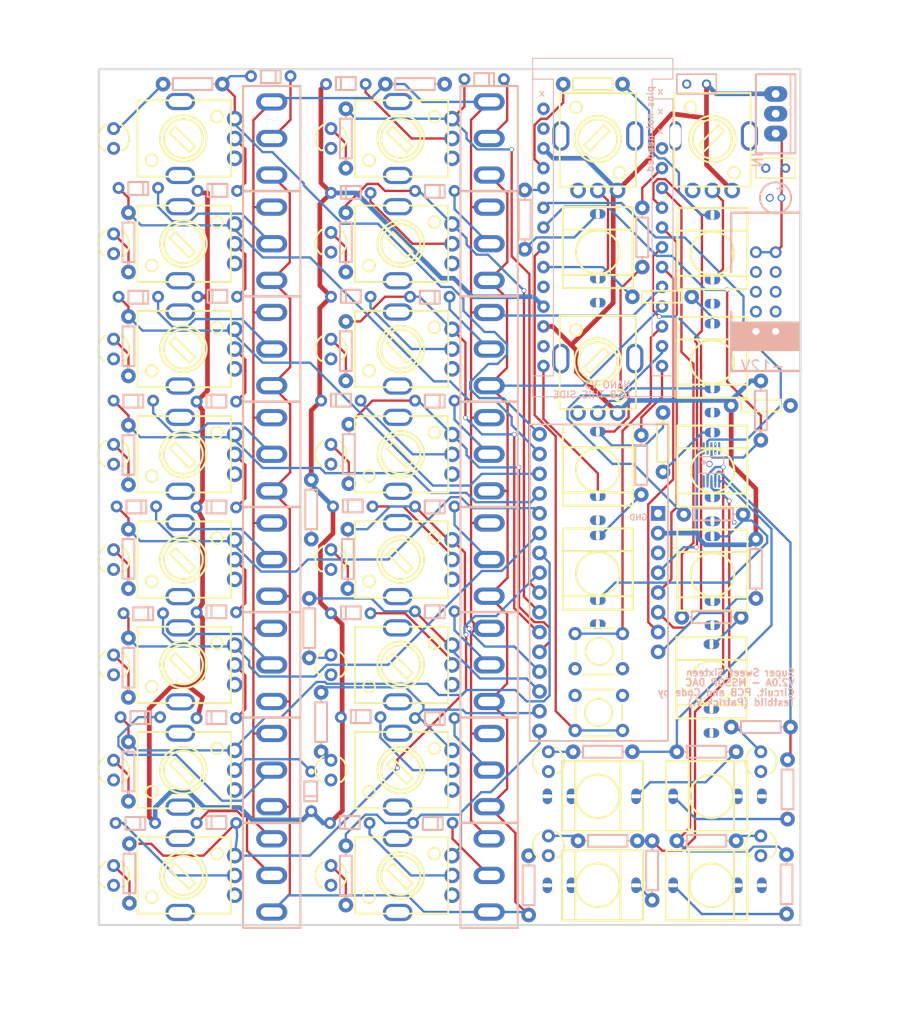
<source format=kicad_pcb>
(kicad_pcb (version 20171130) (host pcbnew "(5.1.5)-3")
  (layers (0 "F.Cu" signal) (31 "B.Cu" signal) (34 "B.Paste" user) (35 "F.Paste" user) (36 "B.SilkS" user) (37 "F.SilkS" user) (38 "B.Mask" user) (39 "F.Mask" user) (44 "Edge.Cuts" user))
  (net 0 "")
  (net 1 "ARD_5")
  (net 2 "A_IN")
  (net 3 "C2_2")
  (net 4 "CARRY_IN")
  (net 5 "CARRY_OUT")
  (net 6 "CLK_IN")
  (net 7 "CLK_OUT")
  (net 8 "D10_1")
  (net 9 "D11_1")
  (net 10 "D12_1")
  (net 11 "D13_1")
  (net 12 "D14_1")
  (net 13 "D15_1")
  (net 14 "D2_1")
  (net 15 "D3_1")
  (net 16 "D4_1")
  (net 17 "D5_1")
  (net 18 "D6_1")
  (net 19 "D7_1")
  (net 20 "D8_1")
  (net 21 "D9_1")
  (net 22 "GND")
  (net 23 "J10_3")
  (net 24 "J11_3")
  (net 25 "J12_3")
  (net 26 "J13_3")
  (net 27 "J1_2")
  (net 28 "J1_3")
  (net 29 "J2_2")
  (net 30 "J2_3")
  (net 31 "J6_3")
  (net 32 "J8_3")
  (net 33 "LED10_1")
  (net 34 "LED11_1")
  (net 35 "LED12_1")
  (net 36 "LED13_1")
  (net 37 "LED14_1")
  (net 38 "LED15_1")
  (net 39 "LED2_1")
  (net 40 "LED3_1")
  (net 41 "LED4_1")
  (net 42 "LED5_1")
  (net 43 "LED6_1")
  (net 44 "LED7_1")
  (net 45 "LED8_1")
  (net 46 "LED9_1")
  (net 47 "MUX1")
  (net 48 "MUX2")
  (net 49 "MUX3")
  (net 50 "MUX4")
  (net 51 "MUX_1")
  (net 52 "MUX_10")
  (net 53 "MUX_11")
  (net 54 "MUX_12")
  (net 55 "MUX_13")
  (net 56 "MUX_14")
  (net 57 "MUX_15")
  (net 58 "MUX_16")
  (net 59 "MUX_2")
  (net 60 "MUX_3")
  (net 61 "MUX_4")
  (net 62 "MUX_5")
  (net 63 "MUX_6")
  (net 64 "MUX_7")
  (net 65 "MUX_8")
  (net 66 "MUX_9")
  (net 67 "O_1")
  (net 68 "O_2")
  (net 69 "O_3")
  (net 70 "O_4")
  (net 71 "P10_4")
  (net 72 "P10_5")
  (net 73 "P11_4")
  (net 74 "P11_5")
  (net 75 "P12_4")
  (net 76 "P12_5")
  (net 77 "P13_4")
  (net 78 "P13_5")
  (net 79 "P14_4")
  (net 80 "P14_5")
  (net 81 "P15_4")
  (net 82 "P15_5")
  (net 83 "P16_2")
  (net 84 "P16_4")
  (net 85 "P16_5")
  (net 86 "P17_24")
  (net 87 "P1_2")
  (net 88 "P1_4")
  (net 89 "P1_5")
  (net 90 "P2_4")
  (net 91 "P2_5")
  (net 92 "P3_4")
  (net 93 "P3_5")
  (net 94 "P4_4")
  (net 95 "P4_5")
  (net 96 "P5_4")
  (net 97 "P5_5")
  (net 98 "P6_4")
  (net 99 "P6_5")
  (net 100 "P7_4")
  (net 101 "P7_5")
  (net 102 "P8_4")
  (net 103 "P8_5")
  (net 104 "P9_4")
  (net 105 "P9_5")
  (net 106 "PAUSE")
  (net 107 "R16_2")
  (net 108 "R19_2")
  (net 109 "R1_2")
  (net 110 "R22_2")
  (net 111 "R23_2")
  (net 112 "R24_2")
  (net 113 "R26_2")
  (net 114 "R28_2")
  (net 115 "R31_2")
  (net 116 "R32_2")
  (net 117 "RESET_IN")
  (net 118 "S10_2")
  (net 119 "S11_2")
  (net 120 "S12_2")
  (net 121 "S13_2")
  (net 122 "S14_2")
  (net 123 "S15_2")
  (net 124 "S16_2")
  (net 125 "S1_2")
  (net 126 "S2_2")
  (net 127 "S3_2")
  (net 128 "S4_2")
  (net 129 "S5_2")
  (net 130 "S6_2")
  (net 131 "S7_2")
  (net 132 "S8_2")
  (net 133 "S9_2")
  (net 134 "SCALE_4")
  (net 135 "SCALE_5")
  (net 136 "SCALE_IN")
  (net 137 "SCL")
  (net 138 "SDA")
  (net 139 "SEQ_4")
  (net 140 "SEQ_5")
  (net 141 "SEQ_IN")
  (net 142 "SET_STEP")
  (net 143 "SLIDE")
  (net 144 "SLIDE_AMT_2")
  (net 145 "SLIDE_AMT_4")
  (net 146 "SLIDE_AMT_5")
  (net 147 "SLIDE_IN")
  (net 148 "STEP_IN")
  (segment (start 80.28 168.451) (end 80.215 168.451) (width 0.3) (layer "B.Cu") (net 1))
  (segment (start 80.215 168.451) (end 79.375 169.291) (width 0.3) (layer "B.Cu") (net 1))
  (segment (start 79.375 169.291) (end 79.375 179.324) (width 0.3) (layer "B.Cu") (net 1))
  (segment (start 20.193 216.535) (end 20.32 218.186) (width 0.3) (layer "B.Cu") (net 65))
  (segment (start 20.32 218.186) (end 20.01 220.726) (width 0.3) (layer "B.Cu") (net 65))
  (segment (start 80.741 168.352) (end 80.741 167.584) (width 0.3) (layer "B.Cu") (net 137))
  (segment (start 80.741 167.584) (end 81.019 167.305) (width 0.3) (layer "B.Cu") (net 137))
  (segment (start 81.019 167.305) (end 85.828 167.305) (width 0.3) (layer "B.Cu") (net 137))
  (segment (start 85.828 167.305) (end 90.192 162.941) (width 0.3) (layer "B.Cu") (net 137))
  (segment (start 71.12 207.391) (end 76.835 207.391) (width 0.3) (layer "B.Cu") (net 67))
  (segment (start 76.835 207.391) (end 76.835 203.31) (width 0.3) (layer "B.Cu") (net 67))
  (segment (start 76.835 203.31) (end 89.002 191.143) (width 0.3) (layer "B.Cu") (net 67))
  (segment (start 89.002 191.143) (end 89.002 178.794) (width 0.3) (layer "B.Cu") (net 67))
  (segment (start 89.002 178.794) (end 82.878 172.671) (width 0.3) (layer "B.Cu") (net 67))
  (segment (start 82.878 172.671) (end 82.28 172.671) (width 0.3) (layer "B.Cu") (net 67))
  (segment (start 43.18 175.895) (end 39.969 175.895) (width 0.3) (layer "B.Cu") (net 55))
  (segment (start 39.969 175.895) (end 37.048 178.816) (width 0.3) (layer "B.Cu") (net 55))
  (segment (start 37.048 178.816) (end 34.544 178.816) (width 0.3) (layer "B.Cu") (net 55))
  (segment (start 50.141 191.592) (end 50.141 191.876) (width 0.3) (layer "B.Cu") (net 55))
  (segment (start 50.141 191.876) (end 52.148 193.883) (width 0.3) (layer "B.Cu") (net 55))
  (segment (start 52.148 193.883) (end 55.961 193.883) (width 0.3) (layer "B.Cu") (net 55))
  (segment (start 55.961 193.883) (end 59.182 197.104) (width 0.3) (layer "B.Cu") (net 55))
  (segment (start 29.845 209.931) (end 28.26 208.346) (width 0.3) (layer "B.Cu") (net 19))
  (segment (start 28.26 208.346) (end 21.415 208.346) (width 0.3) (layer "B.Cu") (net 19))
  (segment (start 21.415 208.346) (end 20.01 209.751) (width 0.3) (layer "B.Cu") (net 19))
  (segment (start 4.699 216.535) (end 5.636 216.535) (width 0.3) (layer "B.Cu") (net 20))
  (segment (start 5.636 216.535) (end 12.367 223.266) (width 0.3) (layer "B.Cu") (net 20))
  (segment (start 12.367 223.266) (end 20.01 223.266) (width 0.3) (layer "B.Cu") (net 20))
  (segment (start 37.465 148.971) (end 37.465 150.399) (width 0.3) (layer "B.Cu") (net 9))
  (segment (start 37.465 150.399) (end 42.75 155.684) (width 0.3) (layer "B.Cu") (net 9))
  (segment (start 42.75 155.684) (end 47.95 155.684) (width 0.3) (layer "B.Cu") (net 9))
  (segment (start 36.195 162.306) (end 36.195 162.51) (width 0.3) (layer "B.Cu") (net 10))
  (segment (start 36.195 162.51) (end 42.885 169.2) (width 0.3) (layer "B.Cu") (net 10))
  (segment (start 42.885 169.2) (end 47.95 169.2) (width 0.3) (layer "B.Cu") (net 10))
  (segment (start 59.182 199.644) (end 57.525 197.987) (width 0.3) (layer "B.Cu") (net 56))
  (segment (start 57.525 197.987) (end 51.545 197.987) (width 0.3) (layer "B.Cu") (net 56))
  (segment (start 51.545 197.987) (end 47.95 194.392) (width 0.3) (layer "B.Cu") (net 56))
  (segment (start 47.95 194.392) (end 47.95 193.693) (width 0.3) (layer "B.Cu") (net 56))
  (segment (start 29.591 187.706) (end 37.584 187.706) (width 0.3) (layer "B.Cu") (net 56))
  (segment (start 37.584 187.706) (end 39.235 189.357) (width 0.3) (layer "B.Cu") (net 56))
  (segment (start 39.235 189.357) (end 43.18 189.357) (width 0.3) (layer "B.Cu") (net 56))
  (segment (start 47.95 209.751) (end 42.901 209.751) (width 0.3) (layer "B.Cu") (net 13))
  (segment (start 42.901 209.751) (end 38.735 205.584) (width 0.3) (layer "B.Cu") (net 13))
  (segment (start 38.735 205.584) (end 38.735 202.946) (width 0.3) (layer "B.Cu") (net 13))
  (segment (start 37.338 216.535) (end 37.338 217.945) (width 0.3) (layer "B.Cu") (net 83))
  (segment (start 37.338 217.945) (end 42.659 223.266) (width 0.3) (layer "B.Cu") (net 83))
  (segment (start 42.659 223.266) (end 47.95 223.266) (width 0.3) (layer "B.Cu") (net 83))
  (segment (start 74.422 194.564) (end 74.802 194.564) (width 0.3) (layer "B.Cu") (net 86))
  (segment (start 74.802 194.564) (end 79.791 189.575) (width 0.3) (layer "B.Cu") (net 86))
  (segment (start 79.791 189.575) (end 82.709 189.575) (width 0.3) (layer "B.Cu") (net 86))
  (segment (start 82.709 189.575) (end 84.577 187.706) (width 0.3) (layer "B.Cu") (net 86))
  (segment (start 84.577 187.706) (end 86.995 187.706) (width 0.3) (layer "B.Cu") (net 86))
  (segment (start 60.325 207.391) (end 63.5 207.391) (width 0.3) (layer "B.Cu") (net 110))
  (segment (start 60.325 218.186) (end 63.5 218.186) (width 0.3) (layer "B.Cu") (net 111))
  (segment (start 63.5 218.186) (end 64.135 218.821) (width 0.3) (layer "B.Cu") (net 111))
  (segment (start 87.63 207.391) (end 84.455 204.216) (width 0.3) (layer "B.Cu") (net 115))
  (segment (start 84.455 204.216) (end 83.82 204.216) (width 0.3) (layer "B.Cu") (net 115))
  (segment (start 87.63 218.186) (end 85.09 218.186) (width 0.3) (layer "B.Cu") (net 116))
  (segment (start 85.09 218.186) (end 84.455 218.821) (width 0.3) (layer "B.Cu") (net 116))
  (segment (start 24.765 142.167) (end 20.899 138.302) (width 0.3) (layer "B.Cu") (net 126))
  (segment (start 20.899 138.302) (end 15.294 138.302) (width 0.3) (layer "B.Cu") (net 126))
  (segment (start 15.294 138.302) (end 14.319 139.277) (width 0.3) (layer "B.Cu") (net 126))
  (segment (start 14.319 139.277) (end 11.991 139.277) (width 0.3) (layer "B.Cu") (net 126))
  (segment (start 11.991 139.277) (end 10.16 137.445) (width 0.3) (layer "B.Cu") (net 126))
  (segment (start 10.16 137.445) (end 10.16 135.001) (width 0.3) (layer "B.Cu") (net 126))
  (segment (start 24.765 155.684) (end 20.918 151.837) (width 0.3) (layer "B.Cu") (net 127))
  (segment (start 20.918 151.837) (end 14.938 151.837) (width 0.3) (layer "B.Cu") (net 127))
  (segment (start 14.938 151.837) (end 13.917 152.858) (width 0.3) (layer "B.Cu") (net 127))
  (segment (start 13.917 152.858) (end 12.032 152.858) (width 0.3) (layer "B.Cu") (net 127))
  (segment (start 12.032 152.858) (end 10.16 150.986) (width 0.3) (layer "B.Cu") (net 127))
  (segment (start 10.16 150.986) (end 10.16 148.971) (width 0.3) (layer "B.Cu") (net 127))
  (segment (start 52.705 142.167) (end 48.26 137.722) (width 0.3) (layer "B.Cu") (net 118))
  (segment (start 48.26 137.722) (end 48.26 135.382) (width 0.3) (layer "B.Cu") (net 118))
  (segment (start 52.705 155.684) (end 47.625 150.604) (width 0.3) (layer "B.Cu") (net 119))
  (segment (start 47.625 150.604) (end 47.625 148.971) (width 0.3) (layer "B.Cu") (net 119))
  (segment (start 52.705 182.717) (end 48.26 178.272) (width 0.3) (layer "B.Cu") (net 121))
  (segment (start 48.26 178.272) (end 48.26 175.895) (width 0.3) (layer "B.Cu") (net 121))
  (segment (start 48.26 189.357) (end 48.26 191.788) (width 0.3) (layer "B.Cu") (net 122))
  (segment (start 48.26 191.788) (end 52.705 196.233) (width 0.3) (layer "B.Cu") (net 122))
  (segment (start 52.705 209.75) (end 48.26 205.305) (width 0.3) (layer "B.Cu") (net 123))
  (segment (start 48.26 205.305) (end 48.26 203.073) (width 0.3) (layer "B.Cu") (net 123))
  (segment (start 4.445 127.381) (end 5.08 127.381) (width 0.3) (layer "B.Cu") (net 109))
  (segment (start 5.08 127.381) (end 10.795 121.666) (width 0.3) (layer "B.Cu") (net 109))
  (segment (start 32.385 194.963) (end 32.022 195.326) (width 0.3) (layer "B.Cu") (net 37))
  (segment (start 32.022 195.326) (end 29.591 195.326) (width 0.3) (layer "B.Cu") (net 37))
  (segment (start 32.385 208.48) (end 32.204 208.48) (width 0.3) (layer "B.Cu") (net 38))
  (segment (start 32.204 208.48) (end 31.115 207.391) (width 0.3) (layer "B.Cu") (net 38))
  (segment (start 71.595 224.536) (end 71.755 224.536) (width 0.3) (layer "B.Cu") (net 23))
  (segment (start 71.755 224.536) (end 73.66 226.441) (width 0.3) (layer "B.Cu") (net 23))
  (segment (start 76.36 224.536) (end 80.043 228.219) (width 0.3) (layer "B.Cu") (net 25))
  (segment (start 80.043 228.219) (end 90.932 228.219) (width 0.3) (layer "B.Cu") (net 25))
  (segment (start 76.36 213.106) (end 79.281 216.027) (width 0.3) (layer "B.Cu") (net 26))
  (segment (start 79.281 216.027) (end 91.059 216.027) (width 0.3) (layer "B.Cu") (net 26))
  (segment (start 71.595 213.106) (end 73.397 211.304) (width 0.3) (layer "B.Cu") (net 112))
  (segment (start 73.397 211.304) (end 80.542 211.304) (width 0.3) (layer "B.Cu") (net 112))
  (segment (start 80.542 211.304) (end 84.455 207.391) (width 0.3) (layer "B.Cu") (net 112))
  (segment (start 24.765 196.233) (end 20.803 192.271) (width 0.3) (layer "B.Cu") (net 130))
  (segment (start 20.803 192.271) (end 15.053 192.271) (width 0.3) (layer "B.Cu") (net 130))
  (segment (start 15.053 192.271) (end 13.917 193.407) (width 0.3) (layer "B.Cu") (net 130))
  (segment (start 13.917 193.407) (end 12.03 193.407) (width 0.3) (layer "B.Cu") (net 130))
  (segment (start 12.03 193.407) (end 10.795 192.172) (width 0.3) (layer "B.Cu") (net 130))
  (segment (start 10.795 192.172) (end 10.795 189.611) (width 0.3) (layer "B.Cu") (net 130))
  (segment (start 52.705 169.2) (end 48.26 164.755) (width 0.3) (layer "B.Cu") (net 120))
  (segment (start 48.26 164.755) (end 48.26 162.306) (width 0.3) (layer "B.Cu") (net 120))
  (segment (start 91.44 204.216) (end 91.44 180.533) (width 0.3) (layer "B.Cu") (net 68))
  (segment (start 91.44 180.533) (end 82.35 171.443) (width 0.3) (layer "B.Cu") (net 68))
  (segment (start 82.35 171.443) (end 82.16 171.443) (width 0.3) (layer "B.Cu") (net 68))
  (segment (start 82.16 171.443) (end 81.78 171.822) (width 0.3) (layer "B.Cu") (net 68))
  (segment (start 81.78 171.822) (end 81.78 172.671) (width 0.3) (layer "B.Cu") (net 68))
  (segment (start 86.995 143.256) (end 89.535 143.256) (width 0.3) (layer "B.Cu") (net 3))
  (segment (start 34.29 124.841) (end 35.56 126.111) (width 0.3) (layer "B.Cu") (net 66))
  (segment (start 35.56 126.111) (end 47.95 126.111) (width 0.3) (layer "B.Cu") (net 66))
  (segment (start 47.95 126.111) (end 49.807 127.968) (width 0.3) (layer "B.Cu") (net 66))
  (segment (start 49.807 127.968) (end 49.807 128.674) (width 0.3) (layer "B.Cu") (net 66))
  (segment (start 49.807 128.674) (end 51.186 130.053) (width 0.3) (layer "B.Cu") (net 66))
  (segment (start 51.186 130.053) (end 55.606 130.053) (width 0.3) (layer "B.Cu") (net 66))
  (segment (start 6.35 178.816) (end 7.885 180.351) (width 0.3) (layer "B.Cu") (net 62))
  (segment (start 7.885 180.351) (end 20.01 180.351) (width 0.3) (layer "B.Cu") (net 62))
  (segment (start 59.182 176.784) (end 58.516 176.118) (width 0.3) (layer "B.Cu") (net 62))
  (segment (start 58.516 176.118) (end 50.461 176.118) (width 0.3) (layer "B.Cu") (net 62))
  (segment (start 50.461 176.118) (end 49.042 174.699) (width 0.3) (layer "B.Cu") (net 62))
  (segment (start 49.042 174.699) (end 47.776 174.699) (width 0.3) (layer "B.Cu") (net 62))
  (segment (start 47.776 174.699) (end 39.772 182.703) (width 0.3) (layer "B.Cu") (net 62))
  (segment (start 39.772 182.703) (end 29.413 182.703) (width 0.3) (layer "B.Cu") (net 62))
  (segment (start 29.413 182.703) (end 27.864 184.253) (width 0.3) (layer "B.Cu") (net 62))
  (segment (start 27.864 184.253) (end 23.387 184.253) (width 0.3) (layer "B.Cu") (net 62))
  (segment (start 23.387 184.253) (end 20.01 180.876) (width 0.3) (layer "B.Cu") (net 62))
  (segment (start 20.01 180.876) (end 20.01 180.351) (width 0.3) (layer "B.Cu") (net 62))
  (segment (start 20.01 180.351) (end 20.01 180.177) (width 0.3) (layer "B.Cu") (net 62))
  (segment (start 6.35 151.511) (end 8.157 153.318) (width 0.3) (layer "B.Cu") (net 60))
  (segment (start 8.157 153.318) (end 20.01 153.318) (width 0.3) (layer "B.Cu") (net 60))
  (segment (start 59.182 171.704) (end 51.76 171.704) (width 0.3) (layer "B.Cu") (net 60))
  (segment (start 51.76 171.704) (end 50.252 173.212) (width 0.3) (layer "B.Cu") (net 60))
  (segment (start 50.252 173.212) (end 45.469 173.212) (width 0.3) (layer "B.Cu") (net 60))
  (segment (start 45.469 173.212) (end 29.694 157.438) (width 0.3) (layer "B.Cu") (net 60))
  (segment (start 29.694 157.438) (end 23.605 157.438) (width 0.3) (layer "B.Cu") (net 60))
  (segment (start 23.605 157.438) (end 20.01 153.843) (width 0.3) (layer "B.Cu") (net 60))
  (segment (start 20.01 153.843) (end 20.01 153.318) (width 0.3) (layer "B.Cu") (net 60))
  (segment (start 20.01 153.318) (end 20.01 153.144) (width 0.3) (layer "B.Cu") (net 60))
  (segment (start 24.765 209.75) (end 20.839 213.676) (width 0.3) (layer "B.Cu") (net 131))
  (segment (start 20.839 213.676) (end 18.361 213.676) (width 0.3) (layer "B.Cu") (net 131))
  (segment (start 18.361 213.676) (end 12.471 207.786) (width 0.3) (layer "B.Cu") (net 131))
  (segment (start 12.471 207.786) (end 6.212 207.786) (width 0.3) (layer "B.Cu") (net 131))
  (segment (start 6.212 207.786) (end 5.06 206.634) (width 0.3) (layer "B.Cu") (net 131))
  (segment (start 5.06 206.634) (end 5.06 205.494) (width 0.3) (layer "B.Cu") (net 131))
  (segment (start 5.06 205.494) (end 7.608 202.946) (width 0.3) (layer "B.Cu") (net 131))
  (segment (start 7.608 202.946) (end 10.414 202.946) (width 0.3) (layer "B.Cu") (net 131))
  (segment (start 24.765 169.2) (end 20.802 165.238) (width 0.3) (layer "B.Cu") (net 128))
  (segment (start 20.802 165.238) (end 16.503 165.238) (width 0.3) (layer "B.Cu") (net 128))
  (segment (start 16.503 165.238) (end 15.349 166.391) (width 0.3) (layer "B.Cu") (net 128))
  (segment (start 15.349 166.391) (end 12.016 166.391) (width 0.3) (layer "B.Cu") (net 128))
  (segment (start 12.016 166.391) (end 9.525 163.9) (width 0.3) (layer "B.Cu") (net 128))
  (segment (start 9.525 163.9) (end 9.525 162.306) (width 0.3) (layer "B.Cu") (net 128))
  (segment (start 24.765 182.717) (end 20.847 178.799) (width 0.3) (layer "B.Cu") (net 129))
  (segment (start 20.847 178.799) (end 15.009 178.799) (width 0.3) (layer "B.Cu") (net 129))
  (segment (start 15.009 178.799) (end 13.917 179.892) (width 0.3) (layer "B.Cu") (net 129))
  (segment (start 13.917 179.892) (end 12.119 179.892) (width 0.3) (layer "B.Cu") (net 129))
  (segment (start 12.119 179.892) (end 9.906 177.679) (width 0.3) (layer "B.Cu") (net 129))
  (segment (start 9.906 177.679) (end 9.906 175.895) (width 0.3) (layer "B.Cu") (net 129))
  (segment (start 42.926 216.535) (end 43.995 215.466) (width 0.3) (layer "B.Cu") (net 58))
  (segment (start 43.995 215.466) (end 49.072 215.466) (width 0.3) (layer "B.Cu") (net 58))
  (segment (start 59.182 204.724) (end 59.182 206.32) (width 0.3) (layer "B.Cu") (net 58))
  (segment (start 59.182 206.32) (end 52.923 212.579) (width 0.3) (layer "B.Cu") (net 58))
  (segment (start 52.923 212.579) (end 51.692 212.579) (width 0.3) (layer "B.Cu") (net 58))
  (segment (start 51.692 212.579) (end 49.072 215.199) (width 0.3) (layer "B.Cu") (net 58))
  (segment (start 49.072 215.199) (end 49.072 215.466) (width 0.3) (layer "B.Cu") (net 58))
  (segment (start 49.072 215.466) (end 49.072 219.604) (width 0.3) (layer "B.Cu") (net 58))
  (segment (start 49.072 219.604) (end 47.95 220.726) (width 0.3) (layer "B.Cu") (net 58))
  (segment (start 34.29 219.456) (end 34.29 217.969) (width 0.3) (layer "B.Cu") (net 58))
  (segment (start 34.29 217.969) (end 36.796 215.464) (width 0.3) (layer "B.Cu") (net 58))
  (segment (start 36.796 215.464) (end 38.259 215.464) (width 0.3) (layer "B.Cu") (net 58))
  (segment (start 38.259 215.464) (end 39.33 216.535) (width 0.3) (layer "B.Cu") (net 58))
  (segment (start 39.33 216.535) (end 42.926 216.535) (width 0.3) (layer "B.Cu") (net 58))
  (segment (start 42.545 148.971) (end 43.777 148.971) (width 0.3) (layer "B.Cu") (net 53))
  (segment (start 43.777 148.971) (end 47.95 153.144) (width 0.3) (layer "B.Cu") (net 53))
  (segment (start 49.664 164.504) (end 51.794 166.635) (width 0.3) (layer "B.Cu") (net 53))
  (segment (start 51.794 166.635) (end 55.934 166.635) (width 0.3) (layer "B.Cu") (net 53))
  (segment (start 43.18 135.382) (end 43.706 135.382) (width 0.3) (layer "B.Cu") (net 52))
  (segment (start 43.706 135.382) (end 47.95 139.626) (width 0.3) (layer "B.Cu") (net 52))
  (segment (start 47.95 139.626) (end 49.806 141.483) (width 0.3) (layer "B.Cu") (net 52))
  (segment (start 49.806 141.483) (end 49.806 142.265) (width 0.3) (layer "B.Cu") (net 52))
  (segment (start 49.806 142.265) (end 51.11 143.569) (width 0.3) (layer "B.Cu") (net 52))
  (segment (start 51.11 143.569) (end 52.573 143.569) (width 0.3) (layer "B.Cu") (net 52))
  (segment (start 52.573 143.569) (end 57.183 148.179) (width 0.3) (layer "B.Cu") (net 52))
  (segment (start 90.932 220.599) (end 89.904 219.571) (width 0.3) (layer "B.Cu") (net 70))
  (segment (start 89.904 219.571) (end 86.694 219.571) (width 0.3) (layer "B.Cu") (net 70))
  (segment (start 86.694 219.571) (end 86.085 220.18) (width 0.3) (layer "B.Cu") (net 70))
  (segment (start 86.085 220.18) (end 78.194 220.18) (width 0.3) (layer "B.Cu") (net 70))
  (segment (start 78.194 220.18) (end 76.835 218.821) (width 0.3) (layer "B.Cu") (net 70))
  (segment (start 80.78 172.671) (end 80.78 171.855) (width 0.3) (layer "B.Cu") (net 70))
  (segment (start 80.78 171.855) (end 81.802 170.834) (width 0.3) (layer "B.Cu") (net 70))
  (segment (start 81.802 170.834) (end 82.788 170.834) (width 0.3) (layer "B.Cu") (net 70))
  (segment (start 6.35 206.121) (end 7.44 207.211) (width 0.3) (layer "B.Cu") (net 64))
  (segment (start 7.44 207.211) (end 20.01 207.211) (width 0.3) (layer "B.Cu") (net 64))
  (segment (start 59.182 181.864) (end 60.483 183.165) (width 0.3) (layer "B.Cu") (net 64))
  (segment (start 60.483 183.165) (end 60.483 200.161) (width 0.3) (layer "B.Cu") (net 64))
  (segment (start 60.483 200.161) (end 59.729 200.914) (width 0.3) (layer "B.Cu") (net 64))
  (segment (start 59.729 200.914) (end 57.512 200.914) (width 0.3) (layer "B.Cu") (net 64))
  (segment (start 57.512 200.914) (end 56.058 199.459) (width 0.3) (layer "B.Cu") (net 64))
  (segment (start 56.058 199.459) (end 49.799 199.459) (width 0.3) (layer "B.Cu") (net 64))
  (segment (start 49.799 199.459) (end 49.153 200.106) (width 0.3) (layer "B.Cu") (net 64))
  (segment (start 49.153 200.106) (end 46.241 200.106) (width 0.3) (layer "B.Cu") (net 64))
  (segment (start 46.241 200.106) (end 44.798 198.663) (width 0.3) (layer "B.Cu") (net 64))
  (segment (start 44.798 198.663) (end 31.844 198.663) (width 0.3) (layer "B.Cu") (net 64))
  (segment (start 31.844 198.663) (end 31.603 198.422) (width 0.3) (layer "B.Cu") (net 64))
  (segment (start 31.603 198.422) (end 30.522 198.422) (width 0.3) (layer "B.Cu") (net 64))
  (segment (start 30.522 198.422) (end 25.953 202.991) (width 0.3) (layer "B.Cu") (net 64))
  (segment (start 25.953 202.991) (end 23.919 202.991) (width 0.3) (layer "B.Cu") (net 64))
  (segment (start 23.919 202.991) (end 20.01 206.9) (width 0.3) (layer "B.Cu") (net 64))
  (segment (start 20.01 206.9) (end 20.01 207.211) (width 0.3) (layer "B.Cu") (net 64))
  (segment (start 43.18 162.306) (end 43.597 162.306) (width 0.3) (layer "B.Cu") (net 54))
  (segment (start 43.597 162.306) (end 47.95 166.66) (width 0.3) (layer "B.Cu") (net 54))
  (segment (start 47.95 166.66) (end 49.807 168.516) (width 0.3) (layer "B.Cu") (net 54))
  (segment (start 49.807 168.516) (end 49.807 169.299) (width 0.3) (layer "B.Cu") (net 54))
  (segment (start 49.807 169.299) (end 51.39 170.882) (width 0.3) (layer "B.Cu") (net 54))
  (segment (start 51.39 170.882) (end 56.549 170.882) (width 0.3) (layer "B.Cu") (net 54))
  (segment (start 6.35 138.176) (end 7.975 139.801) (width 0.3) (layer "B.Cu") (net 59))
  (segment (start 7.975 139.801) (end 20.01 139.801) (width 0.3) (layer "B.Cu") (net 59))
  (segment (start 20.01 139.801) (end 20.01 139.626) (width 0.3) (layer "B.Cu") (net 59))
  (segment (start 59.182 169.164) (end 59.182 169.032) (width 0.3) (layer "B.Cu") (net 59))
  (segment (start 59.182 169.032) (end 55.604 165.454) (width 0.3) (layer "B.Cu") (net 59))
  (segment (start 55.604 165.454) (end 55.604 164.407) (width 0.3) (layer "B.Cu") (net 59))
  (segment (start 55.604 164.407) (end 53.639 162.442) (width 0.3) (layer "B.Cu") (net 59))
  (segment (start 53.639 162.442) (end 50.3 162.442) (width 0.3) (layer "B.Cu") (net 59))
  (segment (start 50.3 162.442) (end 47.69 159.832) (width 0.3) (layer "B.Cu") (net 59))
  (segment (start 47.69 159.832) (end 45.605 159.832) (width 0.3) (layer "B.Cu") (net 59))
  (segment (start 45.605 159.832) (end 29.695 143.922) (width 0.3) (layer "B.Cu") (net 59))
  (segment (start 29.695 143.922) (end 23.607 143.922) (width 0.3) (layer "B.Cu") (net 59))
  (segment (start 23.607 143.922) (end 20.01 140.325) (width 0.3) (layer "B.Cu") (net 59))
  (segment (start 20.01 140.325) (end 20.01 139.801) (width 0.3) (layer "B.Cu") (net 59))
  (segment (start 6.35 165.481) (end 7.878 167.009) (width 0.3) (layer "B.Cu") (net 61))
  (segment (start 7.878 167.009) (end 20.01 167.009) (width 0.3) (layer "B.Cu") (net 61))
  (segment (start 59.182 174.244) (end 58.083 175.343) (width 0.3) (layer "B.Cu") (net 61))
  (segment (start 58.083 175.343) (end 50.989 175.343) (width 0.3) (layer "B.Cu") (net 61))
  (segment (start 50.989 175.343) (end 49.789 174.143) (width 0.3) (layer "B.Cu") (net 61))
  (segment (start 49.789 174.143) (end 45.269 174.143) (width 0.3) (layer "B.Cu") (net 61))
  (segment (start 45.269 174.143) (end 42.743 171.617) (width 0.3) (layer "B.Cu") (net 61))
  (segment (start 42.743 171.617) (end 31.651 171.617) (width 0.3) (layer "B.Cu") (net 61))
  (segment (start 31.651 171.617) (end 30.988 170.954) (width 0.3) (layer "B.Cu") (net 61))
  (segment (start 30.988 170.954) (end 23.606 170.954) (width 0.3) (layer "B.Cu") (net 61))
  (segment (start 23.606 170.954) (end 20.01 167.358) (width 0.3) (layer "B.Cu") (net 61))
  (segment (start 20.01 167.358) (end 20.01 167.009) (width 0.3) (layer "B.Cu") (net 61))
  (segment (start 20.01 167.009) (end 20.01 166.66) (width 0.3) (layer "B.Cu") (net 61))
  (segment (start 20.01 193.867) (end 21.867 195.724) (width 0.3) (layer "B.Cu") (net 63))
  (segment (start 21.867 195.724) (end 21.867 196.386) (width 0.3) (layer "B.Cu") (net 63))
  (segment (start 21.867 196.386) (end 23.21 197.729) (width 0.3) (layer "B.Cu") (net 63))
  (segment (start 23.21 197.729) (end 30.318 197.729) (width 0.3) (layer "B.Cu") (net 63))
  (segment (start 30.318 197.729) (end 31.826 196.221) (width 0.3) (layer "B.Cu") (net 63))
  (segment (start 31.826 196.221) (end 39.725 196.221) (width 0.3) (layer "B.Cu") (net 63))
  (segment (start 39.725 196.221) (end 51.767 184.178) (width 0.3) (layer "B.Cu") (net 63))
  (segment (start 51.767 184.178) (end 54.328 184.178) (width 0.3) (layer "B.Cu") (net 63))
  (segment (start 54.328 184.178) (end 59.182 179.324) (width 0.3) (layer "B.Cu") (net 63))
  (segment (start 6.35 192.786) (end 7.431 193.867) (width 0.3) (layer "B.Cu") (net 63))
  (segment (start 7.431 193.867) (end 20.01 193.867) (width 0.3) (layer "B.Cu") (net 63))
  (segment (start 20.01 193.867) (end 20.01 193.693) (width 0.3) (layer "B.Cu") (net 63))
  (segment (start 43.18 203.073) (end 43.812 203.073) (width 0.3) (layer "B.Cu") (net 57))
  (segment (start 43.812 203.073) (end 47.95 207.211) (width 0.3) (layer "B.Cu") (net 57))
  (segment (start 31.115 199.771) (end 31.771 199.115) (width 0.3) (layer "B.Cu") (net 57))
  (segment (start 31.771 199.115) (end 41.982 199.115) (width 0.3) (layer "B.Cu") (net 57))
  (segment (start 41.982 199.115) (end 44.265 201.398) (width 0.3) (layer "B.Cu") (net 57))
  (segment (start 44.265 201.398) (end 44.265 201.988) (width 0.3) (layer "B.Cu") (net 57))
  (segment (start 59.182 202.184) (end 58.94 202.426) (width 0.3) (layer "B.Cu") (net 57))
  (segment (start 58.94 202.426) (end 49.735 202.426) (width 0.3) (layer "B.Cu") (net 57))
  (segment (start 49.735 202.426) (end 49.298 201.988) (width 0.3) (layer "B.Cu") (net 57))
  (segment (start 49.298 201.988) (end 44.265 201.988) (width 0.3) (layer "B.Cu") (net 57))
  (segment (start 44.265 201.988) (end 43.18 203.073) (width 0.3) (layer "B.Cu") (net 57))
  (segment (start 22.098 120.65) (end 19.431 120.65) (width 0.3) (layer "B.Cu") (net 51))
  (segment (start 19.431 120.65) (end 18.415 121.666) (width 0.3) (layer "B.Cu") (net 51))
  (segment (start 59.182 166.624) (end 54.548 161.99) (width 0.3) (layer "B.Cu") (net 51))
  (segment (start 54.548 161.99) (end 51.429 161.99) (width 0.3) (layer "B.Cu") (net 51))
  (segment (start 51.429 161.99) (end 50.277 160.838) (width 0.3) (layer "B.Cu") (net 51))
  (segment (start 50.277 160.838) (end 50.277 159.923) (width 0.3) (layer "B.Cu") (net 51))
  (segment (start 50.277 159.923) (end 52.608 157.592) (width 0.3) (layer "B.Cu") (net 51))
  (segment (start 52.608 157.592) (end 53.795 157.592) (width 0.3) (layer "B.Cu") (net 51))
  (segment (start 53.795 157.592) (end 55.011 156.376) (width 0.3) (layer "B.Cu") (net 51))
  (segment (start 55.011 156.376) (end 55.011 155.095) (width 0.3) (layer "B.Cu") (net 51))
  (segment (start 55.011 155.095) (end 53.409 153.493) (width 0.3) (layer "B.Cu") (net 51))
  (segment (start 53.409 153.493) (end 52.129 153.493) (width 0.3) (layer "B.Cu") (net 51))
  (segment (start 52.129 153.493) (end 49.399 150.764) (width 0.3) (layer "B.Cu") (net 51))
  (segment (start 49.399 150.764) (end 49.399 149.24) (width 0.3) (layer "B.Cu") (net 51))
  (segment (start 49.399 149.24) (end 47.879 147.72) (width 0.3) (layer "B.Cu") (net 51))
  (segment (start 47.879 147.72) (end 46.536 147.72) (width 0.3) (layer "B.Cu") (net 51))
  (segment (start 46.536 147.72) (end 38.405 139.588) (width 0.3) (layer "B.Cu") (net 51))
  (segment (start 38.405 139.588) (end 33.803 139.588) (width 0.3) (layer "B.Cu") (net 51))
  (segment (start 33.803 139.588) (end 28.876 134.662) (width 0.3) (layer "B.Cu") (net 51))
  (segment (start 28.876 134.662) (end 28.876 134.433) (width 0.3) (layer "B.Cu") (net 51))
  (segment (start 28.876 134.433) (end 24.848 130.405) (width 0.3) (layer "B.Cu") (net 51))
  (segment (start 24.848 130.405) (end 23.605 130.405) (width 0.3) (layer "B.Cu") (net 51))
  (segment (start 23.605 130.405) (end 20.01 126.81) (width 0.3) (layer "B.Cu") (net 51))
  (segment (start 20.01 126.81) (end 20.01 126.111) (width 0.3) (layer "B.Cu") (net 51))
  (segment (start 40.92 209.46) (end 29.654 220.726) (width 0.3) (layer "B.Cu") (net 65))
  (segment (start 29.654 220.726) (end 20.01 220.726) (width 0.3) (layer "B.Cu") (net 65))
  (segment (start 59.182 184.404) (end 53.617 189.969) (width 0.3) (layer "B.Cu") (net 65))
  (segment (start 53.617 189.969) (end 50.913 189.969) (width 0.3) (layer "B.Cu") (net 65))
  (segment (start 50.913 189.969) (end 49.539 191.343) (width 0.3) (layer "B.Cu") (net 65))
  (segment (start 49.539 191.343) (end 49.539 192.145) (width 0.3) (layer "B.Cu") (net 65))
  (segment (start 49.539 192.145) (end 49.746 192.352) (width 0.3) (layer "B.Cu") (net 65))
  (segment (start 73.66 218.821) (end 71.755 218.821) (width 0.3) (layer "B.Cu") (net 69))
  (segment (start 83.567 175.188) (end 82.18 173.801) (width 0.3) (layer "B.Cu") (net 69))
  (segment (start 82.18 173.801) (end 81.596 173.801) (width 0.3) (layer "B.Cu") (net 69))
  (segment (start 81.596 173.801) (end 81.28 173.486) (width 0.3) (layer "B.Cu") (net 69))
  (segment (start 81.28 173.486) (end 81.28 172.671) (width 0.3) (layer "B.Cu") (net 69))
  (segment (start 77.724 176.911) (end 71.239 170.426) (width 0.3) (layer "B.Cu") (net 5))
  (segment (start 71.239 170.426) (end 68.555 170.426) (width 0.3) (layer "B.Cu") (net 5))
  (segment (start 68.555 170.426) (end 62.781 164.652) (width 0.3) (layer "B.Cu") (net 5))
  (segment (start 62.781 164.652) (end 62.781 163.385) (width 0.3) (layer "B.Cu") (net 5))
  (segment (start 62.781 163.385) (end 64.504 161.662) (width 0.3) (layer "B.Cu") (net 5))
  (segment (start 64.504 161.662) (end 69.462 161.662) (width 0.3) (layer "B.Cu") (net 5))
  (segment (start 69.462 161.662) (end 74.93 156.194) (width 0.3) (layer "B.Cu") (net 5))
  (segment (start 74.93 156.194) (end 74.93 155.321) (width 0.3) (layer "B.Cu") (net 5))
  (segment (start 69.854 192.223) (end 63.754 192.223) (width 0.3) (layer "B.Cu") (net 148))
  (segment (start 57.785 228.346) (end 57.405 227.966) (width 0.3) (layer "B.Cu") (net 106))
  (segment (start 57.405 227.966) (end 52.705 227.966) (width 0.3) (layer "B.Cu") (net 106))
  (segment (start 52.705 227.966) (end 44.36 227.966) (width 0.3) (layer "B.Cu") (net 106))
  (segment (start 44.36 227.966) (end 42.219 225.825) (width 0.3) (layer "B.Cu") (net 106))
  (segment (start 42.219 225.825) (end 26.906 225.825) (width 0.3) (layer "B.Cu") (net 106))
  (segment (start 26.906 225.825) (end 24.765 227.966) (width 0.3) (layer "B.Cu") (net 106))
  (segment (start 74.93 150.241) (end 64.787 160.384) (width 0.3) (layer "B.Cu") (net 106))
  (segment (start 64.787 160.384) (end 52.705 160.384) (width 0.3) (layer "B.Cu") (net 106))
  (segment (start 52.705 123.951) (end 44.136 123.951) (width 0.3) (layer "B.Cu") (net 143))
  (segment (start 44.136 123.951) (end 41.851 121.666) (width 0.3) (layer "B.Cu") (net 143))
  (segment (start 41.851 121.666) (end 39.37 121.666) (width 0.3) (layer "B.Cu") (net 143))
  (segment (start 24.765 123.951) (end 25.254 123.462) (width 0.3) (layer "B.Cu") (net 143))
  (segment (start 25.254 123.462) (end 37.574 123.462) (width 0.3) (layer "B.Cu") (net 143))
  (segment (start 37.574 123.462) (end 39.37 121.666) (width 0.3) (layer "B.Cu") (net 143))
  (segment (start 52.705 150.984) (end 53.102 151.381) (width 0.3) (layer "B.Cu") (net 143))
  (segment (start 53.102 151.381) (end 71.25 151.381) (width 0.3) (layer "B.Cu") (net 143))
  (segment (start 71.25 151.381) (end 74.93 147.701) (width 0.3) (layer "B.Cu") (net 143))
  (segment (start 57.277 135.255) (end 59.436 135.255) (width 0.3) (layer "B.Cu") (net 147))
  (segment (start 59.436 135.255) (end 59.69 135.001) (width 0.3) (layer "B.Cu") (net 147))
  (segment (start 74.566 151.511) (end 76.86 151.511) (width 0.3) (layer "B.Cu") (net 49))
  (segment (start 76.86 151.511) (end 79.943 154.594) (width 0.3) (layer "B.Cu") (net 49))
  (segment (start 90.192 162.941) (end 90.192 158.377) (width 0.3) (layer "B.Cu") (net 137))
  (segment (start 90.192 158.377) (end 85.399 153.584) (width 0.3) (layer "B.Cu") (net 137))
  (segment (start 85.399 153.584) (end 85.399 148.926) (width 0.3) (layer "B.Cu") (net 137))
  (segment (start 85.399 148.926) (end 77.824 141.351) (width 0.3) (layer "B.Cu") (net 137))
  (segment (start 77.824 141.351) (end 74.116 141.351) (width 0.3) (layer "B.Cu") (net 137))
  (segment (start 74.116 141.351) (end 69.698 136.933) (width 0.3) (layer "B.Cu") (net 137))
  (segment (start 69.698 136.933) (end 60.298 136.933) (width 0.3) (layer "B.Cu") (net 137))
  (segment (start 60.298 136.933) (end 59.69 137.541) (width 0.3) (layer "B.Cu") (net 137))
  (segment (start 90.192 162.941) (end 91.44 162.941) (width 0.3) (layer "B.Cu") (net 137))
  (segment (start 81.28 168.451) (end 81.28 169.466) (width 0.3) (layer "B.Cu") (net 138))
  (segment (start 81.28 169.466) (end 81.42 169.607) (width 0.3) (layer "B.Cu") (net 138))
  (segment (start 81.42 169.607) (end 85.409 169.607) (width 0.3) (layer "B.Cu") (net 138))
  (segment (start 85.409 169.607) (end 87.63 167.386) (width 0.3) (layer "B.Cu") (net 138))
  (segment (start 59.69 140.081) (end 62.386 137.385) (width 0.3) (layer "B.Cu") (net 138))
  (segment (start 62.386 137.385) (end 67.928 137.385) (width 0.3) (layer "B.Cu") (net 138))
  (segment (start 67.928 137.385) (end 74.266 143.723) (width 0.3) (layer "B.Cu") (net 138))
  (segment (start 74.266 143.723) (end 76.176 143.723) (width 0.3) (layer "B.Cu") (net 138))
  (segment (start 76.176 143.723) (end 80.538 148.085) (width 0.3) (layer "B.Cu") (net 138))
  (segment (start 80.538 148.085) (end 83.301 148.085) (width 0.3) (layer "B.Cu") (net 138))
  (segment (start 74.422 184.404) (end 77.69 181.136) (width 0.3) (layer "B.Cu") (net 47))
  (segment (start 77.69 181.136) (end 79.331 181.136) (width 0.3) (layer "B.Cu") (net 47))
  (segment (start 63.754 204.652) (end 69.854 204.652) (width 0.3) (layer "B.Cu") (net 142))
  (segment (start 71.12 148.971) (end 67.31 145.161) (width 0.3) (layer "B.Cu") (net 136))
  (segment (start 67.31 145.161) (end 59.69 145.161) (width 0.3) (layer "B.Cu") (net 136))
  (segment (start 32.258 216.535) (end 31.369 216.535) (width 0.6) (layer "B.Cu") (net 2))
  (segment (start 31.369 216.535) (end 29.845 215.011) (width 0.6) (layer "B.Cu") (net 2))
  (segment (start 32.639 175.895) (end 29.845 173.101) (width 0.6) (layer "B.Cu") (net 2))
  (segment (start 29.845 173.101) (end 29.845 172.466) (width 0.6) (layer "B.Cu") (net 2))
  (segment (start 9.779 216.535) (end 9.779 214.561) (width 0.6) (layer "B.Cu") (net 2))
  (segment (start 9.779 214.561) (end 11.831 212.508) (width 0.6) (layer "B.Cu") (net 2))
  (segment (start 11.831 212.508) (end 14.066 212.508) (width 0.6) (layer "B.Cu") (net 2))
  (segment (start 14.066 212.508) (end 16.097 214.54) (width 0.6) (layer "B.Cu") (net 2))
  (segment (start 16.097 214.54) (end 20.658 214.54) (width 0.6) (layer "B.Cu") (net 2))
  (segment (start 20.658 214.54) (end 22.252 216.134) (width 0.6) (layer "B.Cu") (net 2))
  (segment (start 22.252 216.134) (end 28.722 216.134) (width 0.6) (layer "B.Cu") (net 2))
  (segment (start 28.722 216.134) (end 29.845 215.011) (width 0.6) (layer "B.Cu") (net 2))
  (segment (start 32.385 135.636) (end 35.628 135.636) (width 0.6) (layer "B.Cu") (net 2))
  (segment (start 35.628 135.636) (end 46.585 146.593) (width 0.6) (layer "B.Cu") (net 2))
  (segment (start 46.585 146.593) (end 48.175 146.593) (width 0.6) (layer "B.Cu") (net 2))
  (segment (start 48.175 146.593) (end 50.554 148.972) (width 0.6) (layer "B.Cu") (net 2))
  (segment (start 50.554 148.972) (end 58.421 148.972) (width 0.6) (layer "B.Cu") (net 2))
  (segment (start 58.421 148.972) (end 59.69 150.241) (width 0.6) (layer "B.Cu") (net 2))
  (segment (start 89.535 122.936) (end 89.515 122.916) (width 0.6) (layer "B.Cu") (net 1))
  (segment (start 89.515 122.916) (end 89.515 122.916) (width 0.6) (layer "B.Cu") (net 1))
  (segment (start 89.515 122.916) (end 81.895 122.916) (width 0.6) (layer "B.Cu") (net 1))
  (segment (start 81.895 122.916) (end 80.645 121.666) (width 0.6) (layer "B.Cu") (net 1))
  (segment (start 83.82 162.283) (end 83.82 162.941) (width 0.6) (layer "B.Cu") (net 1))
  (segment (start 87.63 159.766) (end 86.337 159.766) (width 0.6) (layer "B.Cu") (net 1))
  (segment (start 86.337 159.766) (end 83.82 162.283) (width 0.6) (layer "B.Cu") (net 1))
  (segment (start 83.82 162.283) (end 70.833 162.283) (width 0.6) (layer "B.Cu") (net 1))
  (segment (start 70.833 162.283) (end 69.215 163.901) (width 0.6) (layer "B.Cu") (net 1))
  (segment (start 74.422 179.324) (end 79.536 179.324) (width 0.6) (layer "B.Cu") (net 1))
  (segment (start 86.995 180.086) (end 86.266 180.815) (width 0.6) (layer "B.Cu") (net 1))
  (segment (start 86.266 180.815) (end 80.467 180.815) (width 0.6) (layer "B.Cu") (net 1))
  (segment (start 80.467 180.815) (end 79.536 179.883) (width 0.6) (layer "B.Cu") (net 1))
  (segment (start 79.536 179.883) (end 79.536 179.324) (width 0.6) (layer "B.Cu") (net 1))
  (segment (start 69.215 135.326) (end 65.079 131.19) (width 0.6) (layer "B.Cu") (net 1))
  (segment (start 65.079 131.19) (end 60.959 131.19) (width 0.6) (layer "B.Cu") (net 1))
  (segment (start 60.959 131.19) (end 59.69 129.921) (width 0.6) (layer "B.Cu") (net 1))
  (segment (start 66.675 163.901) (end 68.238 162.339) (width 0.3) (layer "B.Cu") (net 29))
  (segment (start 68.238 162.339) (end 69.436 162.339) (width 0.3) (layer "B.Cu") (net 29))
  (segment (start 69.436 162.339) (end 71.042 160.733) (width 0.3) (layer "B.Cu") (net 29))
  (segment (start 71.042 160.733) (end 81.407 160.733) (width 0.3) (layer "B.Cu") (net 29))
  (segment (start 78.74 148.971) (end 81.407 151.638) (width 0.3) (layer "B.Cu") (net 30))
  (segment (start 81.407 151.638) (end 81.407 152.433) (width 0.3) (layer "B.Cu") (net 30))
  (segment (start 75.057 171.45) (end 80.104 166.403) (width 0.3) (layer "B.Cu") (net 24))
  (segment (start 80.104 166.403) (end 81.407 166.403) (width 0.3) (layer "B.Cu") (net 24))
  (segment (start 85.09 190.119) (end 81.628 193.581) (width 0.3) (layer "B.Cu") (net 113))
  (segment (start 81.628 193.581) (end 81.28 193.581) (width 0.3) (layer "B.Cu") (net 113))
  (segment (start 85.344 176.911) (end 85.344 177.704) (width 0.3) (layer "B.Cu") (net 31))
  (segment (start 81.407 179.738) (end 83.31 179.738) (width 0.3) (layer "B.Cu") (net 31))
  (segment (start 83.31 179.738) (end 85.344 177.704) (width 0.3) (layer "B.Cu") (net 31))
  (segment (start 85.344 177.704) (end 86.466 177.704) (width 0.3) (layer "B.Cu") (net 31))
  (segment (start 86.466 177.704) (end 88.438 179.677) (width 0.3) (layer "B.Cu") (net 31))
  (segment (start 88.438 179.677) (end 88.438 180.556) (width 0.3) (layer "B.Cu") (net 31))
  (segment (start 88.438 180.556) (end 83.321 185.674) (width 0.3) (layer "B.Cu") (net 31))
  (segment (start 83.321 185.674) (end 68.912 185.674) (width 0.3) (layer "B.Cu") (net 31))
  (segment (start 68.912 185.674) (end 66.675 187.911) (width 0.3) (layer "B.Cu") (net 31))
  (segment (start 72.263 174.371) (end 67.023 179.611) (width 0.3) (layer "B.Cu") (net 114))
  (segment (start 67.023 179.611) (end 66.675 179.611) (width 0.3) (layer "B.Cu") (net 114))
  (segment (start 75.057 163.83) (end 75.057 165.759) (width 0.3) (layer "B.Cu") (net 32))
  (segment (start 75.057 165.759) (end 72.757 168.06) (width 0.3) (layer "B.Cu") (net 32))
  (segment (start 72.757 168.06) (end 68.459 168.06) (width 0.3) (layer "B.Cu") (net 32))
  (segment (start 68.459 168.06) (end 66.675 166.276) (width 0.3) (layer "B.Cu") (net 32))
  (segment (start 57.277 142.875) (end 58.801 141.351) (width 0.3) (layer "B.Cu") (net 108))
  (segment (start 58.801 141.351) (end 63.66 141.351) (width 0.3) (layer "B.Cu") (net 108))
  (segment (start 63.66 141.351) (end 66.675 138.336) (width 0.3) (layer "B.Cu") (net 108))
  (segment (start 69.85 121.666) (end 73.274 125.09) (width 0.3) (layer "B.Cu") (net 28))
  (segment (start 73.274 125.09) (end 73.274 129.996) (width 0.3) (layer "B.Cu") (net 28))
  (segment (start 73.274 129.996) (end 74.482 131.204) (width 0.3) (layer "B.Cu") (net 28))
  (segment (start 74.482 131.204) (end 75.257 131.204) (width 0.3) (layer "B.Cu") (net 28))
  (segment (start 75.257 131.204) (end 77.097 133.044) (width 0.3) (layer "B.Cu") (net 28))
  (segment (start 77.097 133.044) (end 77.097 135.517) (width 0.3) (layer "B.Cu") (net 28))
  (segment (start 77.097 135.517) (end 80.043 138.463) (width 0.3) (layer "B.Cu") (net 28))
  (segment (start 80.043 138.463) (end 81.407 138.463) (width 0.3) (layer "B.Cu") (net 28))
  (gr_line (start 73.66 123.571) (end 73.66 159.131) (width 0.12) (layer "B.SilkS"))
  (gr_line (start 73.66 159.131) (end 76.33 159.131) (width 0.12) (layer "B.SilkS"))
  (gr_line (start 58.29 159.131) (end 60.96 159.131) (width 0.12) (layer "B.SilkS"))
  (gr_line (start 60.96 159.131) (end 60.96 121.031) (width 0.12) (layer "B.SilkS"))
  (gr_line (start 60.96 121.031) (end 58.29 121.031) (width 0.12) (layer "B.SilkS"))
  (gr_line (start 58.29 118.361) (end 58.29 161.801) (width 0.12) (layer "B.SilkS"))
  (gr_line (start 58.29 161.801) (end 76.33 161.801) (width 0.12) (layer "B.SilkS"))
  (gr_line (start 76.33 161.801) (end 76.33 123.571) (width 0.12) (layer "B.SilkS"))
  (gr_line (start 76.33 123.571) (end 73.66 123.571) (width 0.12) (layer "B.SilkS"))
  (gr_line (start 73.66 123.571) (end 73.66 121.031) (width 0.12) (layer "B.SilkS"))
  (gr_line (start 73.66 121.031) (end 76.33 121.031) (width 0.12) (layer "B.SilkS"))
  (gr_line (start 76.33 121.031) (end 76.33 118.361) (width 0.12) (layer "B.SilkS"))
  (gr_line (start 76.33 118.361) (end 58.29 118.361) (width 0.12) (layer "B.SilkS"))
  (gr_text "NANO V3" (at 70.993 160.274 0) (layer "B.SilkS") (effects (font (size 0.9 0.9) (thickness 0.152)) (justify left mirror)))
  (gr_text "USB THIS SIDE" (at 70.993 161.544 0) (layer "B.SilkS") (effects (font (size 0.9 0.9) (thickness 0.152)) (justify left mirror)))
  (gr_text "Super Sweet Sixteen" (at 92.075 197.231 0) (layer "B.SilkS") (effects (font (size 0.9 0.9) (thickness 0.203)) (justify left mirror)))
  (gr_text "Circuit, PCB and Code by" (at 92.075 199.771 0) (layer "B.SilkS") (effects (font (size 0.9 0.9) (thickness 0.203)) (justify left mirror)))
  (gr_text "Testbild (Patrick V.)" (at 92.095 201.048 0) (layer "B.SilkS") (effects (font (size 0.9 0.9) (thickness 0.203)) (justify left mirror)))
  (gr_text "pins not needed" (at 73.406 121.793 90) (layer "B.SilkS") (effects (font (size 0.9 0.9) (thickness 0.152)) (justify left mirror)))
  (gr_text "x" (at 75.184 127.635 0) (layer "B.SilkS") (effects (font (size 0.9 0.9) (thickness 0.152)) (justify left mirror)))
  (gr_text "x" (at 75.184 125.095 0) (layer "B.SilkS") (effects (font (size 0.9 0.9) (thickness 0.152)) (justify left mirror)))
  (gr_text "x" (at 59.944 122.809 0) (layer "B.SilkS") (effects (font (size 0.9 0.9) (thickness 0.152)) (justify left mirror)))
  (gr_text "x" (at 75.184 122.555 0) (layer "B.SilkS") (effects (font (size 0.9 0.9) (thickness 0.152)) (justify left mirror)))
  (gr_text "V2.0A - MSSOP DAC" (at 92.075 198.501 0) (layer "B.SilkS") (effects (font (size 0.9 0.9) (thickness 0.203)) (justify left mirror)))
  (gr_line (start 2.54 119.761) (end 92.71 119.761) (width 0.254) (layer "Edge.Cuts"))
  (gr_line (start 92.71 119.761) (end 92.71 228.981) (width 0.254) (layer "Edge.Cuts"))
  (gr_line (start 92.71 228.981) (end 92.71 229.616) (width 0.254) (layer "Edge.Cuts"))
  (gr_line (start 92.71 229.616) (end 82.55 229.616) (width 0.254) (layer "Edge.Cuts"))
  (gr_line (start 82.55 229.616) (end 2.54 229.616) (width 0.254) (layer "Edge.Cuts"))
  (gr_line (start 2.54 229.616) (end 2.54 119.761) (width 0.254) (layer "Edge.Cuts"))
  (segment (start 24.765 223.266) (end 21.59 220.091) (width 0.3) (layer "F.Cu") (net 132))
  (segment (start 21.59 220.091) (end 21.59 215.646) (width 0.3) (layer "F.Cu") (net 132))
  (segment (start 21.59 215.646) (end 20.955 215.646) (width 0.3) (layer "F.Cu") (net 132))
  (segment (start 20.955 215.646) (end 20.32 215.011) (width 0.3) (layer "F.Cu") (net 132))
  (segment (start 20.32 215.011) (end 16.637 215.011) (width 0.3) (layer "F.Cu") (net 132))
  (segment (start 16.637 215.011) (end 15.113 216.535) (width 0.3) (layer "F.Cu") (net 132))
  (segment (start 6.477 219.202) (end 9.271 219.202) (width 0.3) (layer "F.Cu") (net 65))
  (segment (start 9.271 219.202) (end 10.795 220.726) (width 0.3) (layer "F.Cu") (net 65))
  (segment (start 10.795 220.726) (end 16.002 220.726) (width 0.3) (layer "F.Cu") (net 65))
  (segment (start 16.002 220.726) (end 20.193 216.535) (width 0.3) (layer "F.Cu") (net 65))
  (segment (start 16.51 149.225) (end 16.51 135.636) (width 0.6) (layer "F.Cu") (net 2))
  (segment (start 16.51 135.636) (end 15.494 135.636) (width 0.6) (layer "F.Cu") (net 2))
  (segment (start 15.494 135.636) (end 15.24 135.382) (width 0.6) (layer "F.Cu") (net 2))
  (segment (start 15.24 148.971) (end 16.51 148.971) (width 0.6) (layer "F.Cu") (net 2))
  (segment (start 16.51 148.971) (end 16.51 161.036) (width 0.6) (layer "F.Cu") (net 2))
  (segment (start 16.51 161.036) (end 15.113 162.433) (width 0.6) (layer "F.Cu") (net 2))
  (segment (start 15.113 176.022) (end 15.875 177.546) (width 0.6) (layer "F.Cu") (net 2))
  (segment (start 15.875 177.546) (end 15.875 188.341) (width 0.6) (layer "F.Cu") (net 2))
  (segment (start 15.875 188.341) (end 15.113 189.484) (width 0.6) (layer "F.Cu") (net 2))
  (segment (start 15.113 176.022) (end 15.875 175.006) (width 0.6) (layer "F.Cu") (net 2))
  (segment (start 15.875 175.006) (end 15.875 163.576) (width 0.6) (layer "F.Cu") (net 2))
  (segment (start 15.875 163.576) (end 15.113 162.433) (width 0.6) (layer "F.Cu") (net 2))
  (segment (start 14.093 199.012) (end 15.875 200.406) (width 0.6) (layer "F.Cu") (net 2))
  (segment (start 15.875 200.406) (end 15.261 202.925) (width 0.6) (layer "F.Cu") (net 2))
  (segment (start 15.261 202.925) (end 15.113 203.073) (width 0.6) (layer "F.Cu") (net 2))
  (segment (start 15.113 189.484) (end 15.875 190.246) (width 0.6) (layer "F.Cu") (net 2))
  (segment (start 15.875 190.246) (end 15.875 197.866) (width 0.6) (layer "F.Cu") (net 2))
  (segment (start 15.875 197.866) (end 14.093 199.012) (width 0.6) (layer "F.Cu") (net 2))
  (segment (start 80.645 126.053) (end 76.2 125.476) (width 0.6) (layer "F.Cu") (net 1))
  (segment (start 76.2 125.476) (end 73.659 128.261) (width 0.6) (layer "F.Cu") (net 1))
  (segment (start 73.659 128.261) (end 73.659 130.882) (width 0.6) (layer "F.Cu") (net 1))
  (segment (start 73.659 130.882) (end 69.215 135.326) (width 0.6) (layer "F.Cu") (net 1))
  (segment (start 4.445 208.48) (end 6.35 210.385) (width 0.3) (layer "F.Cu") (net 44))
  (segment (start 6.35 210.385) (end 6.35 213.741) (width 0.3) (layer "F.Cu") (net 44))
  (segment (start 43.18 175.895) (end 47.462 180.177) (width 0.3) (layer "F.Cu") (net 55))
  (segment (start 47.462 180.177) (end 47.95 180.177) (width 0.3) (layer "F.Cu") (net 55))
  (segment (start 47.95 180.177) (end 49.596 181.823) (width 0.3) (layer "F.Cu") (net 55))
  (segment (start 49.596 181.823) (end 49.596 191.047) (width 0.3) (layer "F.Cu") (net 55))
  (segment (start 49.596 191.047) (end 50.141 191.592) (width 0.3) (layer "F.Cu") (net 55))
  (segment (start 37.465 135.636) (end 37.465 136.76) (width 0.3) (layer "F.Cu") (net 8))
  (segment (start 37.465 136.76) (end 42.871 142.166) (width 0.3) (layer "F.Cu") (net 8))
  (segment (start 42.871 142.166) (end 47.95 142.166) (width 0.3) (layer "F.Cu") (net 8))
  (segment (start 37.719 175.895) (end 41.675 175.895) (width 0.3) (layer "F.Cu") (net 11))
  (segment (start 41.675 175.895) (end 47.95 182.17) (width 0.3) (layer "F.Cu") (net 11))
  (segment (start 47.95 182.17) (end 47.95 182.717) (width 0.3) (layer "F.Cu") (net 11))
  (segment (start 37.465 189.611) (end 41.903 189.611) (width 0.3) (layer "F.Cu") (net 12))
  (segment (start 41.903 189.611) (end 47.95 195.658) (width 0.3) (layer "F.Cu") (net 12))
  (segment (start 47.95 195.658) (end 47.95 196.233) (width 0.3) (layer "F.Cu") (net 12))
  (segment (start 43.18 189.357) (end 47.516 193.693) (width 0.3) (layer "F.Cu") (net 56))
  (segment (start 47.516 193.693) (end 47.95 193.693) (width 0.3) (layer "F.Cu") (net 56))
  (segment (start 91.059 208.407) (end 91.44 208.026) (width 0.3) (layer "F.Cu") (net 68))
  (segment (start 91.44 208.026) (end 91.44 204.216) (width 0.3) (layer "F.Cu") (net 68))
  (segment (start 90.805 132.461) (end 90.315 132.461) (width 0.3) (layer "F.Cu") (net 3))
  (segment (start 90.315 132.461) (end 90.315 128.796) (width 0.3) (layer "F.Cu") (net 3))
  (segment (start 90.315 128.796) (end 89.535 128.016) (width 0.3) (layer "F.Cu") (net 3))
  (segment (start 90.315 132.461) (end 90.286 132.49) (width 0.3) (layer "F.Cu") (net 3))
  (segment (start 90.286 132.49) (end 90.286 136.271) (width 0.3) (layer "F.Cu") (net 3))
  (segment (start 90.286 136.271) (end 90.286 142.505) (width 0.3) (layer "F.Cu") (net 3))
  (segment (start 90.286 142.505) (end 89.535 143.256) (width 0.3) (layer "F.Cu") (net 3))
  (segment (start 20.32 135.382) (end 21.373 134.329) (width 0.3) (layer "F.Cu") (net 87))
  (segment (start 21.373 134.329) (end 21.373 130.014) (width 0.3) (layer "F.Cu") (net 87))
  (segment (start 21.373 130.014) (end 20.01 128.651) (width 0.3) (layer "F.Cu") (net 87))
  (segment (start 20.32 148.971) (end 21.373 147.918) (width 0.3) (layer "F.Cu") (net 14))
  (segment (start 21.373 147.918) (end 21.373 143.529) (width 0.3) (layer "F.Cu") (net 14))
  (segment (start 21.373 143.529) (end 20.01 142.166) (width 0.3) (layer "F.Cu") (net 14))
  (segment (start 20.193 162.433) (end 21.373 161.253) (width 0.3) (layer "F.Cu") (net 15))
  (segment (start 21.373 161.253) (end 21.373 157.047) (width 0.3) (layer "F.Cu") (net 15))
  (segment (start 21.373 157.047) (end 20.01 155.684) (width 0.3) (layer "F.Cu") (net 15))
  (segment (start 20.193 176.022) (end 21.373 174.842) (width 0.3) (layer "F.Cu") (net 16))
  (segment (start 21.373 174.842) (end 21.373 170.563) (width 0.3) (layer "F.Cu") (net 16))
  (segment (start 21.373 170.563) (end 20.01 169.2) (width 0.3) (layer "F.Cu") (net 16))
  (segment (start 20.193 189.484) (end 21.373 188.304) (width 0.3) (layer "F.Cu") (net 17))
  (segment (start 21.373 188.304) (end 21.373 184.08) (width 0.3) (layer "F.Cu") (net 17))
  (segment (start 21.373 184.08) (end 20.01 182.717) (width 0.3) (layer "F.Cu") (net 17))
  (segment (start 20.193 203.073) (end 21.373 201.893) (width 0.3) (layer "F.Cu") (net 18))
  (segment (start 21.373 201.893) (end 21.373 197.596) (width 0.3) (layer "F.Cu") (net 18))
  (segment (start 21.373 197.596) (end 20.01 196.233) (width 0.3) (layer "F.Cu") (net 18))
  (segment (start 52.705 128.651) (end 55.03 126.326) (width 0.3) (layer "F.Cu") (net 133))
  (segment (start 55.03 126.326) (end 55.03 121.451) (width 0.3) (layer "F.Cu") (net 133))
  (segment (start 55.03 121.451) (end 54.61 121.031) (width 0.3) (layer "F.Cu") (net 133))
  (segment (start 52.705 223.266) (end 48.006 218.567) (width 0.3) (layer "F.Cu") (net 124))
  (segment (start 48.006 218.567) (end 48.006 216.535) (width 0.3) (layer "F.Cu") (net 124))
  (segment (start 4.445 140.897) (end 6.35 142.802) (width 0.3) (layer "F.Cu") (net 39))
  (segment (start 6.35 142.802) (end 6.35 145.796) (width 0.3) (layer "F.Cu") (net 39))
  (segment (start 4.445 167.93) (end 6.35 169.835) (width 0.3) (layer "F.Cu") (net 41))
  (segment (start 6.35 169.835) (end 6.35 173.101) (width 0.3) (layer "F.Cu") (net 41))
  (segment (start 4.445 181.447) (end 6.35 183.352) (width 0.3) (layer "F.Cu") (net 42))
  (segment (start 6.35 183.352) (end 6.35 186.436) (width 0.3) (layer "F.Cu") (net 42))
  (segment (start 4.445 194.963) (end 6.35 196.868) (width 0.3) (layer "F.Cu") (net 43))
  (segment (start 6.35 196.868) (end 6.35 200.406) (width 0.3) (layer "F.Cu") (net 43))
  (segment (start 4.445 221.996) (end 6.477 224.028) (width 0.3) (layer "F.Cu") (net 45))
  (segment (start 6.477 224.028) (end 6.477 226.822) (width 0.3) (layer "F.Cu") (net 45))
  (segment (start 32.385 127.381) (end 34.29 129.286) (width 0.3) (layer "F.Cu") (net 46))
  (segment (start 34.29 129.286) (end 34.29 132.461) (width 0.3) (layer "F.Cu") (net 46))
  (segment (start 32.385 140.716) (end 34.29 142.621) (width 0.3) (layer "F.Cu") (net 33))
  (segment (start 34.29 142.621) (end 34.29 145.796) (width 0.3) (layer "F.Cu") (net 33))
  (segment (start 32.385 154.414) (end 34.29 156.319) (width 0.3) (layer "F.Cu") (net 34))
  (segment (start 34.29 156.319) (end 34.29 159.766) (width 0.3) (layer "F.Cu") (net 34))
  (segment (start 32.385 167.93) (end 34.671 170.216) (width 0.3) (layer "F.Cu") (net 35))
  (segment (start 34.671 170.216) (end 34.671 172.974) (width 0.3) (layer "F.Cu") (net 35))
  (segment (start 32.385 181.447) (end 34.544 183.606) (width 0.3) (layer "F.Cu") (net 36))
  (segment (start 34.544 183.606) (end 34.544 186.436) (width 0.3) (layer "F.Cu") (net 36))
  (segment (start 32.385 221.996) (end 34.29 223.901) (width 0.3) (layer "F.Cu") (net 107))
  (segment (start 34.29 223.901) (end 34.29 227.076) (width 0.3) (layer "F.Cu") (net 107))
  (segment (start 4.445 154.414) (end 6.35 156.319) (width 0.3) (layer "F.Cu") (net 40))
  (segment (start 6.35 156.319) (end 6.35 159.131) (width 0.3) (layer "F.Cu") (net 40))
  (segment (start 49.53 121.031) (end 49.53 124.531) (width 0.3) (layer "F.Cu") (net 66))
  (segment (start 49.53 124.531) (end 47.95 126.111) (width 0.3) (layer "F.Cu") (net 66))
  (segment (start 59.182 186.944) (end 57.884 185.646) (width 0.3) (layer "F.Cu") (net 66))
  (segment (start 57.884 185.646) (end 57.884 146.056) (width 0.3) (layer "F.Cu") (net 66))
  (segment (start 57.884 146.056) (end 55.606 143.779) (width 0.3) (layer "F.Cu") (net 66))
  (segment (start 55.606 143.779) (end 55.606 130.053) (width 0.3) (layer "F.Cu") (net 66))
  (segment (start 36.83 121.666) (end 36.83 122.731) (width 0.3) (layer "F.Cu") (net 21))
  (segment (start 36.83 122.731) (end 42.75 128.651) (width 0.3) (layer "F.Cu") (net 21))
  (segment (start 42.75 128.651) (end 47.95 128.651) (width 0.3) (layer "F.Cu") (net 21))
  (segment (start 24.765 128.651) (end 27.178 126.238) (width 0.3) (layer "F.Cu") (net 125))
  (segment (start 27.178 126.238) (end 27.178 120.65) (width 0.3) (layer "F.Cu") (net 125))
  (segment (start 4.826 175.895) (end 6.35 177.419) (width 0.3) (layer "F.Cu") (net 62))
  (segment (start 6.35 177.419) (end 6.35 178.816) (width 0.3) (layer "F.Cu") (net 62))
  (segment (start 5.08 148.971) (end 6.35 150.241) (width 0.3) (layer "F.Cu") (net 60))
  (segment (start 6.35 150.241) (end 6.35 151.511) (width 0.3) (layer "F.Cu") (net 60))
  (segment (start 34.29 152.146) (end 36.156 152.146) (width 0.3) (layer "F.Cu") (net 53))
  (segment (start 36.156 152.146) (end 39.331 148.971) (width 0.3) (layer "F.Cu") (net 53))
  (segment (start 39.331 148.971) (end 42.545 148.971) (width 0.3) (layer "F.Cu") (net 53))
  (segment (start 55.934 166.635) (end 55.934 188.966) (width 0.3) (layer "F.Cu") (net 53))
  (segment (start 55.934 188.966) (end 58.992 192.024) (width 0.3) (layer "F.Cu") (net 53))
  (segment (start 58.992 192.024) (end 59.182 192.024) (width 0.3) (layer "F.Cu") (net 53))
  (segment (start 47.95 153.144) (end 49.664 154.858) (width 0.3) (layer "F.Cu") (net 53))
  (segment (start 49.664 154.858) (end 49.664 164.504) (width 0.3) (layer "F.Cu") (net 53))
  (segment (start 34.29 138.176) (end 34.29 137.242) (width 0.3) (layer "F.Cu") (net 52))
  (segment (start 34.29 137.242) (end 37.05 134.483) (width 0.3) (layer "F.Cu") (net 52))
  (segment (start 37.05 134.483) (end 38.416 134.483) (width 0.3) (layer "F.Cu") (net 52))
  (segment (start 38.416 134.483) (end 39.315 135.382) (width 0.3) (layer "F.Cu") (net 52))
  (segment (start 39.315 135.382) (end 43.18 135.382) (width 0.3) (layer "F.Cu") (net 52))
  (segment (start 57.183 148.179) (end 57.183 187.485) (width 0.3) (layer "F.Cu") (net 52))
  (segment (start 57.183 187.485) (end 59.182 189.484) (width 0.3) (layer "F.Cu") (net 52))
  (segment (start 76.835 218.821) (end 78.535 217.121) (width 0.3) (layer "F.Cu") (net 70))
  (segment (start 78.535 217.121) (end 78.535 201.6) (width 0.3) (layer "F.Cu") (net 70))
  (segment (start 78.535 201.6) (end 82.788 197.347) (width 0.3) (layer "F.Cu") (net 70))
  (segment (start 82.788 197.347) (end 82.788 170.834) (width 0.3) (layer "F.Cu") (net 70))
  (segment (start 5.334 202.946) (end 6.35 203.962) (width 0.3) (layer "F.Cu") (net 64))
  (segment (start 6.35 203.962) (end 6.35 206.121) (width 0.3) (layer "F.Cu") (net 64))
  (segment (start 34.671 165.354) (end 37.719 162.306) (width 0.3) (layer "F.Cu") (net 54))
  (segment (start 37.719 162.306) (end 43.18 162.306) (width 0.3) (layer "F.Cu") (net 54))
  (segment (start 56.549 170.882) (end 56.549 188.773) (width 0.3) (layer "F.Cu") (net 54))
  (segment (start 56.549 188.773) (end 58.529 190.754) (width 0.3) (layer "F.Cu") (net 54))
  (segment (start 58.529 190.754) (end 59.727 190.754) (width 0.3) (layer "F.Cu") (net 54))
  (segment (start 59.727 190.754) (end 60.48 191.507) (width 0.3) (layer "F.Cu") (net 54))
  (segment (start 60.48 191.507) (end 60.48 193.266) (width 0.3) (layer "F.Cu") (net 54))
  (segment (start 60.48 193.266) (end 59.182 194.564) (width 0.3) (layer "F.Cu") (net 54))
  (segment (start 5.08 135.001) (end 6.35 136.271) (width 0.3) (layer "F.Cu") (net 59))
  (segment (start 6.35 136.271) (end 6.35 138.176) (width 0.3) (layer "F.Cu") (net 59))
  (segment (start 4.445 162.306) (end 6.35 164.211) (width 0.3) (layer "F.Cu") (net 61))
  (segment (start 6.35 164.211) (end 6.35 165.481) (width 0.3) (layer "F.Cu") (net 61))
  (segment (start 5.715 189.611) (end 6.35 190.246) (width 0.3) (layer "F.Cu") (net 63))
  (segment (start 6.35 190.246) (end 6.35 192.786) (width 0.3) (layer "F.Cu") (net 63))
  (segment (start 18.415 121.666) (end 20.01 123.261) (width 0.3) (layer "F.Cu") (net 51))
  (segment (start 20.01 123.261) (end 20.01 126.111) (width 0.3) (layer "F.Cu") (net 51))
  (segment (start 40.92 209.46) (end 40.92 208.384) (width 0.3) (layer "F.Cu") (net 65))
  (segment (start 40.92 208.384) (end 49.746 199.558) (width 0.3) (layer "F.Cu") (net 65))
  (segment (start 49.746 199.558) (end 49.746 192.352) (width 0.3) (layer "F.Cu") (net 65))
  (segment (start 73.66 218.821) (end 74.939 220.1) (width 0.3) (layer "F.Cu") (net 69))
  (segment (start 74.939 220.1) (end 77.462 220.1) (width 0.3) (layer "F.Cu") (net 69))
  (segment (start 77.462 220.1) (end 79.17 218.391) (width 0.3) (layer "F.Cu") (net 69))
  (segment (start 79.17 218.391) (end 79.17 202.256) (width 0.3) (layer "F.Cu") (net 69))
  (segment (start 79.17 202.256) (end 83.567 197.859) (width 0.3) (layer "F.Cu") (net 69))
  (segment (start 83.567 197.859) (end 83.567 175.188) (width 0.3) (layer "F.Cu") (net 69))
  (segment (start 72.263 166.751) (end 72.263 164.482) (width 0.3) (layer "F.Cu") (net 4))
  (segment (start 72.263 164.482) (end 74.93 161.815) (width 0.3) (layer "F.Cu") (net 4))
  (segment (start 74.93 161.815) (end 74.93 157.861) (width 0.3) (layer "F.Cu") (net 4))
  (segment (start 69.854 192.223) (end 69.854 166.191) (width 0.3) (layer "F.Cu") (net 148))
  (segment (start 69.854 166.191) (end 73.492 162.553) (width 0.3) (layer "F.Cu") (net 148))
  (segment (start 73.492 162.553) (end 73.492 154.219) (width 0.3) (layer "F.Cu") (net 148))
  (segment (start 73.492 154.219) (end 74.93 152.781) (width 0.3) (layer "F.Cu") (net 148))
  (segment (start 52.705 214.45) (end 56.083 217.827) (width 0.3) (layer "F.Cu") (net 106))
  (segment (start 56.083 217.827) (end 56.083 226.644) (width 0.3) (layer "F.Cu") (net 106))
  (segment (start 56.083 226.644) (end 57.785 228.346) (width 0.3) (layer "F.Cu") (net 106))
  (segment (start 52.705 200.933) (end 55.024 203.252) (width 0.3) (layer "F.Cu") (net 106))
  (segment (start 55.024 203.252) (end 55.024 212.131) (width 0.3) (layer "F.Cu") (net 106))
  (segment (start 55.024 212.131) (end 52.705 214.45) (width 0.3) (layer "F.Cu") (net 106))
  (segment (start 52.705 187.417) (end 55.024 189.735) (width 0.3) (layer "F.Cu") (net 106))
  (segment (start 55.024 189.735) (end 55.024 198.614) (width 0.3) (layer "F.Cu") (net 106))
  (segment (start 55.024 198.614) (end 52.705 200.933) (width 0.3) (layer "F.Cu") (net 106))
  (segment (start 52.705 173.9) (end 55.08 173.9) (width 0.3) (layer "F.Cu") (net 106))
  (segment (start 52.705 160.384) (end 55.08 162.759) (width 0.3) (layer "F.Cu") (net 106))
  (segment (start 55.08 162.759) (end 55.08 173.9) (width 0.3) (layer "F.Cu") (net 106))
  (segment (start 55.08 173.9) (end 55.08 185.042) (width 0.3) (layer "F.Cu") (net 106))
  (segment (start 55.08 185.042) (end 52.705 187.417) (width 0.3) (layer "F.Cu") (net 106))
  (segment (start 52.705 146.867) (end 55.007 149.169) (width 0.3) (layer "F.Cu") (net 106))
  (segment (start 55.007 149.169) (end 55.007 158.082) (width 0.3) (layer "F.Cu") (net 106))
  (segment (start 55.007 158.082) (end 52.705 160.384) (width 0.3) (layer "F.Cu") (net 106))
  (segment (start 24.765 214.45) (end 27.088 214.45) (width 0.3) (layer "F.Cu") (net 106))
  (segment (start 24.765 227.966) (end 27.088 225.643) (width 0.3) (layer "F.Cu") (net 106))
  (segment (start 27.088 225.643) (end 27.088 214.45) (width 0.3) (layer "F.Cu") (net 106))
  (segment (start 27.088 200.933) (end 24.765 200.933) (width 0.3) (layer "F.Cu") (net 106))
  (segment (start 27.088 214.45) (end 27.088 200.933) (width 0.3) (layer "F.Cu") (net 106))
  (segment (start 27.088 187.417) (end 24.765 187.417) (width 0.3) (layer "F.Cu") (net 106))
  (segment (start 27.088 200.933) (end 27.088 187.417) (width 0.3) (layer "F.Cu") (net 106))
  (segment (start 24.765 146.867) (end 27.14 149.243) (width 0.3) (layer "F.Cu") (net 106))
  (segment (start 27.14 149.243) (end 27.14 158.009) (width 0.3) (layer "F.Cu") (net 106))
  (segment (start 27.14 158.009) (end 24.765 160.384) (width 0.3) (layer "F.Cu") (net 106))
  (segment (start 27.088 187.417) (end 27.088 176.223) (width 0.3) (layer "F.Cu") (net 106))
  (segment (start 27.088 176.223) (end 24.765 173.9) (width 0.3) (layer "F.Cu") (net 106))
  (segment (start 24.765 160.384) (end 27.135 162.754) (width 0.3) (layer "F.Cu") (net 106))
  (segment (start 27.135 162.754) (end 27.135 171.53) (width 0.3) (layer "F.Cu") (net 106))
  (segment (start 27.135 171.53) (end 24.765 173.9) (width 0.3) (layer "F.Cu") (net 106))
  (segment (start 24.765 133.351) (end 27.084 135.67) (width 0.3) (layer "F.Cu") (net 106))
  (segment (start 27.084 135.67) (end 27.084 144.549) (width 0.3) (layer "F.Cu") (net 106))
  (segment (start 27.084 144.549) (end 24.765 146.867) (width 0.3) (layer "F.Cu") (net 106))
  (segment (start 52.705 133.351) (end 55.045 135.691) (width 0.3) (layer "F.Cu") (net 106))
  (segment (start 55.045 135.691) (end 55.045 144.528) (width 0.3) (layer "F.Cu") (net 106))
  (segment (start 55.045 144.528) (end 52.705 146.867) (width 0.3) (layer "F.Cu") (net 106))
  (segment (start 50.386 205.05) (end 52.705 205.05) (width 0.3) (layer "F.Cu") (net 143))
  (segment (start 52.705 218.566) (end 50.386 216.247) (width 0.3) (layer "F.Cu") (net 143))
  (segment (start 50.386 216.247) (end 50.386 205.05) (width 0.3) (layer "F.Cu") (net 143))
  (segment (start 50.386 178.017) (end 52.705 178.017) (width 0.3) (layer "F.Cu") (net 143))
  (segment (start 50.386 164.5) (end 52.705 164.5) (width 0.3) (layer "F.Cu") (net 143))
  (segment (start 50.386 178.017) (end 50.386 164.5) (width 0.3) (layer "F.Cu") (net 143))
  (segment (start 50.386 150.984) (end 52.705 150.984) (width 0.3) (layer "F.Cu") (net 143))
  (segment (start 50.386 164.5) (end 50.386 150.984) (width 0.3) (layer "F.Cu") (net 143))
  (segment (start 50.386 137.467) (end 52.705 137.467) (width 0.3) (layer "F.Cu") (net 143))
  (segment (start 50.386 150.984) (end 50.386 137.467) (width 0.3) (layer "F.Cu") (net 143))
  (segment (start 50.386 137.467) (end 50.386 126.27) (width 0.3) (layer "F.Cu") (net 143))
  (segment (start 50.386 126.27) (end 52.705 123.951) (width 0.3) (layer "F.Cu") (net 143))
  (segment (start 22.41 205.05) (end 24.765 205.05) (width 0.3) (layer "F.Cu") (net 143))
  (segment (start 24.765 218.566) (end 22.41 216.211) (width 0.3) (layer "F.Cu") (net 143))
  (segment (start 22.41 216.211) (end 22.41 205.05) (width 0.3) (layer "F.Cu") (net 143))
  (segment (start 22.41 191.533) (end 24.765 191.533) (width 0.3) (layer "F.Cu") (net 143))
  (segment (start 22.41 205.05) (end 22.41 191.533) (width 0.3) (layer "F.Cu") (net 143))
  (segment (start 22.41 178.017) (end 24.765 178.017) (width 0.3) (layer "F.Cu") (net 143))
  (segment (start 22.41 191.533) (end 22.41 178.017) (width 0.3) (layer "F.Cu") (net 143))
  (segment (start 22.41 164.5) (end 24.765 164.5) (width 0.3) (layer "F.Cu") (net 143))
  (segment (start 22.41 178.017) (end 22.41 164.5) (width 0.3) (layer "F.Cu") (net 143))
  (segment (start 22.41 150.984) (end 24.765 150.984) (width 0.3) (layer "F.Cu") (net 143))
  (segment (start 22.41 164.5) (end 22.41 150.984) (width 0.3) (layer "F.Cu") (net 143))
  (segment (start 22.41 137.467) (end 24.765 137.467) (width 0.3) (layer "F.Cu") (net 143))
  (segment (start 22.41 150.984) (end 22.41 137.467) (width 0.3) (layer "F.Cu") (net 143))
  (segment (start 22.41 137.467) (end 22.41 126.306) (width 0.3) (layer "F.Cu") (net 143))
  (segment (start 22.41 126.306) (end 24.765 123.951) (width 0.3) (layer "F.Cu") (net 143))
  (segment (start 50.743 191.533) (end 52.705 191.533) (width 0.3) (layer "F.Cu") (net 143))
  (segment (start 50.386 205.05) (end 50.386 192.198) (width 0.3) (layer "F.Cu") (net 143))
  (segment (start 50.386 192.198) (end 50.743 191.842) (width 0.3) (layer "F.Cu") (net 143))
  (segment (start 50.743 191.842) (end 50.743 191.533) (width 0.3) (layer "F.Cu") (net 143))
  (segment (start 50.743 191.533) (end 50.743 190.85) (width 0.3) (layer "F.Cu") (net 143))
  (segment (start 50.743 190.85) (end 50.386 190.493) (width 0.3) (layer "F.Cu") (net 143))
  (segment (start 50.386 190.493) (end 50.386 178.017) (width 0.3) (layer "F.Cu") (net 143))
  (segment (start 62.23 121.666) (end 62.23 124.027) (width 0.3) (layer "F.Cu") (net 141))
  (segment (start 62.23 124.027) (end 60.133 126.124) (width 0.3) (layer "F.Cu") (net 141))
  (segment (start 60.133 126.124) (end 59.351 126.124) (width 0.3) (layer "F.Cu") (net 141))
  (segment (start 59.351 126.124) (end 58.541 126.934) (width 0.3) (layer "F.Cu") (net 141))
  (segment (start 58.541 126.934) (end 58.541 131.312) (width 0.3) (layer "F.Cu") (net 141))
  (segment (start 58.541 131.312) (end 59.69 132.461) (width 0.3) (layer "F.Cu") (net 141))
  (segment (start 74.422 192.024) (end 73.161 190.763) (width 0.3) (layer "F.Cu") (net 50))
  (segment (start 73.161 190.763) (end 73.161 175.628) (width 0.3) (layer "F.Cu") (net 50))
  (segment (start 73.161 175.628) (end 76.368 172.421) (width 0.3) (layer "F.Cu") (net 50))
  (segment (start 76.368 172.421) (end 76.368 146.599) (width 0.3) (layer "F.Cu") (net 50))
  (segment (start 76.368 146.599) (end 74.93 145.161) (width 0.3) (layer "F.Cu") (net 50))
  (segment (start 74.566 151.511) (end 73.759 150.704) (width 0.3) (layer "F.Cu") (net 49))
  (segment (start 73.759 150.704) (end 73.759 143.792) (width 0.3) (layer "F.Cu") (net 49))
  (segment (start 73.759 143.792) (end 74.93 142.621) (width 0.3) (layer "F.Cu") (net 49))
  (segment (start 74.422 189.484) (end 76.391 191.453) (width 0.3) (layer "F.Cu") (net 49))
  (segment (start 76.391 191.453) (end 77.914 191.453) (width 0.3) (layer "F.Cu") (net 49))
  (segment (start 77.914 191.453) (end 79.943 189.424) (width 0.3) (layer "F.Cu") (net 49))
  (segment (start 79.943 189.424) (end 79.943 154.594) (width 0.3) (layer "F.Cu") (net 49))
  (segment (start 74.422 186.944) (end 76.133 185.233) (width 0.3) (layer "F.Cu") (net 48))
  (segment (start 76.133 185.233) (end 76.133 176.677) (width 0.3) (layer "F.Cu") (net 48))
  (segment (start 76.133 176.677) (end 76.82 175.991) (width 0.3) (layer "F.Cu") (net 48))
  (segment (start 76.82 175.991) (end 76.82 141.971) (width 0.3) (layer "F.Cu") (net 48))
  (segment (start 76.82 141.971) (end 74.93 140.081) (width 0.3) (layer "F.Cu") (net 48))
  (segment (start 87.63 167.386) (end 87.63 164.215) (width 0.3) (layer "F.Cu") (net 138))
  (segment (start 87.63 164.215) (end 83.301 159.886) (width 0.3) (layer "F.Cu") (net 138))
  (segment (start 83.301 159.886) (end 83.301 148.085) (width 0.3) (layer "F.Cu") (net 138))
  (segment (start 74.93 137.541) (end 73.817 136.428) (width 0.3) (layer "F.Cu") (net 47))
  (segment (start 73.817 136.428) (end 73.817 134.424) (width 0.3) (layer "F.Cu") (net 47))
  (segment (start 73.817 134.424) (end 74.373 133.868) (width 0.3) (layer "F.Cu") (net 47))
  (segment (start 74.373 133.868) (end 75.356 133.868) (width 0.3) (layer "F.Cu") (net 47))
  (segment (start 75.356 133.868) (end 80.052 138.564) (width 0.3) (layer "F.Cu") (net 47))
  (segment (start 80.052 138.564) (end 80.052 153.348) (width 0.3) (layer "F.Cu") (net 47))
  (segment (start 80.052 153.348) (end 79.198 154.202) (width 0.3) (layer "F.Cu") (net 47))
  (segment (start 79.198 154.202) (end 79.198 154.7) (width 0.3) (layer "F.Cu") (net 47))
  (segment (start 79.198 154.7) (end 79.422 154.925) (width 0.3) (layer "F.Cu") (net 47))
  (segment (start 79.422 154.925) (end 79.422 181.044) (width 0.3) (layer "F.Cu") (net 47))
  (segment (start 79.422 181.044) (end 79.331 181.136) (width 0.3) (layer "F.Cu") (net 47))
  (segment (start 59.69 142.621) (end 58.561 143.75) (width 0.3) (layer "F.Cu") (net 142))
  (segment (start 58.561 143.75) (end 58.561 164.173) (width 0.3) (layer "F.Cu") (net 142))
  (segment (start 58.561 164.173) (end 61.265 166.876) (width 0.3) (layer "F.Cu") (net 142))
  (segment (start 61.265 166.876) (end 61.265 202.162) (width 0.3) (layer "F.Cu") (net 142))
  (segment (start 61.265 202.162) (end 63.754 204.652) (width 0.3) (layer "F.Cu") (net 142))
  (segment (start 74.93 135.001) (end 77.423 137.494) (width 0.3) (layer "F.Cu") (net 117))
  (segment (start 77.423 137.494) (end 77.423 156.055) (width 0.3) (layer "F.Cu") (net 117))
  (segment (start 77.423 156.055) (end 78.97 157.602) (width 0.3) (layer "F.Cu") (net 117))
  (segment (start 78.97 157.602) (end 78.97 180.554) (width 0.3) (layer "F.Cu") (net 117))
  (segment (start 78.97 180.554) (end 77.47 182.054) (width 0.3) (layer "F.Cu") (net 117))
  (segment (start 77.47 182.054) (end 77.47 190.119) (width 0.3) (layer "F.Cu") (net 117))
  (segment (start 72.39 137.541) (end 72.39 135.001) (width 0.3) (layer "F.Cu") (net 6))
  (segment (start 72.39 135.001) (end 74.93 132.461) (width 0.3) (layer "F.Cu") (net 6))
  (segment (start 33.655 202.946) (end 33.816 202.785) (width 0.6) (layer "F.Cu") (net 2))
  (segment (start 33.816 202.785) (end 33.816 191.042) (width 0.6) (layer "F.Cu") (net 2))
  (segment (start 33.816 191.042) (end 32.385 189.611) (width 0.6) (layer "F.Cu") (net 2))
  (segment (start 32.385 189.611) (end 31.027 188.253) (width 0.6) (layer "F.Cu") (net 2))
  (segment (start 31.027 188.253) (end 31.027 180.972) (width 0.6) (layer "F.Cu") (net 2))
  (segment (start 31.027 180.972) (end 32.639 179.36) (width 0.6) (layer "F.Cu") (net 2))
  (segment (start 32.639 179.36) (end 32.639 175.895) (width 0.6) (layer "F.Cu") (net 2))
  (segment (start 31.115 162.306) (end 29.845 163.576) (width 0.6) (layer "F.Cu") (net 2))
  (segment (start 29.845 163.576) (end 29.845 172.466) (width 0.6) (layer "F.Cu") (net 2))
  (segment (start 32.385 148.971) (end 30.937 150.419) (width 0.6) (layer "F.Cu") (net 2))
  (segment (start 30.937 150.419) (end 30.937 162.128) (width 0.6) (layer "F.Cu") (net 2))
  (segment (start 30.937 162.128) (end 31.115 162.306) (width 0.6) (layer "F.Cu") (net 2))
  (segment (start 32.385 135.636) (end 31.089 134.34) (width 0.6) (layer "F.Cu") (net 2))
  (segment (start 31.089 134.34) (end 31.089 122.327) (width 0.6) (layer "F.Cu") (net 2))
  (segment (start 31.089 122.327) (end 31.75 121.666) (width 0.6) (layer "F.Cu") (net 2))
  (segment (start 32.385 135.636) (end 30.951 137.07) (width 0.6) (layer "F.Cu") (net 2))
  (segment (start 30.951 137.07) (end 30.951 147.537) (width 0.6) (layer "F.Cu") (net 2))
  (segment (start 30.951 147.537) (end 32.385 148.971) (width 0.6) (layer "F.Cu") (net 2))
  (segment (start 32.258 216.535) (end 33.845 214.948) (width 0.6) (layer "F.Cu") (net 2))
  (segment (start 33.845 214.948) (end 33.845 203.136) (width 0.6) (layer "F.Cu") (net 2))
  (segment (start 33.845 203.136) (end 33.655 202.946) (width 0.6) (layer "F.Cu") (net 2))
  (segment (start 9.779 216.535) (end 9.031 215.787) (width 0.6) (layer "F.Cu") (net 2))
  (segment (start 9.031 215.787) (end 9.031 201.843) (width 0.6) (layer "F.Cu") (net 2))
  (segment (start 9.031 201.843) (end 11.862 199.012) (width 0.6) (layer "F.Cu") (net 2))
  (segment (start 11.862 199.012) (end 14.093 199.012) (width 0.6) (layer "F.Cu") (net 2))
  (segment (start 83.947 135.326) (end 80.645 132.024) (width 0.6) (layer "F.Cu") (net 1))
  (segment (start 80.645 132.024) (end 80.645 126.053) (width 0.6) (layer "F.Cu") (net 1))
  (segment (start 80.645 126.053) (end 80.645 121.666) (width 0.6) (layer "F.Cu") (net 1))
  (segment (start 83.82 162.941) (end 83.82 170.451) (width 0.6) (layer "F.Cu") (net 1))
  (segment (start 83.82 170.451) (end 86.995 173.626) (width 0.6) (layer "F.Cu") (net 1))
  (segment (start 86.995 173.626) (end 86.995 180.086) (width 0.6) (layer "F.Cu") (net 1))
  (segment (start 69.215 135.326) (end 68.659 135.882) (width 0.6) (layer "F.Cu") (net 1))
  (segment (start 68.659 135.882) (end 68.659 149.764) (width 0.6) (layer "F.Cu") (net 1))
  (segment (start 68.659 149.764) (end 63.248 155.175) (width 0.6) (layer "F.Cu") (net 1))
  (segment (start 69.215 163.901) (end 63.918 158.604) (width 0.6) (layer "F.Cu") (net 1))
  (segment (start 63.918 158.604) (end 63.918 155.845) (width 0.6) (layer "F.Cu") (net 1))
  (segment (start 63.918 155.845) (end 63.248 155.175) (width 0.6) (layer "F.Cu") (net 1))
  (segment (start 63.248 155.175) (end 60.854 152.781) (width 0.6) (layer "F.Cu") (net 1))
  (segment (start 60.854 152.781) (end 59.69 152.781) (width 0.6) (layer "F.Cu") (net 1))
  (segment (start 59.69 157.861) (end 59.69 164.662) (width 0.3) (layer "F.Cu") (net 7))
  (segment (start 59.69 164.662) (end 66.675 171.647) (width 0.3) (layer "F.Cu") (net 7))
  (segment (start 66.675 171.647) (end 66.675 174.576) (width 0.3) (layer "F.Cu") (net 7))
  (segment (start 72.39 145.161) (end 69.6 147.951) (width 0.3) (layer "F.Cu") (net 32))
  (segment (start 69.6 147.951) (end 69.6 160.689) (width 0.3) (layer "F.Cu") (net 32))
  (segment (start 69.6 160.689) (end 70.636 161.725) (width 0.3) (layer "F.Cu") (net 32))
  (segment (start 70.636 161.725) (end 70.636 164.437) (width 0.3) (layer "F.Cu") (net 32))
  (segment (start 70.636 164.437) (end 68.797 166.276) (width 0.3) (layer "F.Cu") (net 32))
  (segment (start 68.797 166.276) (end 66.675 166.276) (width 0.3) (layer "F.Cu") (net 32))
  (segment (start 66.675 135.326) (end 67.987 136.639) (width 0.3) (layer "F.Cu") (net 144))
  (segment (start 67.987 136.639) (end 67.987 145.324) (width 0.3) (layer "F.Cu") (net 144))
  (segment (start 67.987 145.324) (end 66.675 146.636) (width 0.3) (layer "F.Cu") (net 144))
  (segment (start 81.407 135.326) (end 82.755 136.674) (width 0.3) (layer "F.Cu") (net 27))
  (segment (start 82.755 136.674) (end 82.755 145.415) (width 0.3) (layer "F.Cu") (net 27))
  (segment (start 82.755 145.415) (end 81.407 146.763) (width 0.3) (layer "F.Cu") (net 27))
  (gr_line (start 82.169 126.944) (end 79.629 129.484) (width 0.254) (layer "F.SilkS"))
  (gr_line (start 79.629 129.484) (end 80.391 130.246) (width 0.254) (layer "F.SilkS"))
  (gr_line (start 80.391 130.246) (end 82.931 127.706) (width 0.254) (layer "F.SilkS"))
  (gr_line (start 82.931 127.706) (end 82.169 126.944) (width 0.254) (layer "F.SilkS"))
  (gr_line (start 76.507 134.826) (end 86.307 134.826) (width 0.254) (layer "F.SilkS"))
  (gr_line (start 76.507 122.826) (end 76.507 134.826) (width 0.254) (layer "F.SilkS"))
  (gr_line (start 86.307 122.826) (end 86.307 134.826) (width 0.254) (layer "F.SilkS"))
  (gr_line (start 76.507 122.826) (end 86.307 122.826) (width 0.254) (layer "F.SilkS"))
  (gr_line (start 76.907 178.853) (end 85.907 178.853) (width 0.254) (layer "F.SilkS"))
  (gr_line (start 85.907 178.853) (end 85.907 187.563) (width 0.254) (layer "F.SilkS"))
  (gr_line (start 85.907 187.563) (end 76.907 187.563) (width 0.254) (layer "F.SilkS"))
  (gr_line (start 76.907 187.563) (end 76.907 178.853) (width 0.254) (layer "F.SilkS"))
  (gr_line (start 76.907 168.418) (end 85.907 168.418) (width 0.254) (layer "F.SilkS"))
  (gr_line (start 85.907 168.418) (end 85.907 175.928) (width 0.254) (layer "F.SilkS"))
  (gr_line (start 85.907 175.928) (end 76.907 175.928) (width 0.254) (layer "F.SilkS"))
  (gr_line (start 76.907 175.928) (end 76.907 168.418) (width 0.254) (layer "F.SilkS"))
  (gr_line (start 76.907 154.448) (end 85.907 154.448) (width 0.254) (layer "F.SilkS"))
  (gr_line (start 85.907 154.448) (end 85.907 161.958) (width 0.254) (layer "F.SilkS"))
  (gr_line (start 85.907 161.958) (end 76.907 161.958) (width 0.254) (layer "F.SilkS"))
  (gr_line (start 76.907 161.958) (end 76.907 154.448) (width 0.254) (layer "F.SilkS"))
  (gr_line (start 76.907 151.548) (end 85.907 151.548) (width 0.254) (layer "F.SilkS"))
  (gr_line (start 85.907 151.548) (end 85.907 160.258) (width 0.254) (layer "F.SilkS"))
  (gr_line (start 85.907 160.258) (end 76.907 160.258) (width 0.254) (layer "F.SilkS"))
  (gr_line (start 76.907 160.258) (end 76.907 151.548) (width 0.254) (layer "F.SilkS"))
  (gr_line (start 76.907 168.418) (end 85.907 168.418) (width 0.254) (layer "F.SilkS"))
  (gr_line (start 85.907 168.418) (end 85.907 175.928) (width 0.254) (layer "F.SilkS"))
  (gr_line (start 85.907 175.928) (end 76.907 175.928) (width 0.254) (layer "F.SilkS"))
  (gr_line (start 76.907 175.928) (end 76.907 168.418) (width 0.254) (layer "F.SilkS"))
  (gr_line (start 76.907 165.518) (end 85.907 165.518) (width 0.254) (layer "F.SilkS"))
  (gr_line (start 85.907 165.518) (end 85.907 174.228) (width 0.254) (layer "F.SilkS"))
  (gr_line (start 85.907 174.228) (end 76.907 174.228) (width 0.254) (layer "F.SilkS"))
  (gr_line (start 76.907 174.228) (end 76.907 165.518) (width 0.254) (layer "F.SilkS"))
  (gr_line (start 76.78 195.596) (end 85.78 195.596) (width 0.254) (layer "F.SilkS"))
  (gr_line (start 85.78 195.596) (end 85.78 203.106) (width 0.254) (layer "F.SilkS"))
  (gr_line (start 85.78 203.106) (end 76.78 203.106) (width 0.254) (layer "F.SilkS"))
  (gr_line (start 76.78 203.106) (end 76.78 195.596) (width 0.254) (layer "F.SilkS"))
  (gr_line (start 76.78 192.696) (end 85.78 192.696) (width 0.254) (layer "F.SilkS"))
  (gr_line (start 85.78 192.696) (end 85.78 201.406) (width 0.254) (layer "F.SilkS"))
  (gr_line (start 85.78 201.406) (end 76.78 201.406) (width 0.254) (layer "F.SilkS"))
  (gr_line (start 76.78 201.406) (end 76.78 192.696) (width 0.254) (layer "F.SilkS"))
  (gr_line (start 76.907 181.753) (end 85.907 181.753) (width 0.254) (layer "F.SilkS"))
  (gr_line (start 85.907 181.753) (end 85.907 189.263) (width 0.254) (layer "F.SilkS"))
  (gr_line (start 85.907 189.263) (end 76.907 189.263) (width 0.254) (layer "F.SilkS"))
  (gr_line (start 76.907 189.263) (end 76.907 181.753) (width 0.254) (layer "F.SilkS"))
  (gr_line (start 76.907 178.853) (end 85.907 178.853) (width 0.254) (layer "F.SilkS"))
  (gr_line (start 85.907 178.853) (end 85.907 187.563) (width 0.254) (layer "F.SilkS"))
  (gr_line (start 85.907 187.563) (end 76.907 187.563) (width 0.254) (layer "F.SilkS"))
  (gr_line (start 76.907 187.563) (end 76.907 178.853) (width 0.254) (layer "F.SilkS"))
  (gr_line (start 62.175 181.626) (end 71.175 181.626) (width 0.254) (layer "F.SilkS"))
  (gr_line (start 71.175 181.626) (end 71.175 189.136) (width 0.254) (layer "F.SilkS"))
  (gr_line (start 71.175 189.136) (end 62.175 189.136) (width 0.254) (layer "F.SilkS"))
  (gr_line (start 62.175 189.136) (end 62.175 181.626) (width 0.254) (layer "F.SilkS"))
  (gr_line (start 62.175 178.726) (end 71.175 178.726) (width 0.254) (layer "F.SilkS"))
  (gr_line (start 71.175 178.726) (end 71.175 187.436) (width 0.254) (layer "F.SilkS"))
  (gr_line (start 71.175 187.436) (end 62.175 187.436) (width 0.254) (layer "F.SilkS"))
  (gr_line (start 62.175 187.436) (end 62.175 178.726) (width 0.254) (layer "F.SilkS"))
  (gr_line (start 62.175 168.291) (end 71.175 168.291) (width 0.254) (layer "F.SilkS"))
  (gr_line (start 71.175 168.291) (end 71.175 175.801) (width 0.254) (layer "F.SilkS"))
  (gr_line (start 71.175 175.801) (end 62.175 175.801) (width 0.254) (layer "F.SilkS"))
  (gr_line (start 62.175 175.801) (end 62.175 168.291) (width 0.254) (layer "F.SilkS"))
  (gr_line (start 62.175 165.391) (end 71.175 165.391) (width 0.254) (layer "F.SilkS"))
  (gr_line (start 71.175 165.391) (end 71.175 174.101) (width 0.254) (layer "F.SilkS"))
  (gr_line (start 71.175 174.101) (end 62.175 174.101) (width 0.254) (layer "F.SilkS"))
  (gr_line (start 62.175 174.101) (end 62.175 165.391) (width 0.254) (layer "F.SilkS"))
  (gr_line (start 62.175 140.351) (end 71.175 140.351) (width 0.254) (layer "F.SilkS"))
  (gr_line (start 71.175 140.351) (end 71.175 147.861) (width 0.254) (layer "F.SilkS"))
  (gr_line (start 71.175 147.861) (end 62.175 147.861) (width 0.254) (layer "F.SilkS"))
  (gr_line (start 62.175 147.861) (end 62.175 140.351) (width 0.254) (layer "F.SilkS"))
  (gr_line (start 62.175 137.451) (end 71.175 137.451) (width 0.254) (layer "F.SilkS"))
  (gr_line (start 71.175 137.451) (end 71.175 146.161) (width 0.254) (layer "F.SilkS"))
  (gr_line (start 71.175 146.161) (end 62.175 146.161) (width 0.254) (layer "F.SilkS"))
  (gr_line (start 62.175 146.161) (end 62.175 137.451) (width 0.254) (layer "F.SilkS"))
  (gr_line (start 76.907 140.478) (end 85.907 140.478) (width 0.254) (layer "F.SilkS"))
  (gr_line (start 85.907 140.478) (end 85.907 147.988) (width 0.254) (layer "F.SilkS"))
  (gr_line (start 85.907 147.988) (end 76.907 147.988) (width 0.254) (layer "F.SilkS"))
  (gr_line (start 76.907 147.988) (end 76.907 140.478) (width 0.254) (layer "F.SilkS"))
  (gr_line (start 76.907 137.578) (end 85.907 137.578) (width 0.254) (layer "F.SilkS"))
  (gr_line (start 85.907 137.578) (end 85.907 146.288) (width 0.254) (layer "F.SilkS"))
  (gr_line (start 85.907 146.288) (end 76.907 146.288) (width 0.254) (layer "F.SilkS"))
  (gr_line (start 76.907 146.288) (end 76.907 137.578) (width 0.254) (layer "F.SilkS"))
  (gr_line (start 75.475 229.036) (end 75.475 220.036) (width 0.254) (layer "F.SilkS"))
  (gr_line (start 75.475 220.036) (end 84.185 220.036) (width 0.254) (layer "F.SilkS"))
  (gr_line (start 84.185 220.036) (end 84.185 229.036) (width 0.254) (layer "F.SilkS"))
  (gr_line (start 84.185 229.036) (end 75.475 229.036) (width 0.254) (layer "F.SilkS"))
  (gr_line (start 69.58 220.036) (end 69.58 229.036) (width 0.254) (layer "F.SilkS"))
  (gr_line (start 69.58 229.036) (end 62.07 229.036) (width 0.254) (layer "F.SilkS"))
  (gr_line (start 62.07 229.036) (end 62.07 220.036) (width 0.254) (layer "F.SilkS"))
  (gr_line (start 62.07 220.036) (end 69.58 220.036) (width 0.254) (layer "F.SilkS"))
  (gr_line (start 72.48 220.036) (end 72.48 229.036) (width 0.254) (layer "F.SilkS"))
  (gr_line (start 72.48 229.036) (end 63.77 229.036) (width 0.254) (layer "F.SilkS"))
  (gr_line (start 63.77 229.036) (end 63.77 220.036) (width 0.254) (layer "F.SilkS"))
  (gr_line (start 63.77 220.036) (end 72.48 220.036) (width 0.254) (layer "F.SilkS"))
  (gr_line (start 78.375 229.036) (end 78.375 220.036) (width 0.254) (layer "F.SilkS"))
  (gr_line (start 78.375 220.036) (end 85.885 220.036) (width 0.254) (layer "F.SilkS"))
  (gr_line (start 85.885 220.036) (end 85.885 229.036) (width 0.254) (layer "F.SilkS"))
  (gr_line (start 85.885 229.036) (end 78.375 229.036) (width 0.254) (layer "F.SilkS"))
  (gr_line (start 78.375 217.606) (end 78.375 208.606) (width 0.254) (layer "F.SilkS"))
  (gr_line (start 78.375 208.606) (end 85.885 208.606) (width 0.254) (layer "F.SilkS"))
  (gr_line (start 85.885 208.606) (end 85.885 217.606) (width 0.254) (layer "F.SilkS"))
  (gr_line (start 85.885 217.606) (end 78.375 217.606) (width 0.254) (layer "F.SilkS"))
  (gr_line (start 75.475 217.606) (end 75.475 208.606) (width 0.254) (layer "F.SilkS"))
  (gr_line (start 75.475 208.606) (end 84.185 208.606) (width 0.254) (layer "F.SilkS"))
  (gr_line (start 84.185 208.606) (end 84.185 217.606) (width 0.254) (layer "F.SilkS"))
  (gr_line (start 84.185 217.606) (end 75.475 217.606) (width 0.254) (layer "F.SilkS"))
  (gr_line (start 69.58 208.606) (end 69.58 217.606) (width 0.254) (layer "F.SilkS"))
  (gr_line (start 69.58 217.606) (end 62.07 217.606) (width 0.254) (layer "F.SilkS"))
  (gr_line (start 62.07 217.606) (end 62.07 208.606) (width 0.254) (layer "F.SilkS"))
  (gr_line (start 62.07 208.606) (end 69.58 208.606) (width 0.254) (layer "F.SilkS"))
  (gr_line (start 72.48 208.606) (end 72.48 217.606) (width 0.254) (layer "F.SilkS"))
  (gr_line (start 72.48 217.606) (end 63.77 217.606) (width 0.254) (layer "F.SilkS"))
  (gr_line (start 63.77 217.606) (end 63.77 208.606) (width 0.254) (layer "F.SilkS"))
  (gr_line (start 63.77 208.606) (end 72.48 208.606) (width 0.254) (layer "F.SilkS"))
  (gr_line (start 76.78 195.596) (end 85.78 195.596) (width 0.254) (layer "F.SilkS"))
  (gr_line (start 85.78 195.596) (end 85.78 203.106) (width 0.254) (layer "F.SilkS"))
  (gr_line (start 85.78 203.106) (end 76.78 203.106) (width 0.254) (layer "F.SilkS"))
  (gr_line (start 76.78 203.106) (end 76.78 195.596) (width 0.254) (layer "F.SilkS"))
  (gr_line (start 76.78 192.696) (end 85.78 192.696) (width 0.254) (layer "F.SilkS"))
  (gr_line (start 85.78 192.696) (end 85.78 201.406) (width 0.254) (layer "F.SilkS"))
  (gr_line (start 85.78 201.406) (end 76.78 201.406) (width 0.254) (layer "F.SilkS"))
  (gr_line (start 76.78 201.406) (end 76.78 192.696) (width 0.254) (layer "F.SilkS"))
  (gr_line (start 62.175 181.626) (end 71.175 181.626) (width 0.254) (layer "F.SilkS"))
  (gr_line (start 71.175 181.626) (end 71.175 189.136) (width 0.254) (layer "F.SilkS"))
  (gr_line (start 71.175 189.136) (end 62.175 189.136) (width 0.254) (layer "F.SilkS"))
  (gr_line (start 62.175 189.136) (end 62.175 181.626) (width 0.254) (layer "F.SilkS"))
  (gr_line (start 62.175 178.726) (end 71.175 178.726) (width 0.254) (layer "F.SilkS"))
  (gr_line (start 71.175 178.726) (end 71.175 187.436) (width 0.254) (layer "F.SilkS"))
  (gr_line (start 71.175 187.436) (end 62.175 187.436) (width 0.254) (layer "F.SilkS"))
  (gr_line (start 62.175 187.436) (end 62.175 178.726) (width 0.254) (layer "F.SilkS"))
  (gr_line (start 76.907 181.753) (end 85.907 181.753) (width 0.254) (layer "F.SilkS"))
  (gr_line (start 85.907 181.753) (end 85.907 189.263) (width 0.254) (layer "F.SilkS"))
  (gr_line (start 85.907 189.263) (end 76.907 189.263) (width 0.254) (layer "F.SilkS"))
  (gr_line (start 76.907 189.263) (end 76.907 181.753) (width 0.254) (layer "F.SilkS"))
  (gr_line (start 62.175 168.291) (end 71.175 168.291) (width 0.254) (layer "F.SilkS"))
  (gr_line (start 71.175 168.291) (end 71.175 175.801) (width 0.254) (layer "F.SilkS"))
  (gr_line (start 71.175 175.801) (end 62.175 175.801) (width 0.254) (layer "F.SilkS"))
  (gr_line (start 62.175 175.801) (end 62.175 168.291) (width 0.254) (layer "F.SilkS"))
  (gr_line (start 62.175 165.391) (end 71.175 165.391) (width 0.254) (layer "F.SilkS"))
  (gr_line (start 71.175 165.391) (end 71.175 174.101) (width 0.254) (layer "F.SilkS"))
  (gr_line (start 71.175 174.101) (end 62.175 174.101) (width 0.254) (layer "F.SilkS"))
  (gr_line (start 62.175 174.101) (end 62.175 165.391) (width 0.254) (layer "F.SilkS"))
  (gr_line (start 76.907 165.518) (end 85.907 165.518) (width 0.254) (layer "F.SilkS"))
  (gr_line (start 85.907 165.518) (end 85.907 174.228) (width 0.254) (layer "F.SilkS"))
  (gr_line (start 85.907 174.228) (end 76.907 174.228) (width 0.254) (layer "F.SilkS"))
  (gr_line (start 76.907 174.228) (end 76.907 165.518) (width 0.254) (layer "F.SilkS"))
  (gr_line (start 76.907 154.448) (end 85.907 154.448) (width 0.254) (layer "F.SilkS"))
  (gr_line (start 85.907 154.448) (end 85.907 161.958) (width 0.254) (layer "F.SilkS"))
  (gr_line (start 85.907 161.958) (end 76.907 161.958) (width 0.254) (layer "F.SilkS"))
  (gr_line (start 76.907 161.958) (end 76.907 154.448) (width 0.254) (layer "F.SilkS"))
  (gr_line (start 76.907 151.548) (end 85.907 151.548) (width 0.254) (layer "F.SilkS"))
  (gr_line (start 85.907 151.548) (end 85.907 160.258) (width 0.254) (layer "F.SilkS"))
  (gr_line (start 85.907 160.258) (end 76.907 160.258) (width 0.254) (layer "F.SilkS"))
  (gr_line (start 76.907 160.258) (end 76.907 151.548) (width 0.254) (layer "F.SilkS"))
  (gr_line (start 62.175 140.351) (end 71.175 140.351) (width 0.254) (layer "F.SilkS"))
  (gr_line (start 71.175 140.351) (end 71.175 147.861) (width 0.254) (layer "F.SilkS"))
  (gr_line (start 71.175 147.861) (end 62.175 147.861) (width 0.254) (layer "F.SilkS"))
  (gr_line (start 62.175 147.861) (end 62.175 140.351) (width 0.254) (layer "F.SilkS"))
  (gr_line (start 62.175 137.451) (end 71.175 137.451) (width 0.254) (layer "F.SilkS"))
  (gr_line (start 71.175 137.451) (end 71.175 146.161) (width 0.254) (layer "F.SilkS"))
  (gr_line (start 71.175 146.161) (end 62.175 146.161) (width 0.254) (layer "F.SilkS"))
  (gr_line (start 62.175 146.161) (end 62.175 137.451) (width 0.254) (layer "F.SilkS"))
  (gr_line (start 76.907 140.478) (end 85.907 140.478) (width 0.254) (layer "F.SilkS"))
  (gr_line (start 85.907 140.478) (end 85.907 147.988) (width 0.254) (layer "F.SilkS"))
  (gr_line (start 85.907 147.988) (end 76.907 147.988) (width 0.254) (layer "F.SilkS"))
  (gr_line (start 76.907 147.988) (end 76.907 140.478) (width 0.254) (layer "F.SilkS"))
  (gr_line (start 76.907 137.578) (end 85.907 137.578) (width 0.254) (layer "F.SilkS"))
  (gr_line (start 85.907 137.578) (end 85.907 146.288) (width 0.254) (layer "F.SilkS"))
  (gr_line (start 85.907 146.288) (end 76.907 146.288) (width 0.254) (layer "F.SilkS"))
  (gr_line (start 76.907 146.288) (end 76.907 137.578) (width 0.254) (layer "F.SilkS"))
  (gr_arc (start 81.407 143.383) (end 78.613 143.383) (angle 180) (width 0.254) (layer "F.SilkS"))
  (gr_arc (start 81.407 143.383) (end 84.201 143.383) (angle 180) (width 0.254) (layer "F.SilkS"))
  (gr_arc (start 66.675 143.256) (end 63.881 143.256) (angle 180) (width 0.254) (layer "F.SilkS"))
  (gr_arc (start 66.675 143.256) (end 69.469 143.256) (angle 180) (width 0.254) (layer "F.SilkS"))
  (gr_arc (start 81.407 157.353) (end 78.613 157.353) (angle 180) (width 0.254) (layer "F.SilkS"))
  (gr_arc (start 81.407 157.353) (end 84.201 157.353) (angle 180) (width 0.254) (layer "F.SilkS"))
  (gr_arc (start 81.407 171.323) (end 78.613 171.323) (angle 180) (width 0.254) (layer "F.SilkS"))
  (gr_arc (start 81.407 171.323) (end 84.201 171.323) (angle 180) (width 0.254) (layer "F.SilkS"))
  (gr_arc (start 66.675 171.196) (end 63.881 171.196) (angle 180) (width 0.254) (layer "F.SilkS"))
  (gr_arc (start 66.675 171.196) (end 69.469 171.196) (angle 180) (width 0.254) (layer "F.SilkS"))
  (gr_arc (start 81.407 184.658) (end 78.613 184.658) (angle 180) (width 0.254) (layer "F.SilkS"))
  (gr_arc (start 81.407 184.658) (end 84.201 184.658) (angle 180) (width 0.254) (layer "F.SilkS"))
  (gr_arc (start 66.675 184.531) (end 63.881 184.531) (angle 180) (width 0.254) (layer "F.SilkS"))
  (gr_arc (start 66.675 184.531) (end 69.469 184.531) (angle 180) (width 0.254) (layer "F.SilkS"))
  (gr_arc (start 81.28 198.501) (end 78.486 198.501) (angle 180) (width 0.254) (layer "F.SilkS"))
  (gr_arc (start 81.28 198.501) (end 84.074 198.501) (angle 180) (width 0.254) (layer "F.SilkS"))
  (gr_arc (start 66.675 213.106) (end 66.675 210.312) (angle 180) (width 0.254) (layer "F.SilkS"))
  (gr_arc (start 66.675 213.106) (end 66.675 215.9) (angle 180) (width 0.254) (layer "F.SilkS"))
  (gr_arc (start 81.28 213.106) (end 81.28 215.9) (angle 180) (width 0.254) (layer "F.SilkS"))
  (gr_arc (start 81.28 213.106) (end 81.28 210.312) (angle 180) (width 0.254) (layer "F.SilkS"))
  (gr_arc (start 81.28 224.536) (end 81.28 227.33) (angle 180) (width 0.254) (layer "F.SilkS"))
  (gr_arc (start 81.28 224.536) (end 81.28 221.742) (angle 180) (width 0.254) (layer "F.SilkS"))
  (gr_arc (start 66.675 224.536) (end 66.675 221.742) (angle 180) (width 0.254) (layer "F.SilkS"))
  (gr_arc (start 66.675 224.536) (end 66.675 227.33) (angle 180) (width 0.254) (layer "F.SilkS"))
  (gr_arc (start 81.407 143.383) (end 78.613 143.383) (angle 180) (width 0.254) (layer "F.SilkS"))
  (gr_arc (start 81.407 143.383) (end 84.201 143.383) (angle 180) (width 0.254) (layer "F.SilkS"))
  (gr_arc (start 66.675 143.256) (end 63.881 143.256) (angle 180) (width 0.254) (layer "F.SilkS"))
  (gr_arc (start 66.675 143.256) (end 69.469 143.256) (angle 180) (width 0.254) (layer "F.SilkS"))
  (gr_arc (start 66.675 171.196) (end 63.881 171.196) (angle 180) (width 0.254) (layer "F.SilkS"))
  (gr_arc (start 66.675 171.196) (end 69.469 171.196) (angle 180) (width 0.254) (layer "F.SilkS"))
  (gr_arc (start 66.675 184.531) (end 63.881 184.531) (angle 180) (width 0.254) (layer "F.SilkS"))
  (gr_arc (start 66.675 184.531) (end 69.469 184.531) (angle 180) (width 0.254) (layer "F.SilkS"))
  (gr_arc (start 81.407 184.658) (end 78.613 184.658) (angle 180) (width 0.254) (layer "F.SilkS"))
  (gr_arc (start 81.407 184.658) (end 84.201 184.658) (angle 180) (width 0.254) (layer "F.SilkS"))
  (gr_arc (start 81.28 198.501) (end 78.486 198.501) (angle 180) (width 0.254) (layer "F.SilkS"))
  (gr_arc (start 81.28 198.501) (end 84.074 198.501) (angle 180) (width 0.254) (layer "F.SilkS"))
  (gr_arc (start 81.407 171.323) (end 78.613 171.323) (angle 180) (width 0.254) (layer "F.SilkS"))
  (gr_arc (start 81.407 171.323) (end 84.201 171.323) (angle 180) (width 0.254) (layer "F.SilkS"))
  (gr_arc (start 81.407 157.353) (end 78.613 157.353) (angle 180) (width 0.254) (layer "F.SilkS"))
  (gr_arc (start 81.407 157.353) (end 84.201 157.353) (angle 180) (width 0.254) (layer "F.SilkS"))
  (gr_circle (center 78.613 124.658) (end 79.375 124.658) (layer "F.SilkS") (width 0.254))
  (gr_circle (center 84.201 133.04) (end 84.963 133.04) (layer "F.SilkS") (width 0.254))
  (gr_circle (center 81.407 128.722) (end 84.407 128.722) (layer "F.SilkS") (width 0.254))
  (gr_circle (center 81.407 128.722) (end 83.907 128.722) (layer "F.SilkS") (width 0.254))
  (module "easyeda:MSOP-10_L3.0-W3.0-P0.50-LS5.0-BL" (layer "F.Cu") (at 81.28 170.561 180)
    (fp_text value "MCP4728")
    (fp_text reference "U5" hide)
    (pad 1 smd oval (at 1 2.11 180) (size 0.28 1.62) (layers "B.Cu" "B.Paste" "B.Mask") (net 1 "ARD_5"))
    (pad 2 smd oval (at 0.5 2.11 180) (size 0.28 1.62) (layers "B.Cu" "B.Paste" "B.Mask") (net 137 "SCL"))
    (pad 3 smd oval (at 0 2.11 180) (size 0.28 1.62) (layers "B.Cu" "B.Paste" "B.Mask") (net 138 "SDA"))
    (pad 4 smd oval (at -0.5 2.11 180) (size 0.28 1.62) (layers "B.Cu" "B.Paste" "B.Mask") (net 22 "GND"))
    (pad 5 smd oval (at -1 2.11 180) (size 0.28 1.62) (layers "B.Cu" "B.Paste" "B.Mask"))
    (pad 10 smd oval (at 1 -2.11 180) (size 0.28 1.62) (layers "B.Cu" "B.Paste" "B.Mask") (net 22 "GND"))
    (pad 9 smd oval (at 0.5 -2.11 180) (size 0.28 1.62) (layers "B.Cu" "B.Paste" "B.Mask") (net 70 "O_4"))
    (pad 8 smd oval (at 0 -2.11 180) (size 0.28 1.62) (layers "B.Cu" "B.Paste" "B.Mask") (net 69 "O_3"))
    (pad 7 smd oval (at -0.5 -2.11 180) (size 0.28 1.62) (layers "B.Cu" "B.Paste" "B.Mask") (net 68 "O_2"))
    (pad 6 smd oval (at -1 -2.11 180) (size 0.28 1.62) (layers "B.Cu" "B.Paste" "B.Mask") (net 67 "O_1"))
  )
  (module "easyeda:R09-5KΩ" (layer "F.Cu") (at 16.51 128.651 90)
    (fp_text value "10-100k")
    (fp_text reference "P1" hide)
    (pad 1 thru_hole circle (at -2.54 3.5 90) (size 2 2) (layers "*.Cu" "*.Paste" "*.Mask") (drill 1.2) (net 22 "GND"))
    (pad 2 thru_hole circle (at 0 3.5 90) (size 2 2) (layers "*.Cu" "*.Paste" "*.Mask") (drill 1.2) (net 87 "P1_2"))
    (pad 3 thru_hole circle (at 2.54 3.5 90) (size 2 2) (layers "*.Cu" "*.Paste" "*.Mask") (drill 1.2) (net 51 "MUX_1"))
    (pad 4 thru_hole oval (at 4.75 -3.5 90) (size 2.2 3.8) (layers "*.Cu" "*.Paste" "*.Mask") (drill oval 1.4 3) (net 88 "P1_4"))
    (pad 5 thru_hole oval (at -4.75 -3.5 90) (size 2.2 3.8) (layers "*.Cu" "*.Paste" "*.Mask") (drill oval 1.4 3) (net 89 "P1_5"))
  )
  (module "easyeda:R09-5KΩ" (layer "F.Cu") (at 16.51 142.166 90)
    (fp_text value "10-100k")
    (fp_text reference "P2" hide)
    (pad 1 thru_hole circle (at -2.54 3.5 90) (size 2 2) (layers "*.Cu" "*.Paste" "*.Mask") (drill 1.2) (net 22 "GND"))
    (pad 2 thru_hole circle (at 0 3.5 90) (size 2 2) (layers "*.Cu" "*.Paste" "*.Mask") (drill 1.2) (net 14 "D2_1"))
    (pad 3 thru_hole circle (at 2.54 3.5 90) (size 2 2) (layers "*.Cu" "*.Paste" "*.Mask") (drill 1.2) (net 59 "MUX_2"))
    (pad 4 thru_hole oval (at 4.75 -3.5 90) (size 2.2 3.8) (layers "*.Cu" "*.Paste" "*.Mask") (drill oval 1.4 3) (net 90 "P2_4"))
    (pad 5 thru_hole oval (at -4.75 -3.5 90) (size 2.2 3.8) (layers "*.Cu" "*.Paste" "*.Mask") (drill oval 1.4 3) (net 91 "P2_5"))
  )
  (module "easyeda:R09-5KΩ" (layer "F.Cu") (at 16.51 155.684 90)
    (fp_text value "10-100k")
    (fp_text reference "P3" hide)
    (pad 1 thru_hole circle (at -2.54 3.5 90) (size 2 2) (layers "*.Cu" "*.Paste" "*.Mask") (drill 1.2) (net 22 "GND"))
    (pad 2 thru_hole circle (at 0 3.5 90) (size 2 2) (layers "*.Cu" "*.Paste" "*.Mask") (drill 1.2) (net 15 "D3_1"))
    (pad 3 thru_hole circle (at 2.54 3.5 90) (size 2 2) (layers "*.Cu" "*.Paste" "*.Mask") (drill 1.2) (net 60 "MUX_3"))
    (pad 4 thru_hole oval (at 4.75 -3.5 90) (size 2.2 3.8) (layers "*.Cu" "*.Paste" "*.Mask") (drill oval 1.4 3) (net 92 "P3_4"))
    (pad 5 thru_hole oval (at -4.75 -3.5 90) (size 2.2 3.8) (layers "*.Cu" "*.Paste" "*.Mask") (drill oval 1.4 3) (net 93 "P3_5"))
  )
  (module "easyeda:R09-5KΩ" (layer "F.Cu") (at 16.51 169.2 90)
    (fp_text value "10-100k")
    (fp_text reference "P4" hide)
    (pad 1 thru_hole circle (at -2.54 3.5 90) (size 2 2) (layers "*.Cu" "*.Paste" "*.Mask") (drill 1.2) (net 22 "GND"))
    (pad 2 thru_hole circle (at 0 3.5 90) (size 2 2) (layers "*.Cu" "*.Paste" "*.Mask") (drill 1.2) (net 16 "D4_1"))
    (pad 3 thru_hole circle (at 2.54 3.5 90) (size 2 2) (layers "*.Cu" "*.Paste" "*.Mask") (drill 1.2) (net 61 "MUX_4"))
    (pad 4 thru_hole oval (at 4.75 -3.5 90) (size 2.2 3.8) (layers "*.Cu" "*.Paste" "*.Mask") (drill oval 1.4 3) (net 94 "P4_4"))
    (pad 5 thru_hole oval (at -4.75 -3.5 90) (size 2.2 3.8) (layers "*.Cu" "*.Paste" "*.Mask") (drill oval 1.4 3) (net 95 "P4_5"))
  )
  (module "easyeda:R09-5KΩ" (layer "F.Cu") (at 16.51 182.717 90)
    (fp_text value "10-100k")
    (fp_text reference "P5" hide)
    (pad 1 thru_hole circle (at -2.54 3.5 90) (size 2 2) (layers "*.Cu" "*.Paste" "*.Mask") (drill 1.2) (net 22 "GND"))
    (pad 2 thru_hole circle (at 0 3.5 90) (size 2 2) (layers "*.Cu" "*.Paste" "*.Mask") (drill 1.2) (net 17 "D5_1"))
    (pad 3 thru_hole circle (at 2.54 3.5 90) (size 2 2) (layers "*.Cu" "*.Paste" "*.Mask") (drill 1.2) (net 62 "MUX_5"))
    (pad 4 thru_hole oval (at 4.75 -3.5 90) (size 2.2 3.8) (layers "*.Cu" "*.Paste" "*.Mask") (drill oval 1.4 3) (net 96 "P5_4"))
    (pad 5 thru_hole oval (at -4.75 -3.5 90) (size 2.2 3.8) (layers "*.Cu" "*.Paste" "*.Mask") (drill oval 1.4 3) (net 97 "P5_5"))
  )
  (module "easyeda:R09-5KΩ" (layer "F.Cu") (at 16.51 196.233 90)
    (fp_text value "10-100k")
    (fp_text reference "P6" hide)
    (pad 1 thru_hole circle (at -2.54 3.5 90) (size 2 2) (layers "*.Cu" "*.Paste" "*.Mask") (drill 1.2) (net 22 "GND"))
    (pad 2 thru_hole circle (at 0 3.5 90) (size 2 2) (layers "*.Cu" "*.Paste" "*.Mask") (drill 1.2) (net 18 "D6_1"))
    (pad 3 thru_hole circle (at 2.54 3.5 90) (size 2 2) (layers "*.Cu" "*.Paste" "*.Mask") (drill 1.2) (net 63 "MUX_6"))
    (pad 4 thru_hole oval (at 4.75 -3.5 90) (size 2.2 3.8) (layers "*.Cu" "*.Paste" "*.Mask") (drill oval 1.4 3) (net 98 "P6_4"))
    (pad 5 thru_hole oval (at -4.75 -3.5 90) (size 2.2 3.8) (layers "*.Cu" "*.Paste" "*.Mask") (drill oval 1.4 3) (net 99 "P6_5"))
  )
  (module "easyeda:R09-5KΩ" (layer "F.Cu") (at 16.51 209.751 90)
    (fp_text value "10-100k")
    (fp_text reference "P7" hide)
    (pad 1 thru_hole circle (at -2.54 3.5 90) (size 2 2) (layers "*.Cu" "*.Paste" "*.Mask") (drill 1.2) (net 22 "GND"))
    (pad 2 thru_hole circle (at 0 3.5 90) (size 2 2) (layers "*.Cu" "*.Paste" "*.Mask") (drill 1.2) (net 19 "D7_1"))
    (pad 3 thru_hole circle (at 2.54 3.5 90) (size 2 2) (layers "*.Cu" "*.Paste" "*.Mask") (drill 1.2) (net 64 "MUX_7"))
    (pad 4 thru_hole oval (at 4.75 -3.5 90) (size 2.2 3.8) (layers "*.Cu" "*.Paste" "*.Mask") (drill oval 1.4 3) (net 100 "P7_4"))
    (pad 5 thru_hole oval (at -4.75 -3.5 90) (size 2.2 3.8) (layers "*.Cu" "*.Paste" "*.Mask") (drill oval 1.4 3) (net 101 "P7_5"))
  )
  (module "easyeda:R09-5KΩ" (layer "F.Cu") (at 16.51 223.266 90)
    (fp_text value "10-100k")
    (fp_text reference "P8" hide)
    (pad 1 thru_hole circle (at -2.54 3.5 90) (size 2 2) (layers "*.Cu" "*.Paste" "*.Mask") (drill 1.2) (net 22 "GND"))
    (pad 2 thru_hole circle (at 0 3.5 90) (size 2 2) (layers "*.Cu" "*.Paste" "*.Mask") (drill 1.2) (net 20 "D8_1"))
    (pad 3 thru_hole circle (at 2.54 3.5 90) (size 2 2) (layers "*.Cu" "*.Paste" "*.Mask") (drill 1.2) (net 65 "MUX_8"))
    (pad 4 thru_hole oval (at 4.75 -3.5 90) (size 2.2 3.8) (layers "*.Cu" "*.Paste" "*.Mask") (drill oval 1.4 3) (net 102 "P8_4"))
    (pad 5 thru_hole oval (at -4.75 -3.5 90) (size 2.2 3.8) (layers "*.Cu" "*.Paste" "*.Mask") (drill oval 1.4 3) (net 103 "P8_5"))
  )
  (module "easyeda:R09-5KΩ" (layer "F.Cu") (at 44.45 128.651 90)
    (fp_text value "10-100k")
    (fp_text reference "P9" hide)
    (pad 1 thru_hole circle (at -2.54 3.5 90) (size 2 2) (layers "*.Cu" "*.Paste" "*.Mask") (drill 1.2) (net 22 "GND"))
    (pad 2 thru_hole circle (at 0 3.5 90) (size 2 2) (layers "*.Cu" "*.Paste" "*.Mask") (drill 1.2) (net 21 "D9_1"))
    (pad 3 thru_hole circle (at 2.54 3.5 90) (size 2 2) (layers "*.Cu" "*.Paste" "*.Mask") (drill 1.2) (net 66 "MUX_9"))
    (pad 4 thru_hole oval (at 4.75 -3.5 90) (size 2.2 3.8) (layers "*.Cu" "*.Paste" "*.Mask") (drill oval 1.4 3) (net 104 "P9_4"))
    (pad 5 thru_hole oval (at -4.75 -3.5 90) (size 2.2 3.8) (layers "*.Cu" "*.Paste" "*.Mask") (drill oval 1.4 3) (net 105 "P9_5"))
  )
  (module "easyeda:R09-5KΩ" (layer "F.Cu") (at 44.45 142.166 90)
    (fp_text value "10-100k")
    (fp_text reference "P10" hide)
    (pad 1 thru_hole circle (at -2.54 3.5 90) (size 2 2) (layers "*.Cu" "*.Paste" "*.Mask") (drill 1.2) (net 22 "GND"))
    (pad 2 thru_hole circle (at 0 3.5 90) (size 2 2) (layers "*.Cu" "*.Paste" "*.Mask") (drill 1.2) (net 8 "D10_1"))
    (pad 3 thru_hole circle (at 2.54 3.5 90) (size 2 2) (layers "*.Cu" "*.Paste" "*.Mask") (drill 1.2) (net 52 "MUX_10"))
    (pad 4 thru_hole oval (at 4.75 -3.5 90) (size 2.2 3.8) (layers "*.Cu" "*.Paste" "*.Mask") (drill oval 1.4 3) (net 71 "P10_4"))
    (pad 5 thru_hole oval (at -4.75 -3.5 90) (size 2.2 3.8) (layers "*.Cu" "*.Paste" "*.Mask") (drill oval 1.4 3) (net 72 "P10_5"))
  )
  (module "easyeda:R09-5KΩ" (layer "F.Cu") (at 44.45 155.684 90)
    (fp_text value "10-100k")
    (fp_text reference "P11" hide)
    (pad 1 thru_hole circle (at -2.54 3.5 90) (size 2 2) (layers "*.Cu" "*.Paste" "*.Mask") (drill 1.2) (net 22 "GND"))
    (pad 2 thru_hole circle (at 0 3.5 90) (size 2 2) (layers "*.Cu" "*.Paste" "*.Mask") (drill 1.2) (net 9 "D11_1"))
    (pad 3 thru_hole circle (at 2.54 3.5 90) (size 2 2) (layers "*.Cu" "*.Paste" "*.Mask") (drill 1.2) (net 53 "MUX_11"))
    (pad 4 thru_hole oval (at 4.75 -3.5 90) (size 2.2 3.8) (layers "*.Cu" "*.Paste" "*.Mask") (drill oval 1.4 3) (net 73 "P11_4"))
    (pad 5 thru_hole oval (at -4.75 -3.5 90) (size 2.2 3.8) (layers "*.Cu" "*.Paste" "*.Mask") (drill oval 1.4 3) (net 74 "P11_5"))
  )
  (module "easyeda:R09-5KΩ" (layer "F.Cu") (at 44.45 169.2 90)
    (fp_text value "10-100k")
    (fp_text reference "P12" hide)
    (pad 1 thru_hole circle (at -2.54 3.5 90) (size 2 2) (layers "*.Cu" "*.Paste" "*.Mask") (drill 1.2) (net 22 "GND"))
    (pad 2 thru_hole circle (at 0 3.5 90) (size 2 2) (layers "*.Cu" "*.Paste" "*.Mask") (drill 1.2) (net 10 "D12_1"))
    (pad 3 thru_hole circle (at 2.54 3.5 90) (size 2 2) (layers "*.Cu" "*.Paste" "*.Mask") (drill 1.2) (net 54 "MUX_12"))
    (pad 4 thru_hole oval (at 4.75 -3.5 90) (size 2.2 3.8) (layers "*.Cu" "*.Paste" "*.Mask") (drill oval 1.4 3) (net 75 "P12_4"))
    (pad 5 thru_hole oval (at -4.75 -3.5 90) (size 2.2 3.8) (layers "*.Cu" "*.Paste" "*.Mask") (drill oval 1.4 3) (net 76 "P12_5"))
  )
  (module "easyeda:R09-5KΩ" (layer "F.Cu") (at 44.45 182.717 90)
    (fp_text value "10-100k")
    (fp_text reference "P13" hide)
    (pad 1 thru_hole circle (at -2.54 3.5 90) (size 2 2) (layers "*.Cu" "*.Paste" "*.Mask") (drill 1.2) (net 22 "GND"))
    (pad 2 thru_hole circle (at 0 3.5 90) (size 2 2) (layers "*.Cu" "*.Paste" "*.Mask") (drill 1.2) (net 11 "D13_1"))
    (pad 3 thru_hole circle (at 2.54 3.5 90) (size 2 2) (layers "*.Cu" "*.Paste" "*.Mask") (drill 1.2) (net 55 "MUX_13"))
    (pad 4 thru_hole oval (at 4.75 -3.5 90) (size 2.2 3.8) (layers "*.Cu" "*.Paste" "*.Mask") (drill oval 1.4 3) (net 77 "P13_4"))
    (pad 5 thru_hole oval (at -4.75 -3.5 90) (size 2.2 3.8) (layers "*.Cu" "*.Paste" "*.Mask") (drill oval 1.4 3) (net 78 "P13_5"))
  )
  (module "easyeda:R09-5KΩ" (layer "F.Cu") (at 44.45 196.233 90)
    (fp_text value "10-100k")
    (fp_text reference "P14" hide)
    (pad 1 thru_hole circle (at -2.54 3.5 90) (size 2 2) (layers "*.Cu" "*.Paste" "*.Mask") (drill 1.2) (net 22 "GND"))
    (pad 2 thru_hole circle (at 0 3.5 90) (size 2 2) (layers "*.Cu" "*.Paste" "*.Mask") (drill 1.2) (net 12 "D14_1"))
    (pad 3 thru_hole circle (at 2.54 3.5 90) (size 2 2) (layers "*.Cu" "*.Paste" "*.Mask") (drill 1.2) (net 56 "MUX_14"))
    (pad 4 thru_hole oval (at 4.75 -3.5 90) (size 2.2 3.8) (layers "*.Cu" "*.Paste" "*.Mask") (drill oval 1.4 3) (net 79 "P14_4"))
    (pad 5 thru_hole oval (at -4.75 -3.5 90) (size 2.2 3.8) (layers "*.Cu" "*.Paste" "*.Mask") (drill oval 1.4 3) (net 80 "P14_5"))
  )
  (module "easyeda:R09-5KΩ" (layer "F.Cu") (at 44.45 209.751 90)
    (fp_text value "10-100k")
    (fp_text reference "P15" hide)
    (pad 1 thru_hole circle (at -2.54 3.5 90) (size 2 2) (layers "*.Cu" "*.Paste" "*.Mask") (drill 1.2) (net 22 "GND"))
    (pad 2 thru_hole circle (at 0 3.5 90) (size 2 2) (layers "*.Cu" "*.Paste" "*.Mask") (drill 1.2) (net 13 "D15_1"))
    (pad 3 thru_hole circle (at 2.54 3.5 90) (size 2 2) (layers "*.Cu" "*.Paste" "*.Mask") (drill 1.2) (net 57 "MUX_15"))
    (pad 4 thru_hole oval (at 4.75 -3.5 90) (size 2.2 3.8) (layers "*.Cu" "*.Paste" "*.Mask") (drill oval 1.4 3) (net 81 "P15_4"))
    (pad 5 thru_hole oval (at -4.75 -3.5 90) (size 2.2 3.8) (layers "*.Cu" "*.Paste" "*.Mask") (drill oval 1.4 3) (net 82 "P15_5"))
  )
  (module "easyeda:R09-5KΩ" (layer "F.Cu") (at 44.45 223.266 90)
    (fp_text value "10-100k")
    (fp_text reference "P16" hide)
    (pad 1 thru_hole circle (at -2.54 3.5 90) (size 2 2) (layers "*.Cu" "*.Paste" "*.Mask") (drill 1.2) (net 22 "GND"))
    (pad 2 thru_hole circle (at 0 3.5 90) (size 2 2) (layers "*.Cu" "*.Paste" "*.Mask") (drill 1.2) (net 83 "P16_2"))
    (pad 3 thru_hole circle (at 2.54 3.5 90) (size 2 2) (layers "*.Cu" "*.Paste" "*.Mask") (drill 1.2) (net 58 "MUX_16"))
    (pad 4 thru_hole oval (at 4.75 -3.5 90) (size 2.2 3.8) (layers "*.Cu" "*.Paste" "*.Mask") (drill oval 1.4 3) (net 84 "P16_4"))
    (pad 5 thru_hole oval (at -4.75 -3.5 90) (size 2.2 3.8) (layers "*.Cu" "*.Paste" "*.Mask") (drill oval 1.4 3) (net 85 "P16_5"))
  )
  (module "easyeda:R09-5KΩ" (layer "F.Cu") (at 66.675 160.401)
    (fp_text value "10-100k")
    (fp_text reference "SCALE" hide)
    (pad 1 thru_hole circle (at -2.54 3.5 0) (size 2 2) (layers "*.Cu" "*.Paste" "*.Mask") (drill 1.2) (net 22 "GND"))
    (pad 2 thru_hole circle (at 0 3.5 0) (size 2 2) (layers "*.Cu" "*.Paste" "*.Mask") (drill 1.2) (net 29 "J2_2"))
    (pad 3 thru_hole circle (at 2.54 3.5 0) (size 2 2) (layers "*.Cu" "*.Paste" "*.Mask") (drill 1.2) (net 1 "ARD_5"))
    (pad 4 thru_hole oval (at 4.75 -3.5 0) (size 2.2 3.8) (layers "*.Cu" "*.Paste" "*.Mask") (drill oval 1.4 3) (net 134 "SCALE_4"))
    (pad 5 thru_hole oval (at -4.75 -3.5 0) (size 2.2 3.8) (layers "*.Cu" "*.Paste" "*.Mask") (drill oval 1.4 3) (net 135 "SCALE_5"))
  )
  (module "easyeda:R09-5KΩ" (layer "F.Cu") (at 66.675 131.826)
    (fp_text value "10-100k")
    (fp_text reference "SLIDE_AMT" hide)
    (pad 1 thru_hole circle (at -2.54 3.5 0) (size 2 2) (layers "*.Cu" "*.Paste" "*.Mask") (drill 1.2) (net 22 "GND"))
    (pad 2 thru_hole circle (at 0 3.5 0) (size 2 2) (layers "*.Cu" "*.Paste" "*.Mask") (drill 1.2) (net 144 "SLIDE_AMT_2"))
    (pad 3 thru_hole circle (at 2.54 3.5 0) (size 2 2) (layers "*.Cu" "*.Paste" "*.Mask") (drill 1.2) (net 1 "ARD_5"))
    (pad 4 thru_hole oval (at 4.75 -3.5 0) (size 2.2 3.8) (layers "*.Cu" "*.Paste" "*.Mask") (drill oval 1.4 3) (net 145 "SLIDE_AMT_4"))
    (pad 5 thru_hole oval (at -4.75 -3.5 0) (size 2.2 3.8) (layers "*.Cu" "*.Paste" "*.Mask") (drill oval 1.4 3) (net 146 "SLIDE_AMT_5"))
  )
  (module "easyeda:R_AXIAL-0.3" (layer "F.Cu") (at 66.04 121.666)
    (fp_text value "22k")
    (fp_text reference "R17" hide)
    (pad 1 thru_hole circle (at -3.81 0 0) (size 1.88 1.88) (layers "*.Cu" "*.Paste" "*.Mask") (drill 0.899) (net 141 "SEQ_IN"))
    (pad 2 thru_hole circle (at 3.81 0 0) (size 1.88 1.88) (layers "*.Cu" "*.Paste" "*.Mask") (drill 0.899) (net 28 "J1_3"))
  )
  (module "easyeda:PUSHBUTTON" (layer "F.Cu") (at 66.929 202.819 180)
    (fp_text value "SET_STEP")
    (fp_text reference "U3" hide)
    (pad 4 thru_hole circle (at 3.175 2.667 0) (size 1.7 1.7) (layers "*.Cu" "*.Paste" "*.Mask") (drill 0.9) (net 22 "GND"))
    (pad 3 thru_hole circle (at -2.925 2.667 0) (size 1.7 1.7) (layers "*.Cu" "*.Paste" "*.Mask") (drill 0.9) (net 22 "GND"))
    (pad 1 thru_hole circle (at -2.925 -1.833 0) (size 1.7 1.7) (layers "*.Cu" "*.Paste" "*.Mask") (drill 0.9) (net 142 "SET_STEP"))
    (pad 2 thru_hole circle (at 3.175 -1.833 0) (size 1.7 1.7) (layers "*.Cu" "*.Paste" "*.Mask") (drill 0.9) (net 142 "SET_STEP"))
  )
  (module "easyeda:R_AXIAL-0.3" (layer "F.Cu") (at 87.63 162.941 0)
    (fp_text value "3k3")
    (fp_text reference "R21" hide)
    (pad 1 thru_hole circle (at -3.81 0 0) (size 1.88 1.88) (layers "*.Cu" "*.Paste" "*.Mask") (drill 0.899) (net 1 "ARD_5"))
    (pad 2 thru_hole circle (at 3.81 0 0) (size 1.88 1.88) (layers "*.Cu" "*.Paste" "*.Mask") (drill 0.899) (net 137 "SCL"))
  )
  (module "easyeda:THONKICONN_1" (layer "F.Cu") (at 81.28 224.536 90)
    (fp_text value "CV2")
    (fp_text reference "J12" hide)
    (pad "" np_thru_hole circle (at 0 0) (size 3 3) (drill 3) (layers "*.Cu" "*.Mask"))
    (pad 3 thru_hole oval (at 0 -4.92 90) (size 2 1.2) (layers "*.Cu" "*.Paste" "*.Mask") (drill oval 0.5 1.5) (net 25 "J12_3"))
    (pad 2 thru_hole oval (at 0 3.38 90) (size 2 1.2) (layers "*.Cu" "*.Paste" "*.Mask") (drill oval 0.5 1.5))
    (pad 1 thru_hole oval (at 0 6.48 90) (size 2 1.2) (layers "*.Cu" "*.Paste" "*.Mask") (drill oval 0.5 1.5) (net 22 "GND"))
  )
  (module "easyeda:THONKICONN_1" (layer "F.Cu") (at 66.675 224.536 -90)
    (fp_text value "CV1")
    (fp_text reference "J10" hide)
    (pad "" np_thru_hole circle (at 0 0) (size 3 3) (drill 3) (layers "*.Cu" "*.Mask"))
    (pad 3 thru_hole oval (at 0 -4.92 -90) (size 2 1.2) (layers "*.Cu" "*.Paste" "*.Mask") (drill oval 0.5 1.5) (net 23 "J10_3"))
    (pad 2 thru_hole oval (at 0 3.38 -90) (size 2 1.2) (layers "*.Cu" "*.Paste" "*.Mask") (drill oval 0.5 1.5))
    (pad 1 thru_hole oval (at 0 6.48 -90) (size 2 1.2) (layers "*.Cu" "*.Paste" "*.Mask") (drill oval 0.5 1.5) (net 22 "GND"))
  )
  (module "easyeda:THONKICONN_1" (layer "F.Cu") (at 66.675 213.106 -90)
    (fp_text value "G1")
    (fp_text reference "J9" hide)
    (pad "" np_thru_hole circle (at 0 0) (size 3 3) (drill 3) (layers "*.Cu" "*.Mask"))
    (pad 3 thru_hole oval (at 0 -4.92 -90) (size 2 1.2) (layers "*.Cu" "*.Paste" "*.Mask") (drill oval 0.5 1.5) (net 112 "R24_2"))
    (pad 2 thru_hole oval (at 0 3.38 -90) (size 2 1.2) (layers "*.Cu" "*.Paste" "*.Mask") (drill oval 0.5 1.5))
    (pad 1 thru_hole oval (at 0 6.48 -90) (size 2 1.2) (layers "*.Cu" "*.Paste" "*.Mask") (drill oval 0.5 1.5) (net 22 "GND"))
  )
  (module "easyeda:THONKICONN_1" (layer "F.Cu") (at 81.28 213.106 90)
    (fp_text value "G2")
    (fp_text reference "J13" hide)
    (pad "" np_thru_hole circle (at 0 0) (size 3 3) (drill 3) (layers "*.Cu" "*.Mask"))
    (pad 3 thru_hole oval (at 0 -4.92 90) (size 2 1.2) (layers "*.Cu" "*.Paste" "*.Mask") (drill oval 0.5 1.5) (net 26 "J13_3"))
    (pad 2 thru_hole oval (at 0 3.38 90) (size 2 1.2) (layers "*.Cu" "*.Paste" "*.Mask") (drill oval 0.5 1.5))
    (pad 1 thru_hole oval (at 0 6.48 90) (size 2 1.2) (layers "*.Cu" "*.Paste" "*.Mask") (drill oval 0.5 1.5) (net 22 "GND"))
  )
  (module "easyeda:RAD-0.1" (layer "F.Cu") (at 89.535 132.461)
    (fp_text value "100n")
    (fp_text reference "C2" hide)
    (pad 1 thru_hole circle (at -1.27 0 0) (size 1.194 1.194) (layers "*.Cu" "*.Paste" "*.Mask") (drill 0.711) (net 22 "GND"))
    (pad 2 thru_hole circle (at 1.27 0 0) (size 1.194 1.194) (layers "*.Cu" "*.Paste" "*.Mask") (drill 0.711) (net 3 "C2_2"))
  )
  (module "easyeda:TOGGLE SWITCH SPDT RED 3 PIN ON-OFF-ON 3 SPDT SMALL AC 6A/125V 3A/250V" (layer "F.Cu") (at 24.765 128.651)
    (fp_text value "SPDT" hide)
    (fp_text reference "S1" hide)
    (pad 1 thru_hole oval (at 0 -4.7 -90) (size 2.2 4) (layers "*.Cu" "*.Paste" "*.Mask") (drill oval 1.2 2.8) (net 143 "SLIDE"))
    (pad 2 thru_hole oval (at 0 0 -90) (size 2.2 4) (layers "*.Cu" "*.Paste" "*.Mask") (drill oval 1.2 2.8) (net 125 "S1_2"))
    (pad 3 thru_hole oval (at 0 4.7 -90) (size 2.2 4) (layers "*.Cu" "*.Paste" "*.Mask") (drill oval 1.2 2.8) (net 106 "PAUSE"))
  )
  (module "easyeda:LED-3MM/2.54" (layer "F.Cu") (at 4.445 169.2)
    (fp_text value "LED TBR" hide)
    (fp_text reference "LED4" hide)
    (pad 1 thru_hole circle (at 0 -1.27 90) (size 1.651 1.651) (layers "*.Cu" "*.Paste" "*.Mask") (drill 0.9) (net 41 "LED4_1"))
    (pad 2 thru_hole circle (at 0 1.27 90) (size 1.651 1.651) (layers "*.Cu" "*.Paste" "*.Mask") (drill 0.9) (net 22 "GND"))
  )
  (module "easyeda:LED-3MM/2.54" (layer "F.Cu") (at 4.445 182.717)
    (fp_text value "LED TBR" hide)
    (fp_text reference "LED5" hide)
    (pad 1 thru_hole circle (at 0 -1.27 90) (size 1.651 1.651) (layers "*.Cu" "*.Paste" "*.Mask") (drill 0.9) (net 42 "LED5_1"))
    (pad 2 thru_hole circle (at 0 1.27 90) (size 1.651 1.651) (layers "*.Cu" "*.Paste" "*.Mask") (drill 0.9) (net 22 "GND"))
  )
  (module "easyeda:LED-3MM/2.54" (layer "F.Cu") (at 4.445 196.233)
    (fp_text value "LED TBR" hide)
    (fp_text reference "LED6" hide)
    (pad 1 thru_hole circle (at 0 -1.27 90) (size 1.651 1.651) (layers "*.Cu" "*.Paste" "*.Mask") (drill 0.9) (net 43 "LED6_1"))
    (pad 2 thru_hole circle (at 0 1.27 90) (size 1.651 1.651) (layers "*.Cu" "*.Paste" "*.Mask") (drill 0.9) (net 22 "GND"))
  )
  (module "easyeda:LED-3MM/2.54" (layer "F.Cu") (at 4.445 209.75)
    (fp_text value "LED TBR" hide)
    (fp_text reference "LED7" hide)
    (pad 1 thru_hole circle (at 0 -1.27 90) (size 1.651 1.651) (layers "*.Cu" "*.Paste" "*.Mask") (drill 0.9) (net 44 "LED7_1"))
    (pad 2 thru_hole circle (at 0 1.27 90) (size 1.651 1.651) (layers "*.Cu" "*.Paste" "*.Mask") (drill 0.9) (net 22 "GND"))
  )
  (module "easyeda:LED-3MM/2.54" (layer "F.Cu") (at 4.445 223.266)
    (fp_text value "LED TBR" hide)
    (fp_text reference "LED8" hide)
    (pad 1 thru_hole circle (at 0 -1.27 90) (size 1.651 1.651) (layers "*.Cu" "*.Paste" "*.Mask") (drill 0.9) (net 45 "LED8_1"))
    (pad 2 thru_hole circle (at 0 1.27 90) (size 1.651 1.651) (layers "*.Cu" "*.Paste" "*.Mask") (drill 0.9) (net 22 "GND"))
  )
  (module "easyeda:TOGGLE SWITCH SPDT RED 3 PIN ON-OFF-ON 3 SPDT SMALL AC 6A/125V 3A/250V" (layer "F.Cu") (at 24.765 142.167)
    (fp_text value "SPDT" hide)
    (fp_text reference "S2" hide)
    (pad 1 thru_hole oval (at 0 -4.7 -90) (size 2.2 4) (layers "*.Cu" "*.Paste" "*.Mask") (drill oval 1.2 2.8) (net 143 "SLIDE"))
    (pad 2 thru_hole oval (at 0 0 -90) (size 2.2 4) (layers "*.Cu" "*.Paste" "*.Mask") (drill oval 1.2 2.8) (net 126 "S2_2"))
    (pad 3 thru_hole oval (at 0 4.7 -90) (size 2.2 4) (layers "*.Cu" "*.Paste" "*.Mask") (drill oval 1.2 2.8) (net 106 "PAUSE"))
  )
  (module "easyeda:TOGGLE SWITCH SPDT RED 3 PIN ON-OFF-ON 3 SPDT SMALL AC 6A/125V 3A/250V" (layer "F.Cu") (at 24.765 155.684)
    (fp_text value "SPDT" hide)
    (fp_text reference "S3" hide)
    (pad 1 thru_hole oval (at 0 -4.7 -90) (size 2.2 4) (layers "*.Cu" "*.Paste" "*.Mask") (drill oval 1.2 2.8) (net 143 "SLIDE"))
    (pad 2 thru_hole oval (at 0 0 -90) (size 2.2 4) (layers "*.Cu" "*.Paste" "*.Mask") (drill oval 1.2 2.8) (net 127 "S3_2"))
    (pad 3 thru_hole oval (at 0 4.7 -90) (size 2.2 4) (layers "*.Cu" "*.Paste" "*.Mask") (drill oval 1.2 2.8) (net 106 "PAUSE"))
  )
  (module "easyeda:TOGGLE SWITCH SPDT RED 3 PIN ON-OFF-ON 3 SPDT SMALL AC 6A/125V 3A/250V" (layer "F.Cu") (at 24.765 169.2)
    (fp_text value "SPDT" hide)
    (fp_text reference "S4" hide)
    (pad 1 thru_hole oval (at 0 -4.7 -90) (size 2.2 4) (layers "*.Cu" "*.Paste" "*.Mask") (drill oval 1.2 2.8) (net 143 "SLIDE"))
    (pad 2 thru_hole oval (at 0 0 -90) (size 2.2 4) (layers "*.Cu" "*.Paste" "*.Mask") (drill oval 1.2 2.8) (net 128 "S4_2"))
    (pad 3 thru_hole oval (at 0 4.7 -90) (size 2.2 4) (layers "*.Cu" "*.Paste" "*.Mask") (drill oval 1.2 2.8) (net 106 "PAUSE"))
  )
  (module "easyeda:TOGGLE SWITCH SPDT RED 3 PIN ON-OFF-ON 3 SPDT SMALL AC 6A/125V 3A/250V" (layer "F.Cu") (at 24.765 182.717)
    (fp_text value "SPDT" hide)
    (fp_text reference "S5" hide)
    (pad 1 thru_hole oval (at 0 -4.7 -90) (size 2.2 4) (layers "*.Cu" "*.Paste" "*.Mask") (drill oval 1.2 2.8) (net 143 "SLIDE"))
    (pad 2 thru_hole oval (at 0 0 -90) (size 2.2 4) (layers "*.Cu" "*.Paste" "*.Mask") (drill oval 1.2 2.8) (net 129 "S5_2"))
    (pad 3 thru_hole oval (at 0 4.7 -90) (size 2.2 4) (layers "*.Cu" "*.Paste" "*.Mask") (drill oval 1.2 2.8) (net 106 "PAUSE"))
  )
  (module "easyeda:TOGGLE SWITCH SPDT RED 3 PIN ON-OFF-ON 3 SPDT SMALL AC 6A/125V 3A/250V" (layer "F.Cu") (at 24.765 196.233)
    (fp_text value "SPDT" hide)
    (fp_text reference "S6" hide)
    (pad 1 thru_hole oval (at 0 -4.7 -90) (size 2.2 4) (layers "*.Cu" "*.Paste" "*.Mask") (drill oval 1.2 2.8) (net 143 "SLIDE"))
    (pad 2 thru_hole oval (at 0 0 -90) (size 2.2 4) (layers "*.Cu" "*.Paste" "*.Mask") (drill oval 1.2 2.8) (net 130 "S6_2"))
    (pad 3 thru_hole oval (at 0 4.7 -90) (size 2.2 4) (layers "*.Cu" "*.Paste" "*.Mask") (drill oval 1.2 2.8) (net 106 "PAUSE"))
  )
  (module "easyeda:TOGGLE SWITCH SPDT RED 3 PIN ON-OFF-ON 3 SPDT SMALL AC 6A/125V 3A/250V" (layer "F.Cu") (at 24.765 209.75)
    (fp_text value "SPDT" hide)
    (fp_text reference "S7" hide)
    (pad 1 thru_hole oval (at 0 -4.7 -90) (size 2.2 4) (layers "*.Cu" "*.Paste" "*.Mask") (drill oval 1.2 2.8) (net 143 "SLIDE"))
    (pad 2 thru_hole oval (at 0 0 -90) (size 2.2 4) (layers "*.Cu" "*.Paste" "*.Mask") (drill oval 1.2 2.8) (net 131 "S7_2"))
    (pad 3 thru_hole oval (at 0 4.7 -90) (size 2.2 4) (layers "*.Cu" "*.Paste" "*.Mask") (drill oval 1.2 2.8) (net 106 "PAUSE"))
  )
  (module "easyeda:TOGGLE SWITCH SPDT RED 3 PIN ON-OFF-ON 3 SPDT SMALL AC 6A/125V 3A/250V" (layer "F.Cu") (at 24.765 223.266)
    (fp_text value "SPDT" hide)
    (fp_text reference "S8" hide)
    (pad 1 thru_hole oval (at 0 -4.7 -90) (size 2.2 4) (layers "*.Cu" "*.Paste" "*.Mask") (drill oval 1.2 2.8) (net 143 "SLIDE"))
    (pad 2 thru_hole oval (at 0 0 -90) (size 2.2 4) (layers "*.Cu" "*.Paste" "*.Mask") (drill oval 1.2 2.8) (net 132 "S8_2"))
    (pad 3 thru_hole oval (at 0 4.7 -90) (size 2.2 4) (layers "*.Cu" "*.Paste" "*.Mask") (drill oval 1.2 2.8) (net 106 "PAUSE"))
  )
  (module "easyeda:TOGGLE SWITCH SPDT RED 3 PIN ON-OFF-ON 3 SPDT SMALL AC 6A/125V 3A/250V" (layer "F.Cu") (at 52.705 128.651)
    (fp_text value "SPDT" hide)
    (fp_text reference "S9" hide)
    (pad 1 thru_hole oval (at 0 -4.7 -90) (size 2.2 4) (layers "*.Cu" "*.Paste" "*.Mask") (drill oval 1.2 2.8) (net 143 "SLIDE"))
    (pad 2 thru_hole oval (at 0 0 -90) (size 2.2 4) (layers "*.Cu" "*.Paste" "*.Mask") (drill oval 1.2 2.8) (net 133 "S9_2"))
    (pad 3 thru_hole oval (at 0 4.7 -90) (size 2.2 4) (layers "*.Cu" "*.Paste" "*.Mask") (drill oval 1.2 2.8) (net 106 "PAUSE"))
  )
  (module "easyeda:TOGGLE SWITCH SPDT RED 3 PIN ON-OFF-ON 3 SPDT SMALL AC 6A/125V 3A/250V" (layer "F.Cu") (at 52.705 142.167)
    (fp_text value "SPDT" hide)
    (fp_text reference "S10" hide)
    (pad 1 thru_hole oval (at 0 -4.7 -90) (size 2.2 4) (layers "*.Cu" "*.Paste" "*.Mask") (drill oval 1.2 2.8) (net 143 "SLIDE"))
    (pad 2 thru_hole oval (at 0 0 -90) (size 2.2 4) (layers "*.Cu" "*.Paste" "*.Mask") (drill oval 1.2 2.8) (net 118 "S10_2"))
    (pad 3 thru_hole oval (at 0 4.7 -90) (size 2.2 4) (layers "*.Cu" "*.Paste" "*.Mask") (drill oval 1.2 2.8) (net 106 "PAUSE"))
  )
  (module "easyeda:TOGGLE SWITCH SPDT RED 3 PIN ON-OFF-ON 3 SPDT SMALL AC 6A/125V 3A/250V" (layer "F.Cu") (at 52.705 155.684)
    (fp_text value "SPDT" hide)
    (fp_text reference "S11" hide)
    (pad 1 thru_hole oval (at 0 -4.7 -90) (size 2.2 4) (layers "*.Cu" "*.Paste" "*.Mask") (drill oval 1.2 2.8) (net 143 "SLIDE"))
    (pad 2 thru_hole oval (at 0 0 -90) (size 2.2 4) (layers "*.Cu" "*.Paste" "*.Mask") (drill oval 1.2 2.8) (net 119 "S11_2"))
    (pad 3 thru_hole oval (at 0 4.7 -90) (size 2.2 4) (layers "*.Cu" "*.Paste" "*.Mask") (drill oval 1.2 2.8) (net 106 "PAUSE"))
  )
  (module "easyeda:TOGGLE SWITCH SPDT RED 3 PIN ON-OFF-ON 3 SPDT SMALL AC 6A/125V 3A/250V" (layer "F.Cu") (at 52.705 169.2)
    (fp_text value "SPDT" hide)
    (fp_text reference "S12" hide)
    (pad 1 thru_hole oval (at 0 -4.7 -90) (size 2.2 4) (layers "*.Cu" "*.Paste" "*.Mask") (drill oval 1.2 2.8) (net 143 "SLIDE"))
    (pad 2 thru_hole oval (at 0 0 -90) (size 2.2 4) (layers "*.Cu" "*.Paste" "*.Mask") (drill oval 1.2 2.8) (net 120 "S12_2"))
    (pad 3 thru_hole oval (at 0 4.7 -90) (size 2.2 4) (layers "*.Cu" "*.Paste" "*.Mask") (drill oval 1.2 2.8) (net 106 "PAUSE"))
  )
  (module "easyeda:TOGGLE SWITCH SPDT RED 3 PIN ON-OFF-ON 3 SPDT SMALL AC 6A/125V 3A/250V" (layer "F.Cu") (at 52.705 182.717)
    (fp_text value "SPDT" hide)
    (fp_text reference "S13" hide)
    (pad 1 thru_hole oval (at 0 -4.7 -90) (size 2.2 4) (layers "*.Cu" "*.Paste" "*.Mask") (drill oval 1.2 2.8) (net 143 "SLIDE"))
    (pad 2 thru_hole oval (at 0 0 -90) (size 2.2 4) (layers "*.Cu" "*.Paste" "*.Mask") (drill oval 1.2 2.8) (net 121 "S13_2"))
    (pad 3 thru_hole oval (at 0 4.7 -90) (size 2.2 4) (layers "*.Cu" "*.Paste" "*.Mask") (drill oval 1.2 2.8) (net 106 "PAUSE"))
  )
  (module "easyeda:TOGGLE SWITCH SPDT RED 3 PIN ON-OFF-ON 3 SPDT SMALL AC 6A/125V 3A/250V" (layer "F.Cu") (at 52.705 196.233)
    (fp_text value "SPDT" hide)
    (fp_text reference "S14" hide)
    (pad 1 thru_hole oval (at 0 -4.7 -90) (size 2.2 4) (layers "*.Cu" "*.Paste" "*.Mask") (drill oval 1.2 2.8) (net 143 "SLIDE"))
    (pad 2 thru_hole oval (at 0 0 -90) (size 2.2 4) (layers "*.Cu" "*.Paste" "*.Mask") (drill oval 1.2 2.8) (net 122 "S14_2"))
    (pad 3 thru_hole oval (at 0 4.7 -90) (size 2.2 4) (layers "*.Cu" "*.Paste" "*.Mask") (drill oval 1.2 2.8) (net 106 "PAUSE"))
  )
  (module "easyeda:TOGGLE SWITCH SPDT RED 3 PIN ON-OFF-ON 3 SPDT SMALL AC 6A/125V 3A/250V" (layer "F.Cu") (at 52.705 209.75)
    (fp_text value "SPDT" hide)
    (fp_text reference "S15" hide)
    (pad 1 thru_hole oval (at 0 -4.7 -90) (size 2.2 4) (layers "*.Cu" "*.Paste" "*.Mask") (drill oval 1.2 2.8) (net 143 "SLIDE"))
    (pad 2 thru_hole oval (at 0 0 -90) (size 2.2 4) (layers "*.Cu" "*.Paste" "*.Mask") (drill oval 1.2 2.8) (net 123 "S15_2"))
    (pad 3 thru_hole oval (at 0 4.7 -90) (size 2.2 4) (layers "*.Cu" "*.Paste" "*.Mask") (drill oval 1.2 2.8) (net 106 "PAUSE"))
  )
  (module "easyeda:TOGGLE SWITCH SPDT RED 3 PIN ON-OFF-ON 3 SPDT SMALL AC 6A/125V 3A/250V" (layer "F.Cu") (at 52.705 223.266)
    (fp_text value "SPDT" hide)
    (fp_text reference "S16" hide)
    (pad 1 thru_hole oval (at 0 -4.7 -90) (size 2.2 4) (layers "*.Cu" "*.Paste" "*.Mask") (drill oval 1.2 2.8) (net 143 "SLIDE"))
    (pad 2 thru_hole oval (at 0 0 -90) (size 2.2 4) (layers "*.Cu" "*.Paste" "*.Mask") (drill oval 1.2 2.8) (net 124 "S16_2"))
    (pad 3 thru_hole oval (at 0 4.7 -90) (size 2.2 4) (layers "*.Cu" "*.Paste" "*.Mask") (drill oval 1.2 2.8) (net 106 "PAUSE"))
  )
  (module "easyeda:LED-3MM/2.54" (layer "F.Cu") (at 4.445 128.651)
    (fp_text value "LED TBR" hide)
    (fp_text reference "LED1" hide)
    (pad 1 thru_hole circle (at 0 -1.27 90) (size 1.651 1.651) (layers "*.Cu" "*.Paste" "*.Mask") (drill 0.9) (net 109 "R1_2"))
    (pad 2 thru_hole circle (at 0 1.27 90) (size 1.651 1.651) (layers "*.Cu" "*.Paste" "*.Mask") (drill 0.9) (net 22 "GND"))
  )
  (module "easyeda:LED-3MM/2.54" (layer "F.Cu") (at 4.445 142.167)
    (fp_text value "LED TBR" hide)
    (fp_text reference "LED2" hide)
    (pad 1 thru_hole circle (at 0 -1.27 90) (size 1.651 1.651) (layers "*.Cu" "*.Paste" "*.Mask") (drill 0.9) (net 39 "LED2_1"))
    (pad 2 thru_hole circle (at 0 1.27 90) (size 1.651 1.651) (layers "*.Cu" "*.Paste" "*.Mask") (drill 0.9) (net 22 "GND"))
  )
  (module "easyeda:LED-3MM/2.54" (layer "F.Cu") (at 4.445 155.684)
    (fp_text value "LED TBR" hide)
    (fp_text reference "LED3" hide)
    (pad 1 thru_hole circle (at 0 -1.27 90) (size 1.651 1.651) (layers "*.Cu" "*.Paste" "*.Mask") (drill 0.9) (net 40 "LED3_1"))
    (pad 2 thru_hole circle (at 0 1.27 90) (size 1.651 1.651) (layers "*.Cu" "*.Paste" "*.Mask") (drill 0.9) (net 22 "GND"))
  )
  (module "easyeda:LED-3MM/2.54" (layer "F.Cu") (at 32.385 128.651)
    (fp_text value "LED TBR" hide)
    (fp_text reference "LED9" hide)
    (pad 1 thru_hole circle (at 0 -1.27 90) (size 1.651 1.651) (layers "*.Cu" "*.Paste" "*.Mask") (drill 0.9) (net 46 "LED9_1"))
    (pad 2 thru_hole circle (at 0 1.27 90) (size 1.651 1.651) (layers "*.Cu" "*.Paste" "*.Mask") (drill 0.9) (net 22 "GND"))
  )
  (module "easyeda:LED-3MM/2.54" (layer "F.Cu") (at 32.385 141.986)
    (fp_text value "LED TBR" hide)
    (fp_text reference "LED10" hide)
    (pad 1 thru_hole circle (at 0 -1.27 90) (size 1.651 1.651) (layers "*.Cu" "*.Paste" "*.Mask") (drill 0.9) (net 33 "LED10_1"))
    (pad 2 thru_hole circle (at 0 1.27 90) (size 1.651 1.651) (layers "*.Cu" "*.Paste" "*.Mask") (drill 0.9) (net 22 "GND"))
  )
  (module "easyeda:LED-3MM/2.54" (layer "F.Cu") (at 32.385 155.684)
    (fp_text value "LED TBR" hide)
    (fp_text reference "LED11" hide)
    (pad 1 thru_hole circle (at 0 -1.27 90) (size 1.651 1.651) (layers "*.Cu" "*.Paste" "*.Mask") (drill 0.9) (net 34 "LED11_1"))
    (pad 2 thru_hole circle (at 0 1.27 90) (size 1.651 1.651) (layers "*.Cu" "*.Paste" "*.Mask") (drill 0.9) (net 22 "GND"))
  )
  (module "easyeda:LED-3MM/2.54" (layer "F.Cu") (at 32.385 169.2)
    (fp_text value "LED TBR" hide)
    (fp_text reference "LED12" hide)
    (pad 1 thru_hole circle (at 0 -1.27 90) (size 1.651 1.651) (layers "*.Cu" "*.Paste" "*.Mask") (drill 0.9) (net 35 "LED12_1"))
    (pad 2 thru_hole circle (at 0 1.27 90) (size 1.651 1.651) (layers "*.Cu" "*.Paste" "*.Mask") (drill 0.9) (net 22 "GND"))
  )
  (module "easyeda:LED-3MM/2.54" (layer "F.Cu") (at 32.385 182.717)
    (fp_text value "LED TBR" hide)
    (fp_text reference "LED13" hide)
    (pad 1 thru_hole circle (at 0 -1.27 90) (size 1.651 1.651) (layers "*.Cu" "*.Paste" "*.Mask") (drill 0.9) (net 36 "LED13_1"))
    (pad 2 thru_hole circle (at 0 1.27 90) (size 1.651 1.651) (layers "*.Cu" "*.Paste" "*.Mask") (drill 0.9) (net 22 "GND"))
  )
  (module "easyeda:LED-3MM/2.54" (layer "F.Cu") (at 32.385 196.233)
    (fp_text value "LED TBR" hide)
    (fp_text reference "LED14" hide)
    (pad 1 thru_hole circle (at 0 -1.27 90) (size 1.651 1.651) (layers "*.Cu" "*.Paste" "*.Mask") (drill 0.9) (net 37 "LED14_1"))
    (pad 2 thru_hole circle (at 0 1.27 90) (size 1.651 1.651) (layers "*.Cu" "*.Paste" "*.Mask") (drill 0.9) (net 22 "GND"))
  )
  (module "easyeda:LED-3MM/2.54" (layer "F.Cu") (at 32.385 209.75)
    (fp_text value "LED TBR" hide)
    (fp_text reference "LED15" hide)
    (pad 1 thru_hole circle (at 0 -1.27 90) (size 1.651 1.651) (layers "*.Cu" "*.Paste" "*.Mask") (drill 0.9) (net 38 "LED15_1"))
    (pad 2 thru_hole circle (at 0 1.27 90) (size 1.651 1.651) (layers "*.Cu" "*.Paste" "*.Mask") (drill 0.9) (net 22 "GND"))
  )
  (module "easyeda:LED-3MM/2.54" (layer "F.Cu") (at 32.385 223.266)
    (fp_text value "LED TBR" hide)
    (fp_text reference "LED16" hide)
    (pad 1 thru_hole circle (at 0 -1.27 90) (size 1.651 1.651) (layers "*.Cu" "*.Paste" "*.Mask") (drill 0.9) (net 107 "R16_2"))
    (pad 2 thru_hole circle (at 0 1.27 90) (size 1.651 1.651) (layers "*.Cu" "*.Paste" "*.Mask") (drill 0.9) (net 22 "GND"))
  )
  (module "easyeda:LED-3MM/2.54" (layer "F.Cu") (at 60.325 208.661)
    (fp_text value "LED TBR" hide)
    (fp_text reference "LED17" hide)
    (pad 1 thru_hole circle (at 0 -1.27 90) (size 1.651 1.651) (layers "*.Cu" "*.Paste" "*.Mask") (drill 0.9) (net 110 "R22_2"))
    (pad 2 thru_hole circle (at 0 1.27 90) (size 1.651 1.651) (layers "*.Cu" "*.Paste" "*.Mask") (drill 0.9) (net 22 "GND"))
  )
  (module "easyeda:LED-3MM/2.54" (layer "F.Cu") (at 60.325 219.456)
    (fp_text value "LED TBR" hide)
    (fp_text reference "LED18" hide)
    (pad 1 thru_hole circle (at 0 -1.27 90) (size 1.651 1.651) (layers "*.Cu" "*.Paste" "*.Mask") (drill 0.9) (net 111 "R23_2"))
    (pad 2 thru_hole circle (at 0 1.27 90) (size 1.651 1.651) (layers "*.Cu" "*.Paste" "*.Mask") (drill 0.9) (net 22 "GND"))
  )
  (module "easyeda:LED-3MM/2.54" (layer "F.Cu") (at 87.63 208.661)
    (fp_text value "LED TBR" hide)
    (fp_text reference "LED19" hide)
    (pad 1 thru_hole circle (at 0 -1.27 90) (size 1.651 1.651) (layers "*.Cu" "*.Paste" "*.Mask") (drill 0.9) (net 115 "R31_2"))
    (pad 2 thru_hole circle (at 0 1.27 90) (size 1.651 1.651) (layers "*.Cu" "*.Paste" "*.Mask") (drill 0.9) (net 22 "GND"))
  )
  (module "easyeda:LED-3MM/2.54" (layer "F.Cu") (at 87.63 219.456)
    (fp_text value "LED TBR" hide)
    (fp_text reference "LED20" hide)
    (pad 1 thru_hole circle (at 0 -1.27 90) (size 1.651 1.651) (layers "*.Cu" "*.Paste" "*.Mask") (drill 0.9) (net 116 "R32_2"))
    (pad 2 thru_hole circle (at 0 1.27 90) (size 1.651 1.651) (layers "*.Cu" "*.Paste" "*.Mask") (drill 0.9) (net 22 "GND"))
  )
  (module "easyeda:PUSHBUTTON" (layer "F.Cu") (at 66.679 194.056)
    (fp_text value "STEP")
    (fp_text reference "U2" hide)
    (pad 4 thru_hole circle (at 3.175 2.667 180) (size 1.7 1.7) (layers "*.Cu" "*.Paste" "*.Mask") (drill 0.9) (net 22 "GND"))
    (pad 3 thru_hole circle (at -2.925 2.667 180) (size 1.7 1.7) (layers "*.Cu" "*.Paste" "*.Mask") (drill 0.9) (net 22 "GND"))
    (pad 1 thru_hole circle (at -2.925 -1.833 180) (size 1.7 1.7) (layers "*.Cu" "*.Paste" "*.Mask") (drill 0.9) (net 148 "STEP_IN"))
    (pad 2 thru_hole circle (at 3.175 -1.833 180) (size 1.7 1.7) (layers "*.Cu" "*.Paste" "*.Mask") (drill 0.9) (net 148 "STEP_IN"))
  )
  (module "easyeda:R_AXIAL-0.3" (layer "F.Cu") (at 75.057 167.64 90)
    (fp_text value "1k")
    (fp_text reference "R30" hide)
    (pad 1 thru_hole circle (at -3.81 0 90) (size 1.88 1.88) (layers "*.Cu" "*.Paste" "*.Mask") (drill 0.899) (net 24 "J11_3"))
    (pad 2 thru_hole circle (at 3.81 0 90) (size 1.88 1.88) (layers "*.Cu" "*.Paste" "*.Mask") (drill 0.899) (net 32 "J8_3"))
  )
  (module "easyeda:R_AXIAL-0.3" (layer "F.Cu") (at 74.93 148.971)
    (fp_text value "22k")
    (fp_text reference "R18" hide)
    (pad 1 thru_hole circle (at -3.81 0 0) (size 1.88 1.88) (layers "*.Cu" "*.Paste" "*.Mask") (drill 0.899) (net 136 "SCALE_IN"))
    (pad 2 thru_hole circle (at 3.81 0 0) (size 1.88 1.88) (layers "*.Cu" "*.Paste" "*.Mask") (drill 0.899) (net 30 "J2_3"))
  )
  (module "easyeda:R_AXIAL-0.3" (layer "F.Cu") (at 14.605 121.666)
    (fp_text value "10k")
    (fp_text reference "R1" hide)
    (pad 1 thru_hole circle (at 3.81 0 0) (size 1.88 1.88) (layers "*.Cu" "*.Paste" "*.Mask") (drill 0.899) (net 51 "MUX_1"))
    (pad 2 thru_hole circle (at -3.81 0 0) (size 1.88 1.88) (layers "*.Cu" "*.Paste" "*.Mask") (drill 0.899) (net 109 "R1_2"))
  )
  (module "easyeda:R_AXIAL-0.3" (layer "F.Cu") (at 6.35 141.986 90)
    (fp_text value "10k")
    (fp_text reference "R2" hide)
    (pad 1 thru_hole circle (at 3.81 0 90) (size 1.88 1.88) (layers "*.Cu" "*.Paste" "*.Mask") (drill 0.899) (net 59 "MUX_2"))
    (pad 2 thru_hole circle (at -3.81 0 90) (size 1.88 1.88) (layers "*.Cu" "*.Paste" "*.Mask") (drill 0.899) (net 39 "LED2_1"))
  )
  (module "easyeda:R_AXIAL-0.3" (layer "F.Cu") (at 6.35 155.321 90)
    (fp_text value "10k")
    (fp_text reference "R3" hide)
    (pad 1 thru_hole circle (at 3.81 0 90) (size 1.88 1.88) (layers "*.Cu" "*.Paste" "*.Mask") (drill 0.899) (net 60 "MUX_3"))
    (pad 2 thru_hole circle (at -3.81 0 90) (size 1.88 1.88) (layers "*.Cu" "*.Paste" "*.Mask") (drill 0.899) (net 40 "LED3_1"))
  )
  (module "easyeda:R_AXIAL-0.3" (layer "F.Cu") (at 6.35 169.291 90)
    (fp_text value "10k")
    (fp_text reference "R4" hide)
    (pad 1 thru_hole circle (at 3.81 0 90) (size 1.88 1.88) (layers "*.Cu" "*.Paste" "*.Mask") (drill 0.899) (net 61 "MUX_4"))
    (pad 2 thru_hole circle (at -3.81 0 90) (size 1.88 1.88) (layers "*.Cu" "*.Paste" "*.Mask") (drill 0.899) (net 41 "LED4_1"))
  )
  (module "easyeda:R_AXIAL-0.3" (layer "F.Cu") (at 6.35 182.626 90)
    (fp_text value "10k")
    (fp_text reference "R5" hide)
    (pad 1 thru_hole circle (at 3.81 0 90) (size 1.88 1.88) (layers "*.Cu" "*.Paste" "*.Mask") (drill 0.899) (net 62 "MUX_5"))
    (pad 2 thru_hole circle (at -3.81 0 90) (size 1.88 1.88) (layers "*.Cu" "*.Paste" "*.Mask") (drill 0.899) (net 42 "LED5_1"))
  )
  (module "easyeda:R_AXIAL-0.3" (layer "F.Cu") (at 6.35 196.596 90)
    (fp_text value "10k")
    (fp_text reference "R6" hide)
    (pad 1 thru_hole circle (at 3.81 0 90) (size 1.88 1.88) (layers "*.Cu" "*.Paste" "*.Mask") (drill 0.899) (net 63 "MUX_6"))
    (pad 2 thru_hole circle (at -3.81 0 90) (size 1.88 1.88) (layers "*.Cu" "*.Paste" "*.Mask") (drill 0.899) (net 43 "LED6_1"))
  )
  (module "easyeda:R_AXIAL-0.3" (layer "F.Cu") (at 6.35 209.931 90)
    (fp_text value "10k")
    (fp_text reference "R7" hide)
    (pad 1 thru_hole circle (at 3.81 0 90) (size 1.88 1.88) (layers "*.Cu" "*.Paste" "*.Mask") (drill 0.899) (net 64 "MUX_7"))
    (pad 2 thru_hole circle (at -3.81 0 90) (size 1.88 1.88) (layers "*.Cu" "*.Paste" "*.Mask") (drill 0.899) (net 44 "LED7_1"))
  )
  (module "easyeda:R_AXIAL-0.3" (layer "F.Cu") (at 6.477 223.012 90)
    (fp_text value "10k")
    (fp_text reference "R8" hide)
    (pad 1 thru_hole circle (at 3.81 0 90) (size 1.88 1.88) (layers "*.Cu" "*.Paste" "*.Mask") (drill 0.899) (net 65 "MUX_8"))
    (pad 2 thru_hole circle (at -3.81 0 90) (size 1.88 1.88) (layers "*.Cu" "*.Paste" "*.Mask") (drill 0.899) (net 45 "LED8_1"))
  )
  (module "easyeda:R_AXIAL-0.3" (layer "F.Cu") (at 34.29 128.651 90)
    (fp_text value "10k")
    (fp_text reference "R9" hide)
    (pad 1 thru_hole circle (at 3.81 0 90) (size 1.88 1.88) (layers "*.Cu" "*.Paste" "*.Mask") (drill 0.899) (net 66 "MUX_9"))
    (pad 2 thru_hole circle (at -3.81 0 90) (size 1.88 1.88) (layers "*.Cu" "*.Paste" "*.Mask") (drill 0.899) (net 46 "LED9_1"))
  )
  (module "easyeda:R_AXIAL-0.3" (layer "F.Cu") (at 34.29 141.986 90)
    (fp_text value "10k")
    (fp_text reference "R10" hide)
    (pad 1 thru_hole circle (at 3.81 0 90) (size 1.88 1.88) (layers "*.Cu" "*.Paste" "*.Mask") (drill 0.899) (net 52 "MUX_10"))
    (pad 2 thru_hole circle (at -3.81 0 90) (size 1.88 1.88) (layers "*.Cu" "*.Paste" "*.Mask") (drill 0.899) (net 33 "LED10_1"))
  )
  (module "easyeda:R_AXIAL-0.3" (layer "F.Cu") (at 34.29 155.956 90)
    (fp_text value "10k")
    (fp_text reference "R11" hide)
    (pad 1 thru_hole circle (at 3.81 0 90) (size 1.88 1.88) (layers "*.Cu" "*.Paste" "*.Mask") (drill 0.899) (net 53 "MUX_11"))
    (pad 2 thru_hole circle (at -3.81 0 90) (size 1.88 1.88) (layers "*.Cu" "*.Paste" "*.Mask") (drill 0.899) (net 34 "LED11_1"))
  )
  (module "easyeda:R_AXIAL-0.3" (layer "F.Cu") (at 34.671 169.164 90)
    (fp_text value "10k")
    (fp_text reference "R12" hide)
    (pad 1 thru_hole circle (at 3.81 0 90) (size 1.88 1.88) (layers "*.Cu" "*.Paste" "*.Mask") (drill 0.899) (net 54 "MUX_12"))
    (pad 2 thru_hole circle (at -3.81 0 90) (size 1.88 1.88) (layers "*.Cu" "*.Paste" "*.Mask") (drill 0.899) (net 35 "LED12_1"))
  )
  (module "easyeda:R_AXIAL-0.3" (layer "F.Cu") (at 34.544 182.626 90)
    (fp_text value "10k")
    (fp_text reference "R13" hide)
    (pad 1 thru_hole circle (at 3.81 0 90) (size 1.88 1.88) (layers "*.Cu" "*.Paste" "*.Mask") (drill 0.899) (net 55 "MUX_13"))
    (pad 2 thru_hole circle (at -3.81 0 90) (size 1.88 1.88) (layers "*.Cu" "*.Paste" "*.Mask") (drill 0.899) (net 36 "LED13_1"))
  )
  (module "easyeda:R_AXIAL-0.3" (layer "F.Cu") (at 29.591 191.516 90)
    (fp_text value "10k")
    (fp_text reference "R14" hide)
    (pad 1 thru_hole circle (at 3.81 0 90) (size 1.88 1.88) (layers "*.Cu" "*.Paste" "*.Mask") (drill 0.899) (net 56 "MUX_14"))
    (pad 2 thru_hole circle (at -3.81 0 90) (size 1.88 1.88) (layers "*.Cu" "*.Paste" "*.Mask") (drill 0.899) (net 37 "LED14_1"))
  )
  (module "easyeda:R_AXIAL-0.3" (layer "F.Cu") (at 31.115 203.581 90)
    (fp_text value "10k")
    (fp_text reference "R15" hide)
    (pad 1 thru_hole circle (at 3.81 0 90) (size 1.88 1.88) (layers "*.Cu" "*.Paste" "*.Mask") (drill 0.899) (net 57 "MUX_15"))
    (pad 2 thru_hole circle (at -3.81 0 90) (size 1.88 1.88) (layers "*.Cu" "*.Paste" "*.Mask") (drill 0.899) (net 38 "LED15_1"))
  )
  (module "easyeda:R_AXIAL-0.3" (layer "F.Cu") (at 34.29 223.266 90)
    (fp_text value "10k")
    (fp_text reference "R16" hide)
    (pad 1 thru_hole circle (at 3.81 0 90) (size 1.88 1.88) (layers "*.Cu" "*.Paste" "*.Mask") (drill 0.899) (net 58 "MUX_16"))
    (pad 2 thru_hole circle (at -3.81 0 90) (size 1.88 1.88) (layers "*.Cu" "*.Paste" "*.Mask") (drill 0.899) (net 107 "R16_2"))
  )
  (module "easyeda:R_AXIAL-0.3" (layer "F.Cu") (at 86.995 183.896 90)
    (fp_text value "100")
    (fp_text reference "R40" hide)
    (pad 1 thru_hole circle (at 3.81 0 90) (size 1.88 1.88) (layers "*.Cu" "*.Paste" "*.Mask") (drill 0.899) (net 1 "ARD_5"))
    (pad 2 thru_hole circle (at -3.81 0 90) (size 1.88 1.88) (layers "*.Cu" "*.Paste" "*.Mask") (drill 0.899) (net 86 "P17_24"))
  )
  (module "easyeda:R_AXIAL-0.3" (layer "F.Cu") (at 81.534 176.911 180)
    (fp_text value "22k")
    (fp_text reference "R27" hide)
    (pad 1 thru_hole circle (at 3.81 0 180) (size 1.88 1.88) (layers "*.Cu" "*.Paste" "*.Mask") (drill 0.899) (net 5 "CARRY_OUT"))
    (pad 2 thru_hole circle (at -3.81 0 180) (size 1.88 1.88) (layers "*.Cu" "*.Paste" "*.Mask") (drill 0.899) (net 31 "J6_3"))
  )
  (module "easyeda:EURORACK SHROUDED POWER 10 PIN" (layer "F.Cu") (at 88.265 148.336)
    (fp_text value "POWER" hide)
    (fp_text reference "P18" hide)
    (fp_text value "-12V" (at 2.54 9.525 0) (layer "B.SilkS") (effects (font (size 1.4 1.4) (thickness 0.203)) (justify left mirror)))
    (pad 1 thru_hole circle (at 1.27 -5.08 0) (size 1.524 1.524) (layers "*.Cu" "*.Paste" "*.Mask") (drill 0.914) (net 3 "C2_2"))
    (pad 1 thru_hole circle (at -1.27 -5.08 0) (size 1.524 1.524) (layers "*.Cu" "*.Paste" "*.Mask") (drill 0.914) (net 3 "C2_2"))
    (pad 2 thru_hole circle (at -1.27 -2.54 0) (size 1.524 1.524) (layers "*.Cu" "*.Paste" "*.Mask") (drill 0.914) (net 22 "GND"))
    (pad 2 thru_hole circle (at 1.27 -2.54 0) (size 1.524 1.524) (layers "*.Cu" "*.Paste" "*.Mask") (drill 0.914) (net 22 "GND"))
    (pad 3 thru_hole circle (at 1.27 0 0) (size 1.524 1.524) (layers "*.Cu" "*.Paste" "*.Mask") (drill 0.914) (net 22 "GND"))
    (pad 3 thru_hole circle (at -1.27 0 0) (size 1.524 1.524) (layers "*.Cu" "*.Paste" "*.Mask") (drill 0.914) (net 22 "GND"))
    (pad 4 thru_hole circle (at -1.27 2.54 0) (size 1.524 1.524) (layers "*.Cu" "*.Paste" "*.Mask") (drill 0.914) (net 22 "GND"))
    (pad 4 thru_hole circle (at 1.27 2.54 0) (size 1.524 1.524) (layers "*.Cu" "*.Paste" "*.Mask") (drill 0.914) (net 22 "GND"))
    (pad 5 thru_hole circle (at 1.27 5.08 0) (size 1.524 1.524) (layers "*.Cu" "*.Paste" "*.Mask") (drill 0.914))
    (pad 5 thru_hole circle (at -1.27 5.08 0) (size 1.524 1.524) (layers "*.Cu" "*.Paste" "*.Mask") (drill 0.914))
  )
  (module "easyeda:R_AXIAL-0.3" (layer "F.Cu") (at 72.39 141.351 90)
    (fp_text value "22k")
    (fp_text reference "R29" hide)
    (pad 1 thru_hole circle (at 3.81 0 90) (size 1.88 1.88) (layers "*.Cu" "*.Paste" "*.Mask") (drill 0.899) (net 6 "CLK_IN"))
    (pad 2 thru_hole circle (at -3.81 0 90) (size 1.88 1.88) (layers "*.Cu" "*.Paste" "*.Mask") (drill 0.899) (net 32 "J8_3"))
  )
  (module "easyeda:R_AXIAL-0.3" (layer "F.Cu") (at 81.28 190.119 180)
    (fp_text value "22k")
    (fp_text reference "R26" hide)
    (pad 1 thru_hole circle (at 3.81 0 180) (size 1.88 1.88) (layers "*.Cu" "*.Paste" "*.Mask") (drill 0.899) (net 117 "RESET_IN"))
    (pad 2 thru_hole circle (at -3.81 0 180) (size 1.88 1.88) (layers "*.Cu" "*.Paste" "*.Mask") (drill 0.899) (net 113 "R26_2"))
  )
  (module "easyeda:R_AXIAL-0.3" (layer "F.Cu") (at 29.845 176.276 90)
    (fp_text value "1M")
    (fp_text reference "R38" hide)
    (pad 1 thru_hole circle (at 3.81 0 90) (size 1.88 1.88) (layers "*.Cu" "*.Paste" "*.Mask") (drill 0.899) (net 2 "A_IN"))
    (pad 2 thru_hole circle (at -3.81 0 90) (size 1.88 1.88) (layers "*.Cu" "*.Paste" "*.Mask") (drill 0.899) (net 22 "GND"))
  )
  (module "easyeda:R_AXIAL-0.3" (layer "F.Cu") (at 57.277 139.065 90)
    (fp_text value "22k")
    (fp_text reference "R19" hide)
    (pad 1 thru_hole circle (at 3.81 0 90) (size 1.88 1.88) (layers "*.Cu" "*.Paste" "*.Mask") (drill 0.899) (net 147 "SLIDE_IN"))
    (pad 2 thru_hole circle (at -3.81 0 90) (size 1.88 1.88) (layers "*.Cu" "*.Paste" "*.Mask") (drill 0.899) (net 108 "R19_2"))
  )
  (module "easyeda:R_AXIAL-0.3" (layer "F.Cu") (at 72.263 170.561 90)
    (fp_text value "22k")
    (fp_text reference "R28" hide)
    (pad 1 thru_hole circle (at 3.81 0 90) (size 1.88 1.88) (layers "*.Cu" "*.Paste" "*.Mask") (drill 0.899) (net 4 "CARRY_IN"))
    (pad 2 thru_hole circle (at -3.81 0 90) (size 1.88 1.88) (layers "*.Cu" "*.Paste" "*.Mask") (drill 0.899) (net 114 "R28_2"))
  )
  (module "easyeda:R_AXIAL-0.3" (layer "F.Cu") (at 57.785 224.536 90)
    (fp_text value "100K")
    (fp_text reference "R35" hide)
    (pad 1 thru_hole circle (at 3.81 0 90) (size 1.88 1.88) (layers "*.Cu" "*.Paste" "*.Mask") (drill 0.899) (net 22 "GND"))
    (pad 2 thru_hole circle (at -3.81 0 90) (size 1.88 1.88) (layers "*.Cu" "*.Paste" "*.Mask") (drill 0.899) (net 106 "PAUSE"))
  )
  (module "easyeda:R_AXIAL-0.3" (layer "F.Cu") (at 43.18 121.666 180)
    (fp_text value "100k")
    (fp_text reference "R36" hide)
    (pad 1 thru_hole circle (at 3.81 0 180) (size 1.88 1.88) (layers "*.Cu" "*.Paste" "*.Mask") (drill 0.899) (net 143 "SLIDE"))
    (pad 2 thru_hole circle (at -3.81 0 180) (size 1.88 1.88) (layers "*.Cu" "*.Paste" "*.Mask") (drill 0.899) (net 22 "GND"))
  )
  (module "easyeda:R_AXIAL-0.3" (layer "F.Cu") (at 67.31 207.391)
    (fp_text value "4.7k")
    (fp_text reference "R22" hide)
    (pad 1 thru_hole circle (at 3.81 0 0) (size 1.88 1.88) (layers "*.Cu" "*.Paste" "*.Mask") (drill 0.899) (net 67 "O_1"))
    (pad 2 thru_hole circle (at -3.81 0 0) (size 1.88 1.88) (layers "*.Cu" "*.Paste" "*.Mask") (drill 0.899) (net 110 "R22_2"))
  )
  (module "easyeda:R_AXIAL-0.3" (layer "F.Cu") (at 67.945 218.821)
    (fp_text value "4.7k")
    (fp_text reference "R23" hide)
    (pad 1 thru_hole circle (at 3.81 0 0) (size 1.88 1.88) (layers "*.Cu" "*.Paste" "*.Mask") (drill 0.899) (net 69 "O_3"))
    (pad 2 thru_hole circle (at -3.81 0 0) (size 1.88 1.88) (layers "*.Cu" "*.Paste" "*.Mask") (drill 0.899) (net 111 "R23_2"))
  )
  (module "easyeda:R_AXIAL-0.3" (layer "F.Cu") (at 87.63 204.216)
    (fp_text value "4.7k")
    (fp_text reference "R31" hide)
    (pad 1 thru_hole circle (at 3.81 0 0) (size 1.88 1.88) (layers "*.Cu" "*.Paste" "*.Mask") (drill 0.899) (net 68 "O_2"))
    (pad 2 thru_hole circle (at -3.81 0 0) (size 1.88 1.88) (layers "*.Cu" "*.Paste" "*.Mask") (drill 0.899) (net 115 "R31_2"))
  )
  (module "easyeda:R_AXIAL-0.3" (layer "F.Cu") (at 80.645 218.821 180)
    (fp_text value "4.7k")
    (fp_text reference "R32" hide)
    (pad 1 thru_hole circle (at 3.81 0 180) (size 1.88 1.88) (layers "*.Cu" "*.Paste" "*.Mask") (drill 0.899) (net 70 "O_4"))
    (pad 2 thru_hole circle (at -3.81 0 180) (size 1.88 1.88) (layers "*.Cu" "*.Paste" "*.Mask") (drill 0.899) (net 116 "R32_2"))
  )
  (module "easyeda:R_AXIAL-0.3" (layer "F.Cu") (at 87.63 163.576 90)
    (fp_text value "3k3")
    (fp_text reference "R20" hide)
    (pad 1 thru_hole circle (at 3.81 0 90) (size 1.88 1.88) (layers "*.Cu" "*.Paste" "*.Mask") (drill 0.899) (net 1 "ARD_5"))
    (pad 2 thru_hole circle (at -3.81 0 90) (size 1.88 1.88) (layers "*.Cu" "*.Paste" "*.Mask") (drill 0.899) (net 138 "SDA"))
  )
  (module "easyeda:DIODE" (layer "F.Cu") (at 17.78 135.382)
    (fp_text value "BAT43" hide)
    (fp_text reference "D1" hide)
    (pad 1 thru_hole circle (at 2.54 0 0) (size 1.524 1.524) (layers "*.Cu" "*.Paste" "*.Mask") (drill 0.8) (net 87 "P1_2"))
    (pad 2 thru_hole circle (at -2.54 0 0) (size 1.524 1.524) (layers "*.Cu" "*.Paste" "*.Mask") (drill 0.8) (net 2 "A_IN"))
  )
  (module "easyeda:DIODE" (layer "F.Cu") (at 17.78 148.971)
    (fp_text value "BAT43" hide)
    (fp_text reference "D2" hide)
    (pad 1 thru_hole circle (at 2.54 0 0) (size 1.524 1.524) (layers "*.Cu" "*.Paste" "*.Mask") (drill 0.8) (net 14 "D2_1"))
    (pad 2 thru_hole circle (at -2.54 0 0) (size 1.524 1.524) (layers "*.Cu" "*.Paste" "*.Mask") (drill 0.8) (net 2 "A_IN"))
  )
  (module "easyeda:DIODE" (layer "F.Cu") (at 17.653 162.433)
    (fp_text value "BAT43" hide)
    (fp_text reference "D3" hide)
    (pad 1 thru_hole circle (at 2.54 0 0) (size 1.524 1.524) (layers "*.Cu" "*.Paste" "*.Mask") (drill 0.8) (net 15 "D3_1"))
    (pad 2 thru_hole circle (at -2.54 0 0) (size 1.524 1.524) (layers "*.Cu" "*.Paste" "*.Mask") (drill 0.8) (net 2 "A_IN"))
  )
  (module "easyeda:DIODE" (layer "F.Cu") (at 17.653 176.022)
    (fp_text value "BAT43" hide)
    (fp_text reference "D4" hide)
    (pad 1 thru_hole circle (at 2.54 0 0) (size 1.524 1.524) (layers "*.Cu" "*.Paste" "*.Mask") (drill 0.8) (net 16 "D4_1"))
    (pad 2 thru_hole circle (at -2.54 0 0) (size 1.524 1.524) (layers "*.Cu" "*.Paste" "*.Mask") (drill 0.8) (net 2 "A_IN"))
  )
  (module "easyeda:DIODE" (layer "F.Cu") (at 17.653 189.484)
    (fp_text value "BAT43" hide)
    (fp_text reference "D5" hide)
    (pad 1 thru_hole circle (at 2.54 0 0) (size 1.524 1.524) (layers "*.Cu" "*.Paste" "*.Mask") (drill 0.8) (net 17 "D5_1"))
    (pad 2 thru_hole circle (at -2.54 0 0) (size 1.524 1.524) (layers "*.Cu" "*.Paste" "*.Mask") (drill 0.8) (net 2 "A_IN"))
  )
  (module "easyeda:DIODE" (layer "F.Cu") (at 17.653 203.073)
    (fp_text value "BAT43" hide)
    (fp_text reference "D6" hide)
    (pad 1 thru_hole circle (at 2.54 0 0) (size 1.524 1.524) (layers "*.Cu" "*.Paste" "*.Mask") (drill 0.8) (net 18 "D6_1"))
    (pad 2 thru_hole circle (at -2.54 0 0) (size 1.524 1.524) (layers "*.Cu" "*.Paste" "*.Mask") (drill 0.8) (net 2 "A_IN"))
  )
  (module "easyeda:DIODE" (layer "F.Cu") (at 29.845 212.471 90)
    (fp_text value "BAT43" hide)
    (fp_text reference "D7" hide)
    (pad 1 thru_hole circle (at 2.54 0 90) (size 1.524 1.524) (layers "*.Cu" "*.Paste" "*.Mask") (drill 0.8) (net 19 "D7_1"))
    (pad 2 thru_hole circle (at -2.54 0 90) (size 1.524 1.524) (layers "*.Cu" "*.Paste" "*.Mask") (drill 0.8) (net 2 "A_IN"))
  )
  (module "easyeda:DIODE" (layer "F.Cu") (at 7.239 216.535 180)
    (fp_text value "BAT43" hide)
    (fp_text reference "D8" hide)
    (pad 1 thru_hole circle (at 2.54 0 180) (size 1.524 1.524) (layers "*.Cu" "*.Paste" "*.Mask") (drill 0.8) (net 20 "D8_1"))
    (pad 2 thru_hole circle (at -2.54 0 180) (size 1.524 1.524) (layers "*.Cu" "*.Paste" "*.Mask") (drill 0.8) (net 2 "A_IN"))
  )
  (module "easyeda:DIODE" (layer "F.Cu") (at 34.29 121.666)
    (fp_text value "BAT43" hide)
    (fp_text reference "D9" hide)
    (pad 1 thru_hole circle (at 2.54 0 0) (size 1.524 1.524) (layers "*.Cu" "*.Paste" "*.Mask") (drill 0.8) (net 21 "D9_1"))
    (pad 2 thru_hole circle (at -2.54 0 0) (size 1.524 1.524) (layers "*.Cu" "*.Paste" "*.Mask") (drill 0.8) (net 2 "A_IN"))
  )
  (module "easyeda:DIODE" (layer "F.Cu") (at 34.925 135.636)
    (fp_text value "BAT43" hide)
    (fp_text reference "D10" hide)
    (pad 1 thru_hole circle (at 2.54 0 0) (size 1.524 1.524) (layers "*.Cu" "*.Paste" "*.Mask") (drill 0.8) (net 8 "D10_1"))
    (pad 2 thru_hole circle (at -2.54 0 0) (size 1.524 1.524) (layers "*.Cu" "*.Paste" "*.Mask") (drill 0.8) (net 2 "A_IN"))
  )
  (module "easyeda:DIODE" (layer "F.Cu") (at 34.925 148.971)
    (fp_text value "BAT43" hide)
    (fp_text reference "D11" hide)
    (pad 1 thru_hole circle (at 2.54 0 0) (size 1.524 1.524) (layers "*.Cu" "*.Paste" "*.Mask") (drill 0.8) (net 9 "D11_1"))
    (pad 2 thru_hole circle (at -2.54 0 0) (size 1.524 1.524) (layers "*.Cu" "*.Paste" "*.Mask") (drill 0.8) (net 2 "A_IN"))
  )
  (module "easyeda:DIODE" (layer "F.Cu") (at 33.655 162.306)
    (fp_text value "BAT43" hide)
    (fp_text reference "D12" hide)
    (pad 1 thru_hole circle (at 2.54 0 0) (size 1.524 1.524) (layers "*.Cu" "*.Paste" "*.Mask") (drill 0.8) (net 10 "D12_1"))
    (pad 2 thru_hole circle (at -2.54 0 0) (size 1.524 1.524) (layers "*.Cu" "*.Paste" "*.Mask") (drill 0.8) (net 2 "A_IN"))
  )
  (module "easyeda:DIODE" (layer "F.Cu") (at 35.179 175.895)
    (fp_text value "BAT43" hide)
    (fp_text reference "D13" hide)
    (pad 1 thru_hole circle (at 2.54 0 0) (size 1.524 1.524) (layers "*.Cu" "*.Paste" "*.Mask") (drill 0.8) (net 11 "D13_1"))
    (pad 2 thru_hole circle (at -2.54 0 0) (size 1.524 1.524) (layers "*.Cu" "*.Paste" "*.Mask") (drill 0.8) (net 2 "A_IN"))
  )
  (module "easyeda:DIODE" (layer "F.Cu") (at 34.925 189.611)
    (fp_text value "BAT43" hide)
    (fp_text reference "D14" hide)
    (pad 1 thru_hole circle (at 2.54 0 0) (size 1.524 1.524) (layers "*.Cu" "*.Paste" "*.Mask") (drill 0.8) (net 12 "D14_1"))
    (pad 2 thru_hole circle (at -2.54 0 0) (size 1.524 1.524) (layers "*.Cu" "*.Paste" "*.Mask") (drill 0.8) (net 2 "A_IN"))
  )
  (module "easyeda:DIODE" (layer "F.Cu") (at 36.195 202.946)
    (fp_text value "BAT43" hide)
    (fp_text reference "D15" hide)
    (pad 1 thru_hole circle (at 2.54 0 0) (size 1.524 1.524) (layers "*.Cu" "*.Paste" "*.Mask") (drill 0.8) (net 13 "D15_1"))
    (pad 2 thru_hole circle (at -2.54 0 0) (size 1.524 1.524) (layers "*.Cu" "*.Paste" "*.Mask") (drill 0.8) (net 2 "A_IN"))
  )
  (module "easyeda:DIODE" (layer "F.Cu") (at 34.798 216.535)
    (fp_text value "BAT43" hide)
    (fp_text reference "D16" hide)
    (pad 1 thru_hole circle (at 2.54 0 0) (size 1.524 1.524) (layers "*.Cu" "*.Paste" "*.Mask") (drill 0.8) (net 83 "P16_2"))
    (pad 2 thru_hole circle (at -2.54 0 0) (size 1.524 1.524) (layers "*.Cu" "*.Paste" "*.Mask") (drill 0.8) (net 2 "A_IN"))
  )
  (module "easyeda:DIODE" (layer "F.Cu") (at 7.62 135.001 180)
    (fp_text value "BAT43" hide)
    (fp_text reference "D17" hide)
    (pad 1 thru_hole circle (at 2.54 0 180) (size 1.524 1.524) (layers "*.Cu" "*.Paste" "*.Mask") (drill 0.8) (net 59 "MUX_2"))
    (pad 2 thru_hole circle (at -2.54 0 180) (size 1.524 1.524) (layers "*.Cu" "*.Paste" "*.Mask") (drill 0.8) (net 126 "S2_2"))
  )
  (module "easyeda:DIODE" (layer "F.Cu") (at 24.638 120.65 180)
    (fp_text value "BAT43" hide)
    (fp_text reference "D18" hide)
    (pad 1 thru_hole circle (at 2.54 0 180) (size 1.524 1.524) (layers "*.Cu" "*.Paste" "*.Mask") (drill 0.8) (net 51 "MUX_1"))
    (pad 2 thru_hole circle (at -2.54 0 180) (size 1.524 1.524) (layers "*.Cu" "*.Paste" "*.Mask") (drill 0.8) (net 125 "S1_2"))
  )
  (module "easyeda:DIODE" (layer "F.Cu") (at 7.62 148.971 180)
    (fp_text value "BAT43" hide)
    (fp_text reference "D19" hide)
    (pad 1 thru_hole circle (at 2.54 0 180) (size 1.524 1.524) (layers "*.Cu" "*.Paste" "*.Mask") (drill 0.8) (net 60 "MUX_3"))
    (pad 2 thru_hole circle (at -2.54 0 180) (size 1.524 1.524) (layers "*.Cu" "*.Paste" "*.Mask") (drill 0.8) (net 127 "S3_2"))
  )
  (module "easyeda:DIODE" (layer "F.Cu") (at 6.985 162.306 180)
    (fp_text value "BAT43" hide)
    (fp_text reference "D20" hide)
    (pad 1 thru_hole circle (at 2.54 0 180) (size 1.524 1.524) (layers "*.Cu" "*.Paste" "*.Mask") (drill 0.8) (net 61 "MUX_4"))
    (pad 2 thru_hole circle (at -2.54 0 180) (size 1.524 1.524) (layers "*.Cu" "*.Paste" "*.Mask") (drill 0.8) (net 128 "S4_2"))
  )
  (module "easyeda:DIODE" (layer "F.Cu") (at 7.366 175.895 180)
    (fp_text value "BAT43" hide)
    (fp_text reference "D21" hide)
    (pad 1 thru_hole circle (at 2.54 0 180) (size 1.524 1.524) (layers "*.Cu" "*.Paste" "*.Mask") (drill 0.8) (net 62 "MUX_5"))
    (pad 2 thru_hole circle (at -2.54 0 180) (size 1.524 1.524) (layers "*.Cu" "*.Paste" "*.Mask") (drill 0.8) (net 129 "S5_2"))
  )
  (module "easyeda:DIODE" (layer "F.Cu") (at 8.255 189.611 180)
    (fp_text value "BAT43" hide)
    (fp_text reference "D22" hide)
    (pad 1 thru_hole circle (at 2.54 0 180) (size 1.524 1.524) (layers "*.Cu" "*.Paste" "*.Mask") (drill 0.8) (net 63 "MUX_6"))
    (pad 2 thru_hole circle (at -2.54 0 180) (size 1.524 1.524) (layers "*.Cu" "*.Paste" "*.Mask") (drill 0.8) (net 130 "S6_2"))
  )
  (module "easyeda:DIODE" (layer "F.Cu") (at 7.874 202.946 180)
    (fp_text value "BAT43" hide)
    (fp_text reference "D23" hide)
    (pad 1 thru_hole circle (at 2.54 0 180) (size 1.524 1.524) (layers "*.Cu" "*.Paste" "*.Mask") (drill 0.8) (net 64 "MUX_7"))
    (pad 2 thru_hole circle (at -2.54 0 180) (size 1.524 1.524) (layers "*.Cu" "*.Paste" "*.Mask") (drill 0.8) (net 131 "S7_2"))
  )
  (module "easyeda:DIODE" (layer "F.Cu") (at 17.653 216.535 0)
    (fp_text value "BAT43" hide)
    (fp_text reference "D24" hide)
    (pad 1 thru_hole circle (at 2.54 0 0) (size 1.524 1.524) (layers "*.Cu" "*.Paste" "*.Mask") (drill 0.8) (net 65 "MUX_8"))
    (pad 2 thru_hole circle (at -2.54 0 0) (size 1.524 1.524) (layers "*.Cu" "*.Paste" "*.Mask") (drill 0.8) (net 132 "S8_2"))
  )
  (module "easyeda:DIODE" (layer "F.Cu") (at 52.07 121.031 180)
    (fp_text value "BAT43" hide)
    (fp_text reference "D25" hide)
    (pad 1 thru_hole circle (at 2.54 0 180) (size 1.524 1.524) (layers "*.Cu" "*.Paste" "*.Mask") (drill 0.8) (net 66 "MUX_9"))
    (pad 2 thru_hole circle (at -2.54 0 180) (size 1.524 1.524) (layers "*.Cu" "*.Paste" "*.Mask") (drill 0.8) (net 133 "S9_2"))
  )
  (module "easyeda:DIODE" (layer "F.Cu") (at 45.72 135.382 180)
    (fp_text value "BAT43" hide)
    (fp_text reference "D26" hide)
    (pad 1 thru_hole circle (at 2.54 0 180) (size 1.524 1.524) (layers "*.Cu" "*.Paste" "*.Mask") (drill 0.8) (net 52 "MUX_10"))
    (pad 2 thru_hole circle (at -2.54 0 180) (size 1.524 1.524) (layers "*.Cu" "*.Paste" "*.Mask") (drill 0.8) (net 118 "S10_2"))
  )
  (module "easyeda:DIODE" (layer "F.Cu") (at 45.085 148.971 180)
    (fp_text value "BAT43" hide)
    (fp_text reference "D27" hide)
    (pad 1 thru_hole circle (at 2.54 0 180) (size 1.524 1.524) (layers "*.Cu" "*.Paste" "*.Mask") (drill 0.8) (net 53 "MUX_11"))
    (pad 2 thru_hole circle (at -2.54 0 180) (size 1.524 1.524) (layers "*.Cu" "*.Paste" "*.Mask") (drill 0.8) (net 119 "S11_2"))
  )
  (module "easyeda:DIODE" (layer "F.Cu") (at 45.72 162.306 180)
    (fp_text value "BAT43" hide)
    (fp_text reference "D28" hide)
    (pad 1 thru_hole circle (at 2.54 0 180) (size 1.524 1.524) (layers "*.Cu" "*.Paste" "*.Mask") (drill 0.8) (net 54 "MUX_12"))
    (pad 2 thru_hole circle (at -2.54 0 180) (size 1.524 1.524) (layers "*.Cu" "*.Paste" "*.Mask") (drill 0.8) (net 120 "S12_2"))
  )
  (module "easyeda:DIODE" (layer "F.Cu") (at 45.72 175.895 180)
    (fp_text value "BAT43" hide)
    (fp_text reference "D29" hide)
    (pad 1 thru_hole circle (at 2.54 0 180) (size 1.524 1.524) (layers "*.Cu" "*.Paste" "*.Mask") (drill 0.8) (net 55 "MUX_13"))
    (pad 2 thru_hole circle (at -2.54 0 180) (size 1.524 1.524) (layers "*.Cu" "*.Paste" "*.Mask") (drill 0.8) (net 121 "S13_2"))
  )
  (module "easyeda:DIODE" (layer "F.Cu") (at 45.72 189.357 180)
    (fp_text value "BAT43" hide)
    (fp_text reference "D30" hide)
    (pad 1 thru_hole circle (at 2.54 0 180) (size 1.524 1.524) (layers "*.Cu" "*.Paste" "*.Mask") (drill 0.8) (net 56 "MUX_14"))
    (pad 2 thru_hole circle (at -2.54 0 180) (size 1.524 1.524) (layers "*.Cu" "*.Paste" "*.Mask") (drill 0.8) (net 122 "S14_2"))
  )
  (module "easyeda:DIODE" (layer "F.Cu") (at 45.72 203.073 180)
    (fp_text value "BAT43" hide)
    (fp_text reference "D31" hide)
    (pad 1 thru_hole circle (at 2.54 0 180) (size 1.524 1.524) (layers "*.Cu" "*.Paste" "*.Mask") (drill 0.8) (net 57 "MUX_15"))
    (pad 2 thru_hole circle (at -2.54 0 180) (size 1.524 1.524) (layers "*.Cu" "*.Paste" "*.Mask") (drill 0.8) (net 123 "S15_2"))
  )
  (module "easyeda:DIODE" (layer "F.Cu") (at 45.466 216.535 180)
    (fp_text value "BAT43" hide)
    (fp_text reference "D32" hide)
    (pad 1 thru_hole circle (at 2.54 0 180) (size 1.524 1.524) (layers "*.Cu" "*.Paste" "*.Mask") (drill 0.8) (net 58 "MUX_16"))
    (pad 2 thru_hole circle (at -2.54 0 180) (size 1.524 1.524) (layers "*.Cu" "*.Paste" "*.Mask") (drill 0.8) (net 124 "S16_2"))
  )
  (module "easyeda:R_AXIAL-0.3" (layer "F.Cu") (at 73.66 222.631 90)
    (fp_text value "1k")
    (fp_text reference "R25" hide)
    (pad 1 thru_hole circle (at 3.81 0 90) (size 1.88 1.88) (layers "*.Cu" "*.Paste" "*.Mask") (drill 0.899) (net 69 "O_3"))
    (pad 2 thru_hole circle (at -3.81 0 90) (size 1.88 1.88) (layers "*.Cu" "*.Paste" "*.Mask") (drill 0.899) (net 23 "J10_3"))
  )
  (module "easyeda:R_AXIAL-0.3" (layer "F.Cu") (at 90.932 224.409 90)
    (fp_text value "1k")
    (fp_text reference "R33" hide)
    (pad 1 thru_hole circle (at 3.81 0 90) (size 1.88 1.88) (layers "*.Cu" "*.Paste" "*.Mask") (drill 0.899) (net 70 "O_4"))
    (pad 2 thru_hole circle (at -3.81 0 90) (size 1.88 1.88) (layers "*.Cu" "*.Paste" "*.Mask") (drill 0.899) (net 25 "J12_3"))
  )
  (module "easyeda:CD74HC4067" (layer "F.Cu") (at 66.675 186.436 180)
    (fp_text value "16x1_Mux_board_CD74HC4067" hide)
    (fp_text reference "P17" hide)
    (fp_text value "C15" (at 6.223 -17.78 180) (layer "B.SilkS") (effects (font (size 0.762 0.762) (thickness 0.152)) (justify left mirror)))
    (fp_text value "C14" (at 6.223 -15.24 180) (layer "B.SilkS") (effects (font (size 0.762 0.762) (thickness 0.152)) (justify left mirror)))
    (fp_text value "C13" (at 6.223 -12.7 180) (layer "B.SilkS") (effects (font (size 0.762 0.762) (thickness 0.152)) (justify left mirror)))
    (fp_text value "C12" (at 6.223 -10.16 180) (layer "B.SilkS") (effects (font (size 0.762 0.762) (thickness 0.152)) (justify left mirror)))
    (fp_text value "C11" (at 6.223 -7.62 180) (layer "B.SilkS") (effects (font (size 0.762 0.762) (thickness 0.152)) (justify left mirror)))
    (fp_text value "C10" (at 6.223 -5.08 180) (layer "B.SilkS") (effects (font (size 0.762 0.762) (thickness 0.152)) (justify left mirror)))
    (fp_text value "C9" (at 6.223 -2.54 180) (layer "B.SilkS") (effects (font (size 0.762 0.762) (thickness 0.152)) (justify left mirror)))
    (fp_text value "C8" (at 6.223 0 180) (layer "B.SilkS") (effects (font (size 0.762 0.762) (thickness 0.152)) (justify left mirror)))
    (fp_text value "C7" (at 6.223 2.54 180) (layer "B.SilkS") (effects (font (size 0.762 0.762) (thickness 0.152)) (justify left mirror)))
    (fp_text value "C6" (at 6.223 5.08 180) (layer "B.SilkS") (effects (font (size 0.762 0.762) (thickness 0.152)) (justify left mirror)))
    (fp_text value "C5" (at 6.223 7.62 180) (layer "B.SilkS") (effects (font (size 0.762 0.762) (thickness 0.152)) (justify left mirror)))
    (fp_text value "C4" (at 6.223 10.16 180) (layer "B.SilkS") (effects (font (size 0.762 0.762) (thickness 0.152)) (justify left mirror)))
    (fp_text value "C3" (at 6.223 12.7 180) (layer "B.SilkS") (effects (font (size 0.762 0.762) (thickness 0.152)) (justify left mirror)))
    (fp_text value "C2" (at 6.223 15.24 180) (layer "B.SilkS") (effects (font (size 0.762 0.762) (thickness 0.152)) (justify left mirror)))
    (fp_text value "C1" (at 6.223 17.78 180) (layer "B.SilkS") (effects (font (size 0.762 0.762) (thickness 0.152)) (justify left mirror)))
    (fp_text value "C0" (at 6.223 20.32 180) (layer "B.SilkS") (effects (font (size 0.762 0.762) (thickness 0.152)) (justify left mirror)))
    (fp_text value "SIG" (at -6.477 -8.636 0) (layer "B.SilkS") (effects (font (size 0.762 0.762) (thickness 0.152)) (justify left mirror)))
    (fp_text value "S3" (at -6.477 -6.096 0) (layer "B.SilkS") (effects (font (size 0.762 0.762) (thickness 0.152)) (justify left mirror)))
    (fp_text value "S2" (at -6.477 -3.556 0) (layer "B.SilkS") (effects (font (size 0.762 0.762) (thickness 0.152)) (justify left mirror)))
    (fp_text value "S1" (at -6.477 -1.016 0) (layer "B.SilkS") (effects (font (size 0.762 0.762) (thickness 0.152)) (justify left mirror)))
    (fp_text value "S0" (at -6.477 1.524 0) (layer "B.SilkS") (effects (font (size 0.762 0.762) (thickness 0.152)) (justify left mirror)))
    (fp_text value "EN" (at -6.477 4.064 0) (layer "B.SilkS") (effects (font (size 0.762 0.762) (thickness 0.152)) (justify left mirror)))
    (fp_text value "VCC" (at -6.477 6.604 0) (layer "B.SilkS") (effects (font (size 0.762 0.762) (thickness 0.152)) (justify left mirror)))
    (fp_text value "GND" (at -6.477 9.144 0) (layer "B.SilkS") (effects (font (size 0.762 0.762) (thickness 0.152)) (justify left mirror)))
    (pad 1 thru_hole circle (at 7.493 19.812 180) (size 1.88 1.88) (layers "*.Cu" "*.Paste" "*.Mask") (drill 1.016) (net 51 "MUX_1"))
    (pad 2 thru_hole circle (at 7.493 17.272 180) (size 1.88 1.88) (layers "*.Cu" "*.Paste" "*.Mask") (drill 1.016) (net 59 "MUX_2"))
    (pad 3 thru_hole circle (at 7.493 14.732 180) (size 1.88 1.88) (layers "*.Cu" "*.Paste" "*.Mask") (drill 1.016) (net 60 "MUX_3"))
    (pad 4 thru_hole circle (at 7.493 12.192 180) (size 1.88 1.88) (layers "*.Cu" "*.Paste" "*.Mask") (drill 1.016) (net 61 "MUX_4"))
    (pad 5 thru_hole circle (at 7.493 9.652 180) (size 1.88 1.88) (layers "*.Cu" "*.Paste" "*.Mask") (drill 1.016) (net 62 "MUX_5"))
    (pad 6 thru_hole circle (at 7.493 7.112 180) (size 1.88 1.88) (layers "*.Cu" "*.Paste" "*.Mask") (drill 1.016) (net 63 "MUX_6"))
    (pad 7 thru_hole circle (at 7.493 4.572 180) (size 1.88 1.88) (layers "*.Cu" "*.Paste" "*.Mask") (drill 1.016) (net 64 "MUX_7"))
    (pad 8 thru_hole circle (at 7.493 2.032 180) (size 1.88 1.88) (layers "*.Cu" "*.Paste" "*.Mask") (drill 1.016) (net 65 "MUX_8"))
    (pad 9 thru_hole circle (at 7.493 -0.508 180) (size 1.88 1.88) (layers "*.Cu" "*.Paste" "*.Mask") (drill 1.016) (net 66 "MUX_9"))
    (pad 10 thru_hole circle (at 7.493 -3.048 180) (size 1.88 1.88) (layers "*.Cu" "*.Paste" "*.Mask") (drill 1.016) (net 52 "MUX_10"))
    (pad 11 thru_hole circle (at 7.493 -5.588 180) (size 1.88 1.88) (layers "*.Cu" "*.Paste" "*.Mask") (drill 1.016) (net 53 "MUX_11"))
    (pad 12 thru_hole circle (at 7.493 -8.128 180) (size 1.88 1.88) (layers "*.Cu" "*.Paste" "*.Mask") (drill 1.016) (net 54 "MUX_12"))
    (pad 13 thru_hole circle (at 7.493 -10.668 180) (size 1.88 1.88) (layers "*.Cu" "*.Paste" "*.Mask") (drill 1.016) (net 55 "MUX_13"))
    (pad 14 thru_hole circle (at 7.493 -13.208 180) (size 1.88 1.88) (layers "*.Cu" "*.Paste" "*.Mask") (drill 1.016) (net 56 "MUX_14"))
    (pad 15 thru_hole circle (at 7.493 -15.748 180) (size 1.88 1.88) (layers "*.Cu" "*.Paste" "*.Mask") (drill 1.016) (net 57 "MUX_15"))
    (pad 16 thru_hole circle (at 7.493 -18.288 180) (size 1.88 1.88) (layers "*.Cu" "*.Paste" "*.Mask") (drill 1.016) (net 58 "MUX_16"))
    (pad 17 thru_hole rect (at -7.747 9.652 180) (size 1.88 1.88) (layers "*.Cu" "*.Paste" "*.Mask") (drill 1.016) (net 22 "GND"))
    (pad 18 thru_hole circle (at -7.747 7.112 180) (size 1.88 1.88) (layers "*.Cu" "*.Paste" "*.Mask") (drill 1.016) (net 1 "ARD_5"))
    (pad 19 thru_hole circle (at -7.747 4.572 180) (size 1.88 1.88) (layers "*.Cu" "*.Paste" "*.Mask") (drill 1.016))
    (pad 20 thru_hole circle (at -7.747 2.032 180) (size 1.88 1.88) (layers "*.Cu" "*.Paste" "*.Mask") (drill 1.016) (net 47 "MUX1"))
    (pad 21 thru_hole circle (at -7.747 -0.508 180) (size 1.88 1.88) (layers "*.Cu" "*.Paste" "*.Mask") (drill 1.016) (net 48 "MUX2"))
    (pad 22 thru_hole circle (at -7.747 -3.048 180) (size 1.88 1.88) (layers "*.Cu" "*.Paste" "*.Mask") (drill 1.016) (net 49 "MUX3"))
    (pad 23 thru_hole circle (at -7.747 -5.588 180) (size 1.88 1.88) (layers "*.Cu" "*.Paste" "*.Mask") (drill 1.016) (net 50 "MUX4"))
    (pad 24 thru_hole circle (at -7.747 -8.128 180) (size 1.88 1.88) (layers "*.Cu" "*.Paste" "*.Mask") (drill 1.016) (net 86 "P17_24"))
  )
  (module "easyeda:R_AXIAL-0.3" (layer "F.Cu") (at 91.059 212.217 90)
    (fp_text value "1k")
    (fp_text reference "R34" hide)
    (pad 1 thru_hole circle (at 3.81 0 90) (size 1.88 1.88) (layers "*.Cu" "*.Paste" "*.Mask") (drill 0.899) (net 68 "O_2"))
    (pad 2 thru_hole circle (at -3.81 0 90) (size 1.88 1.88) (layers "*.Cu" "*.Paste" "*.Mask") (drill 0.899) (net 26 "J13_3"))
  )
  (module "easyeda:R_AXIAL-0.3" (layer "F.Cu") (at 80.645 207.391 180)
    (fp_text value "1k")
    (fp_text reference "R24" hide)
    (pad 1 thru_hole circle (at 3.81 0 180) (size 1.88 1.88) (layers "*.Cu" "*.Paste" "*.Mask") (drill 0.899) (net 67 "O_1"))
    (pad 2 thru_hole circle (at -3.81 0 180) (size 1.88 1.88) (layers "*.Cu" "*.Paste" "*.Mask") (drill 0.899) (net 112 "R24_2"))
  )
  (module "easyeda:RAD-0.1" (layer "F.Cu") (at 79.375 121.666 180)
    (fp_text value "100n")
    (fp_text reference "C3" hide)
    (pad 1 thru_hole circle (at 1.27 0 180) (size 1.194 1.194) (layers "*.Cu" "*.Paste" "*.Mask") (drill 0.711) (net 22 "GND"))
    (pad 2 thru_hole circle (at -1.27 0 180) (size 1.194 1.194) (layers "*.Cu" "*.Paste" "*.Mask") (drill 0.711) (net 1 "ARD_5"))
  )
  (module "easyeda:7805" (layer "F.Cu") (at 92.075 130.556 -90)
    (fp_text value "7805")
    (fp_text reference "U4" hide)
    (fp_text value "O" (at -8.89 4.826 -90) (layer "B.SilkS") (effects (font (size 1.3 1.3) (thickness 0.203)) (justify left mirror)))
    (fp_text value "-" (at -4.572 4.953 -90) (layer "B.SilkS") (effects (font (size 1.3 1.3) (thickness 0.203)) (justify left mirror)))
    (fp_text value "IN" (at -0.254 4.826 -90) (layer "B.SilkS") (effects (font (size 1.3 1.3) (thickness 0.203)) (justify left mirror)))
    (pad 2 thru_hole oval (at -5.08 2.54 -90) (size 2 3) (layers "*.Cu" "*.Paste" "*.Mask") (drill 1.016) (net 22 "GND"))
    (pad 3 thru_hole oval (at -7.62 2.54 -90) (size 2 3) (layers "*.Cu" "*.Paste" "*.Mask") (drill 1.016) (net 1 "ARD_5"))
    (pad 1 thru_hole oval (at -2.54 2.54 -90) (size 2 3) (layers "*.Cu" "*.Paste" "*.Mask") (drill 1.016) (net 3 "C2_2"))
  )
  (module "easyeda:CAP-D4.0×F1.5" (layer "F.Cu") (at 89.535 136.271)
    (fp_text value "10u")
    (fp_text reference "C1" hide)
    (pad 2 thru_hole circle (at -0.751 0 -90) (size 1 1) (layers "*.Cu" "*.Paste" "*.Mask") (drill 0.7) (net 22 "GND"))
    (pad 1 thru_hole circle (at 0.751 0 -90) (size 1 1) (layers "*.Cu" "*.Paste" "*.Mask") (drill 0.7) (net 3 "C2_2"))
  )
  (module "AutoGenerated:Pad_2.00mm" (layer "F.Cu") (at 81.407 138.463)
    (fp_text reference "" (at 0 0) (layer "F.SilkS"))
    (fp_text value "" (at 0 0) (layer "F.SilkS"))
    (pad 3 thru_hole oval (at 0 0 0) (size 2 1.2) (layers "*.Cu" "*.Paste" "*.Mask") (drill oval 0.5 1.5) (net 28 "J1_3"))
  )
  (module "AutoGenerated:Pad_2.00mm" (layer "F.Cu") (at 81.407 146.763)
    (fp_text reference "" (at 0 0) (layer "F.SilkS"))
    (fp_text value "" (at 0 0) (layer "F.SilkS"))
    (pad 2 thru_hole oval (at 0 0 0) (size 2 1.2) (layers "*.Cu" "*.Paste" "*.Mask") (drill oval 0.5 1.5) (net 27 "J1_2"))
  )
  (module "AutoGenerated:Pad_2.00mm" (layer "F.Cu") (at 81.407 149.863)
    (fp_text reference "" (at 0 0) (layer "F.SilkS"))
    (fp_text value "" (at 0 0) (layer "F.SilkS"))
    (pad 1 thru_hole oval (at 0 0 0) (size 2 1.2) (layers "*.Cu" "*.Paste" "*.Mask") (drill oval 0.5 1.5) (net 22 "GND"))
  )
  (module "AutoGenerated:Pad_2.00mm" (layer "F.Cu") (at 66.675 138.336)
    (fp_text reference "" (at 0 0) (layer "F.SilkS"))
    (fp_text value "" (at 0 0) (layer "F.SilkS"))
    (pad 3 thru_hole oval (at 0 0 0) (size 2 1.2) (layers "*.Cu" "*.Paste" "*.Mask") (drill oval 0.5 1.5) (net 108 "R19_2"))
  )
  (module "AutoGenerated:Pad_2.00mm" (layer "F.Cu") (at 66.675 146.636)
    (fp_text reference "" (at 0 0) (layer "F.SilkS"))
    (fp_text value "" (at 0 0) (layer "F.SilkS"))
    (pad 2 thru_hole oval (at 0 0 0) (size 2 1.2) (layers "*.Cu" "*.Paste" "*.Mask") (drill oval 0.5 1.5) (net 144 "SLIDE_AMT_2"))
  )
  (module "AutoGenerated:Pad_2.00mm" (layer "F.Cu") (at 66.675 149.736)
    (fp_text reference "" (at 0 0) (layer "F.SilkS"))
    (fp_text value "" (at 0 0) (layer "F.SilkS"))
    (pad 1 thru_hole oval (at 0 0 0) (size 2 1.2) (layers "*.Cu" "*.Paste" "*.Mask") (drill oval 0.5 1.5) (net 22 "GND"))
  )
  (module "AutoGenerated:Pad_2.00mm" (layer "F.Cu") (at 66.675 166.276)
    (fp_text reference "" (at 0 0) (layer "F.SilkS"))
    (fp_text value "" (at 0 0) (layer "F.SilkS"))
    (pad 3 thru_hole oval (at 0 0 0) (size 2 1.2) (layers "*.Cu" "*.Paste" "*.Mask") (drill oval 0.5 1.5) (net 32 "J8_3"))
  )
  (module "AutoGenerated:Pad_2.00mm" (layer "F.Cu") (at 66.675 174.576)
    (fp_text reference "" (at 0 0) (layer "F.SilkS"))
    (fp_text value "" (at 0 0) (layer "F.SilkS"))
    (pad 2 thru_hole oval (at 0 0 0) (size 2 1.2) (layers "*.Cu" "*.Paste" "*.Mask") (drill oval 0.5 1.5) (net 7 "CLK_OUT"))
  )
  (module "AutoGenerated:Pad_2.00mm" (layer "F.Cu") (at 66.675 177.676)
    (fp_text reference "" (at 0 0) (layer "F.SilkS"))
    (fp_text value "" (at 0 0) (layer "F.SilkS"))
    (pad 1 thru_hole oval (at 0 0 0) (size 2 1.2) (layers "*.Cu" "*.Paste" "*.Mask") (drill oval 0.5 1.5) (net 22 "GND"))
  )
  (module "AutoGenerated:Pad_2.00mm" (layer "F.Cu") (at 66.675 179.611)
    (fp_text reference "" (at 0 0) (layer "F.SilkS"))
    (fp_text value "" (at 0 0) (layer "F.SilkS"))
    (pad 3 thru_hole oval (at 0 0 0) (size 2 1.2) (layers "*.Cu" "*.Paste" "*.Mask") (drill oval 0.5 1.5) (net 114 "R28_2"))
  )
  (module "AutoGenerated:Pad_2.00mm" (layer "F.Cu") (at 66.675 187.911)
    (fp_text reference "" (at 0 0) (layer "F.SilkS"))
    (fp_text value "" (at 0 0) (layer "F.SilkS"))
    (pad 2 thru_hole oval (at 0 0 0) (size 2 1.2) (layers "*.Cu" "*.Paste" "*.Mask") (drill oval 0.5 1.5) (net 31 "J6_3"))
  )
  (module "AutoGenerated:Pad_2.00mm" (layer "F.Cu") (at 66.675 191.011)
    (fp_text reference "" (at 0 0) (layer "F.SilkS"))
    (fp_text value "" (at 0 0) (layer "F.SilkS"))
    (pad 1 thru_hole oval (at 0 0 0) (size 2 1.2) (layers "*.Cu" "*.Paste" "*.Mask") (drill oval 0.5 1.5) (net 22 "GND"))
  )
  (module "AutoGenerated:Pad_2.00mm" (layer "F.Cu") (at 81.407 179.738)
    (fp_text reference "" (at 0 0) (layer "F.SilkS"))
    (fp_text value "" (at 0 0) (layer "F.SilkS"))
    (pad 3 thru_hole oval (at 0 0 0) (size 2 1.2) (layers "*.Cu" "*.Paste" "*.Mask") (drill oval 0.5 1.5) (net 31 "J6_3"))
  )
  (module "AutoGenerated:Pad_2.00mm" (layer "F.Cu") (at 81.407 188.038)
    (fp_text reference "" (at 0 0) (layer "F.SilkS"))
    (fp_text value "" (at 0 0) (layer "F.SilkS"))
    (pad 2 thru_hole oval (at 0 0 0) (size 2 1.2) (layers "*.Cu" "*.Paste" "*.Mask") (drill oval 0.5 1.5))
  )
  (module "AutoGenerated:Pad_2.00mm" (layer "F.Cu") (at 81.407 191.138)
    (fp_text reference "" (at 0 0) (layer "F.SilkS"))
    (fp_text value "" (at 0 0) (layer "F.SilkS"))
    (pad 1 thru_hole oval (at 0 0 0) (size 2 1.2) (layers "*.Cu" "*.Paste" "*.Mask") (drill oval 0.5 1.5) (net 22 "GND"))
  )
  (module "AutoGenerated:Pad_2.00mm" (layer "F.Cu") (at 81.28 193.581)
    (fp_text reference "" (at 0 0) (layer "F.SilkS"))
    (fp_text value "" (at 0 0) (layer "F.SilkS"))
    (pad 3 thru_hole oval (at 0 0 0) (size 2 1.2) (layers "*.Cu" "*.Paste" "*.Mask") (drill oval 0.5 1.5) (net 113 "R26_2"))
  )
  (module "AutoGenerated:Pad_2.00mm" (layer "F.Cu") (at 81.28 201.881)
    (fp_text reference "" (at 0 0) (layer "F.SilkS"))
    (fp_text value "" (at 0 0) (layer "F.SilkS"))
    (pad 2 thru_hole oval (at 0 0 0) (size 2 1.2) (layers "*.Cu" "*.Paste" "*.Mask") (drill oval 0.5 1.5) (net 22 "GND"))
  )
  (module "AutoGenerated:Pad_2.00mm" (layer "F.Cu") (at 81.28 204.981)
    (fp_text reference "" (at 0 0) (layer "F.SilkS"))
    (fp_text value "" (at 0 0) (layer "F.SilkS"))
    (pad 1 thru_hole oval (at 0 0 0) (size 2 1.2) (layers "*.Cu" "*.Paste" "*.Mask") (drill oval 0.5 1.5) (net 22 "GND"))
  )
  (module "AutoGenerated:Pad_2.00mm" (layer "F.Cu") (at 81.407 166.403)
    (fp_text reference "" (at 0 0) (layer "F.SilkS"))
    (fp_text value "" (at 0 0) (layer "F.SilkS"))
    (pad 3 thru_hole oval (at 0 0 0) (size 2 1.2) (layers "*.Cu" "*.Paste" "*.Mask") (drill oval 0.5 1.5) (net 24 "J11_3"))
  )
  (module "AutoGenerated:Pad_2.00mm" (layer "F.Cu") (at 81.407 174.703)
    (fp_text reference "" (at 0 0) (layer "F.SilkS"))
    (fp_text value "" (at 0 0) (layer "F.SilkS"))
    (pad 2 thru_hole oval (at 0 0 0) (size 2 1.2) (layers "*.Cu" "*.Paste" "*.Mask") (drill oval 0.5 1.5))
  )
  (module "AutoGenerated:Pad_2.00mm" (layer "F.Cu") (at 81.407 177.803)
    (fp_text reference "" (at 0 0) (layer "F.SilkS"))
    (fp_text value "" (at 0 0) (layer "F.SilkS"))
    (pad 1 thru_hole oval (at 0 0 0) (size 2 1.2) (layers "*.Cu" "*.Paste" "*.Mask") (drill oval 0.5 1.5) (net 22 "GND"))
  )
  (module "AutoGenerated:Pad_2.00mm" (layer "F.Cu") (at 81.407 152.433)
    (fp_text reference "" (at 0 0) (layer "F.SilkS"))
    (fp_text value "" (at 0 0) (layer "F.SilkS"))
    (pad 3 thru_hole oval (at 0 0 0) (size 2 1.2) (layers "*.Cu" "*.Paste" "*.Mask") (drill oval 0.5 1.5) (net 30 "J2_3"))
  )
  (module "AutoGenerated:Pad_2.00mm" (layer "F.Cu") (at 81.407 160.733)
    (fp_text reference "" (at 0 0) (layer "F.SilkS"))
    (fp_text value "" (at 0 0) (layer "F.SilkS"))
    (pad 2 thru_hole oval (at 0 0 0) (size 2 1.2) (layers "*.Cu" "*.Paste" "*.Mask") (drill oval 0.5 1.5) (net 29 "J2_2"))
  )
  (module "AutoGenerated:Pad_2.00mm" (layer "F.Cu") (at 81.407 163.833)
    (fp_text reference "" (at 0 0) (layer "F.SilkS"))
    (fp_text value "" (at 0 0) (layer "F.SilkS"))
    (pad 1 thru_hole oval (at 0 0 0) (size 2 1.2) (layers "*.Cu" "*.Paste" "*.Mask") (drill oval 0.5 1.5) (net 22 "GND"))
  )
  (via (at 59.69 155.321) (size 1.6) (drill 0.8) (layers "F.Cu" "B.Cu") (net -1))
  (via (at 59.69 152.781) (size 1.6) (drill 0.8) (layers "F.Cu" "B.Cu") (net 1))
  (via (at 59.69 150.241) (size 1.6) (drill 0.8) (layers "F.Cu" "B.Cu") (net 2))
  (via (at 74.93 129.921) (size 1.6) (drill 0.8) (layers "F.Cu" "B.Cu") (net 22))
  (via (at 59.69 147.701) (size 1.6) (drill 0.8) (layers "F.Cu" "B.Cu") (net -1))
  (via (at 74.93 132.461) (size 1.6) (drill 0.8) (layers "F.Cu" "B.Cu") (net 6))
  (via (at 59.69 145.161) (size 1.6) (drill 0.8) (layers "F.Cu" "B.Cu") (net 136))
  (via (at 74.93 135.001) (size 1.6) (drill 0.8) (layers "F.Cu" "B.Cu") (net 117))
  (via (at 59.69 142.621) (size 1.6) (drill 0.8) (layers "F.Cu" "B.Cu") (net 142))
  (via (at 74.93 137.541) (size 1.6) (drill 0.8) (layers "F.Cu" "B.Cu") (net 47))
  (via (at 59.69 140.081) (size 1.6) (drill 0.8) (layers "F.Cu" "B.Cu") (net 138))
  (via (at 74.93 140.081) (size 1.6) (drill 0.8) (layers "F.Cu" "B.Cu") (net 48))
  (via (at 59.69 137.541) (size 1.6) (drill 0.8) (layers "F.Cu" "B.Cu") (net 137))
  (via (at 74.93 142.621) (size 1.6) (drill 0.8) (layers "F.Cu" "B.Cu") (net 49))
  (via (at 59.69 135.001) (size 1.6) (drill 0.8) (layers "F.Cu" "B.Cu") (net 147))
  (via (at 74.93 145.161) (size 1.6) (drill 0.8) (layers "F.Cu" "B.Cu") (net 50))
  (via (at 59.69 132.461) (size 1.6) (drill 0.8) (layers "F.Cu" "B.Cu") (net 141))
  (via (at 74.93 147.701) (size 1.6) (drill 0.8) (layers "F.Cu" "B.Cu") (net 143))
  (via (at 59.69 129.921) (size 1.6) (drill 0.8) (layers "F.Cu" "B.Cu") (net 1))
  (via (at 74.93 150.241) (size 1.6) (drill 0.8) (layers "F.Cu" "B.Cu") (net 106))
  (via (at 59.69 127.381) (size 1.6) (drill 0.8) (layers "F.Cu" "B.Cu") (net -1))
  (via (at 74.93 152.781) (size 1.6) (drill 0.8) (layers "F.Cu" "B.Cu") (net 148))
  (via (at 59.69 124.841) (size 1.6) (drill 0.8) (layers "F.Cu" "B.Cu") (net 22))
  (via (at 74.93 155.321) (size 1.6) (drill 0.8) (layers "F.Cu" "B.Cu") (net 5))
  (via (at 74.93 157.861) (size 1.6) (drill 0.8) (layers "F.Cu" "B.Cu") (net 4))
  (via (at 59.69 157.861) (size 1.6) (drill 0.8) (layers "F.Cu" "B.Cu") (net 7))
  (via (at 79.331 181.136) (size 0.6) (drill 0.45) (layers "F.Cu" "B.Cu") (net 47))
  (via (at 83.301 148.085) (size 0.6) (drill 0.45) (layers "F.Cu" "B.Cu") (net 138))
  (via (at 74.566 151.511) (size 0.6) (drill 0.45) (layers "F.Cu" "B.Cu") (net 49))
  (via (at 79.943 154.594) (size 0.6) (drill 0.45) (layers "F.Cu" "B.Cu") (net 49))
  (via (at 83.567 175.188) (size 0.6) (drill 0.45) (layers "F.Cu" "B.Cu") (net 69))
  (via (at 40.92 209.46) (size 0.6) (drill 0.45) (layers "F.Cu" "B.Cu") (net 65))
  (via (at 49.746 192.352) (size 0.6) (drill 0.45) (layers "F.Cu" "B.Cu") (net 65))
  (via (at 56.549 170.882) (size 0.6) (drill 0.45) (layers "F.Cu" "B.Cu") (net 54))
  (via (at 82.788 170.834) (size 0.6) (drill 0.45) (layers "F.Cu" "B.Cu") (net 70))
  (via (at 57.183 148.179) (size 0.6) (drill 0.45) (layers "F.Cu" "B.Cu") (net 52))
  (via (at 55.934 166.635) (size 0.6) (drill 0.45) (layers "F.Cu" "B.Cu") (net 53))
  (via (at 49.664 164.504) (size 0.6) (drill 0.45) (layers "F.Cu" "B.Cu") (net 53))
  (via (at 55.606 130.053) (size 0.6) (drill 0.45) (layers "F.Cu" "B.Cu") (net 66))
  (via (at 50.141 191.592) (size 0.6) (drill 0.45) (layers "F.Cu" "B.Cu") (net 55))
  (via (at 81.026 170.434) (size 0.8) (drill 0.6) (layers "F.Cu" "B.Cu") (net 22))
  (via (at 81.788 167.894) (size 0.3) (drill 0.2) (layers "F.Cu" "B.Cu") (net 22))
  (via (at 81.78 168.451) (size 0.3) (drill 0.2) (layers "F.Cu" "B.Cu") (net 22))
  (via (at 81.788 169.037) (size 0.3) (drill 0.2) (layers "F.Cu" "B.Cu") (net 22))
  (via (at 84.201 177.927) (size 0.6) (drill 0.4) (layers "F.Cu" "B.Cu") (net 22))
  (via (at 78.867 135.326) (size 2) (drill 1.2) (layers "F.Cu" "B.Cu") (net 22))
  (via (at 81.407 135.326) (size 2) (drill 1.2) (layers "F.Cu" "B.Cu") (net 27))
  (via (at 83.947 135.326) (size 2) (drill 1.2) (layers "F.Cu" "B.Cu") (net 1))
  (module "AutoGenerated:Pad_2.20mm" (layer "F.Cu") (at 86.157 128.326)
    (fp_text reference "" (at 0 0) (layer "F.SilkS"))
    (fp_text value "" (at 0 0) (layer "F.SilkS"))
    (pad 4 thru_hole oval (at 0 0 0) (size 2.2 3.8) (layers "*.Cu" "*.Paste" "*.Mask") (drill oval 1.4 3) (net 139 "SEQ_4"))
  )
  (module "AutoGenerated:Pad_1.50mm" (layer "F.Cu") (at 76.657 128.326)
    (fp_text reference "" (at 0 0) (layer "F.SilkS"))
    (fp_text value "" (at 0 0) (layer "F.SilkS"))
    (pad 5 thru_hole oval (at 0 0 0) (size 1.5 3.8) (layers "*.Cu" "*.Paste" "*.Mask") (drill oval 1.4 3) (net 140 "SEQ_5"))
  )
)
</source>
